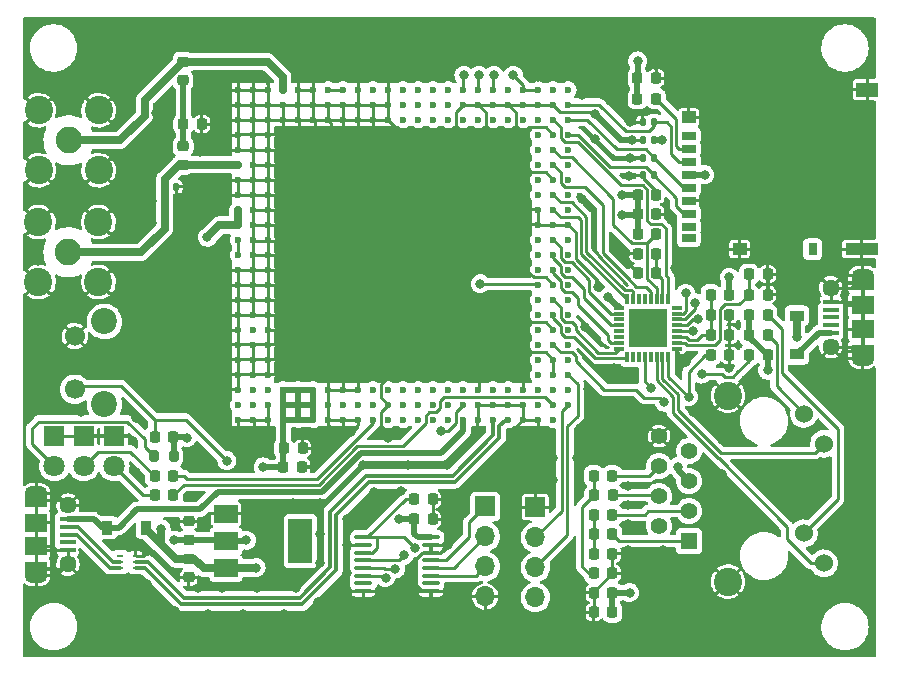
<source format=gbr>
%TF.GenerationSoftware,KiCad,Pcbnew,(6.0.9)*%
%TF.CreationDate,2023-03-02T15:05:34+09:00*%
%TF.ProjectId,mosaicBoard,6d6f7361-6963-4426-9f61-72642e6b6963,rev?*%
%TF.SameCoordinates,PX72eaf20PY14fb180*%
%TF.FileFunction,Copper,L1,Top*%
%TF.FilePolarity,Positive*%
%FSLAX46Y46*%
G04 Gerber Fmt 4.6, Leading zero omitted, Abs format (unit mm)*
G04 Created by KiCad (PCBNEW (6.0.9)) date 2023-03-02 15:05:34*
%MOMM*%
%LPD*%
G01*
G04 APERTURE LIST*
G04 Aperture macros list*
%AMRoundRect*
0 Rectangle with rounded corners*
0 $1 Rounding radius*
0 $2 $3 $4 $5 $6 $7 $8 $9 X,Y pos of 4 corners*
0 Add a 4 corners polygon primitive as box body*
4,1,4,$2,$3,$4,$5,$6,$7,$8,$9,$2,$3,0*
0 Add four circle primitives for the rounded corners*
1,1,$1+$1,$2,$3*
1,1,$1+$1,$4,$5*
1,1,$1+$1,$6,$7*
1,1,$1+$1,$8,$9*
0 Add four rect primitives between the rounded corners*
20,1,$1+$1,$2,$3,$4,$5,0*
20,1,$1+$1,$4,$5,$6,$7,0*
20,1,$1+$1,$6,$7,$8,$9,0*
20,1,$1+$1,$8,$9,$2,$3,0*%
G04 Aperture macros list end*
%TA.AperFunction,SMDPad,CuDef*%
%ADD10RoundRect,0.218750X-0.256250X0.218750X-0.256250X-0.218750X0.256250X-0.218750X0.256250X0.218750X0*%
%TD*%
%TA.AperFunction,SMDPad,CuDef*%
%ADD11RoundRect,0.218750X-0.218750X-0.256250X0.218750X-0.256250X0.218750X0.256250X-0.218750X0.256250X0*%
%TD*%
%TA.AperFunction,SMDPad,CuDef*%
%ADD12RoundRect,0.218750X0.256250X-0.218750X0.256250X0.218750X-0.256250X0.218750X-0.256250X-0.218750X0*%
%TD*%
%TA.AperFunction,SMDPad,CuDef*%
%ADD13RoundRect,0.218750X0.218750X0.256250X-0.218750X0.256250X-0.218750X-0.256250X0.218750X-0.256250X0*%
%TD*%
%TA.AperFunction,ComponentPad*%
%ADD14R,1.400000X1.400000*%
%TD*%
%TA.AperFunction,ComponentPad*%
%ADD15C,1.400000*%
%TD*%
%TA.AperFunction,ComponentPad*%
%ADD16C,1.530000*%
%TD*%
%TA.AperFunction,ComponentPad*%
%ADD17C,2.400000*%
%TD*%
%TA.AperFunction,SMDPad,CuDef*%
%ADD18RoundRect,0.147500X-0.147500X-0.172500X0.147500X-0.172500X0.147500X0.172500X-0.147500X0.172500X0*%
%TD*%
%TA.AperFunction,ComponentPad*%
%ADD19R,1.700000X1.700000*%
%TD*%
%TA.AperFunction,ComponentPad*%
%ADD20O,1.700000X1.700000*%
%TD*%
%TA.AperFunction,SMDPad,CuDef*%
%ADD21R,0.600000X0.250000*%
%TD*%
%TA.AperFunction,ComponentPad*%
%ADD22C,2.200000*%
%TD*%
%TA.AperFunction,ComponentPad*%
%ADD23C,1.700000*%
%TD*%
%TA.AperFunction,SMDPad,CuDef*%
%ADD24RoundRect,0.147500X0.147500X0.172500X-0.147500X0.172500X-0.147500X-0.172500X0.147500X-0.172500X0*%
%TD*%
%TA.AperFunction,SMDPad,CuDef*%
%ADD25R,0.900000X1.200000*%
%TD*%
%TA.AperFunction,SMDPad,CuDef*%
%ADD26C,0.600000*%
%TD*%
%TA.AperFunction,SMDPad,CuDef*%
%ADD27R,1.350000X0.400000*%
%TD*%
%TA.AperFunction,SMDPad,CuDef*%
%ADD28R,1.900000X1.500000*%
%TD*%
%TA.AperFunction,ComponentPad*%
%ADD29C,1.450000*%
%TD*%
%TA.AperFunction,SMDPad,CuDef*%
%ADD30R,1.900000X1.200000*%
%TD*%
%TA.AperFunction,ComponentPad*%
%ADD31O,1.900000X1.200000*%
%TD*%
%TA.AperFunction,SMDPad,CuDef*%
%ADD32R,2.000000X1.500000*%
%TD*%
%TA.AperFunction,SMDPad,CuDef*%
%ADD33R,2.000000X3.800000*%
%TD*%
%TA.AperFunction,SMDPad,CuDef*%
%ADD34RoundRect,0.100000X-0.637500X-0.100000X0.637500X-0.100000X0.637500X0.100000X-0.637500X0.100000X0*%
%TD*%
%TA.AperFunction,SMDPad,CuDef*%
%ADD35R,0.850000X0.300000*%
%TD*%
%TA.AperFunction,SMDPad,CuDef*%
%ADD36R,0.300000X0.850000*%
%TD*%
%TA.AperFunction,SMDPad,CuDef*%
%ADD37R,3.200000X3.200000*%
%TD*%
%TA.AperFunction,SMDPad,CuDef*%
%ADD38R,1.200000X0.700000*%
%TD*%
%TA.AperFunction,SMDPad,CuDef*%
%ADD39R,0.800000X1.000000*%
%TD*%
%TA.AperFunction,SMDPad,CuDef*%
%ADD40R,1.200000X1.000000*%
%TD*%
%TA.AperFunction,SMDPad,CuDef*%
%ADD41R,1.900000X1.300000*%
%TD*%
%TA.AperFunction,SMDPad,CuDef*%
%ADD42R,2.800000X1.000000*%
%TD*%
%TA.AperFunction,SMDPad,CuDef*%
%ADD43R,1.200000X0.900000*%
%TD*%
%TA.AperFunction,ComponentPad*%
%ADD44C,2.250000*%
%TD*%
%TA.AperFunction,ComponentPad*%
%ADD45R,1.800000X1.800000*%
%TD*%
%TA.AperFunction,ComponentPad*%
%ADD46C,1.800000*%
%TD*%
%TA.AperFunction,SMDPad,CuDef*%
%ADD47RoundRect,0.200000X-0.200000X-0.275000X0.200000X-0.275000X0.200000X0.275000X-0.200000X0.275000X0*%
%TD*%
%TA.AperFunction,ViaPad*%
%ADD48C,0.800000*%
%TD*%
%TA.AperFunction,Conductor*%
%ADD49C,0.250000*%
%TD*%
%TA.AperFunction,Conductor*%
%ADD50C,0.500000*%
%TD*%
%TA.AperFunction,Conductor*%
%ADD51C,0.350000*%
%TD*%
%TA.AperFunction,Conductor*%
%ADD52C,0.650000*%
%TD*%
%TA.AperFunction,Conductor*%
%ADD53C,0.700000*%
%TD*%
G04 APERTURE END LIST*
D10*
%TO.P,C1,1*%
%TO.N,+5V*%
X14437500Y-46237000D03*
%TO.P,C1,2*%
%TO.N,GND*%
X14437500Y-47812000D03*
%TD*%
D11*
%TO.P,R2,1*%
%TO.N,+3.3V*%
X61871900Y-25574200D03*
%TO.P,R2,2*%
%TO.N,Net-(J9-Pad10)*%
X63446900Y-25574200D03*
%TD*%
%TO.P,R4,1*%
%TO.N,Net-(D5-Pad2)*%
X11554500Y-40865000D03*
%TO.P,R4,2*%
%TO.N,/LOGLED*%
X13129500Y-40865000D03*
%TD*%
%TO.P,C5,1*%
%TO.N,+3.3V*%
X33525000Y-42897000D03*
%TO.P,C5,2*%
%TO.N,GND*%
X35100000Y-42897000D03*
%TD*%
D12*
%TO.P,C2,1*%
%TO.N,+3.3V*%
X14437500Y-44637000D03*
%TO.P,C2,2*%
%TO.N,GND*%
X14437500Y-43062000D03*
%TD*%
D11*
%TO.P,C10,1*%
%TO.N,Net-(C10-Pad1)*%
X61871900Y-22145200D03*
%TO.P,C10,2*%
%TO.N,GND*%
X63446900Y-22145200D03*
%TD*%
%TO.P,C12,1*%
%TO.N,Net-(C10-Pad1)*%
X61871900Y-23872400D03*
%TO.P,C12,2*%
%TO.N,GND*%
X63446900Y-23872400D03*
%TD*%
%TO.P,C13,1*%
%TO.N,Net-(C13-Pad1)*%
X58630000Y-27303200D03*
%TO.P,C13,2*%
%TO.N,GND*%
X60205000Y-27303200D03*
%TD*%
%TO.P,C14,1*%
%TO.N,Net-(C14-Pad1)*%
X48740000Y-47469000D03*
%TO.P,C14,2*%
%TO.N,GND*%
X50315000Y-47469000D03*
%TD*%
%TO.P,C15,1*%
%TO.N,Net-(C13-Pad1)*%
X58620700Y-25574200D03*
%TO.P,C15,2*%
%TO.N,GND*%
X60195700Y-25574200D03*
%TD*%
%TO.P,C16,1*%
%TO.N,Net-(C16-Pad1)*%
X48740000Y-45818000D03*
%TO.P,C16,2*%
%TO.N,GND*%
X50315000Y-45818000D03*
%TD*%
D13*
%TO.P,FB1,1*%
%TO.N,+3.3V*%
X60195700Y-23872400D03*
%TO.P,FB1,2*%
%TO.N,Net-(C13-Pad1)*%
X58620700Y-23872400D03*
%TD*%
D14*
%TO.P,J9,1,TD+*%
%TO.N,Net-(IC1-Pad7)*%
X56800000Y-44745000D03*
D15*
%TO.P,J9,2,CT*%
%TO.N,+3.3V*%
X54260000Y-43475000D03*
%TO.P,J9,3,TD-*%
%TO.N,Net-(IC1-Pad6)*%
X56800000Y-42205000D03*
%TO.P,J9,4,RD+*%
%TO.N,Net-(IC1-Pad5)*%
X54260000Y-40935000D03*
%TO.P,J9,5,CT*%
%TO.N,+3.3V*%
X56800000Y-39665000D03*
%TO.P,J9,6,RD-*%
%TO.N,Net-(IC1-Pad4)*%
X54260000Y-38395000D03*
%TO.P,J9,7,N/A*%
%TO.N,unconnected-(J9-Pad7)*%
X56800000Y-37125000D03*
%TO.P,J9,8,CGND*%
%TO.N,GND*%
X54260000Y-35855000D03*
D16*
%TO.P,J9,9,LEDGC*%
%TO.N,/LED0*%
X68230000Y-46625000D03*
%TO.P,J9,10,LEDGA*%
%TO.N,Net-(J9-Pad10)*%
X66530000Y-44085000D03*
%TO.P,J9,11,LEDYC*%
%TO.N,/LED1*%
X68230000Y-36515000D03*
%TO.P,J9,12,LEDYA*%
%TO.N,Net-(J9-Pad12)*%
X66530000Y-33975000D03*
D17*
%TO.P,J9,13,MNT1*%
%TO.N,GND*%
X60100000Y-48175000D03*
%TO.P,J9,14,MNT2*%
X60100000Y-32425000D03*
%TD*%
D11*
%TO.P,R10,1*%
%TO.N,Net-(C16-Pad1)*%
X48740000Y-44167000D03*
%TO.P,R10,2*%
%TO.N,Net-(IC1-Pad7)*%
X50315000Y-44167000D03*
%TD*%
%TO.P,R14,1*%
%TO.N,Net-(IC1-Pad28)*%
X61871900Y-29027400D03*
%TO.P,R14,2*%
%TO.N,+3.3V*%
X63446900Y-29027400D03*
%TD*%
D18*
%TO.P,D13,1,A1*%
%TO.N,GND*%
X52884000Y-10793500D03*
%TO.P,D13,2,A2*%
%TO.N,+3.3V*%
X53854000Y-10793500D03*
%TD*%
%TO.P,D12,1,A1*%
%TO.N,GND*%
X52884000Y-13793500D03*
%TO.P,D12,2,A2*%
%TO.N,/SD_DAT0*%
X53854000Y-13793500D03*
%TD*%
%TO.P,D11,1,A1*%
%TO.N,GND*%
X52899000Y-12293500D03*
%TO.P,D11,2,A2*%
%TO.N,/SD_CLK*%
X53869000Y-12293500D03*
%TD*%
%TO.P,D10,1,A1*%
%TO.N,GND*%
X52884000Y-9293500D03*
%TO.P,D10,2,A2*%
%TO.N,/SD_CMD*%
X53854000Y-9293500D03*
%TD*%
D19*
%TO.P,J5,1,Pin_1*%
%TO.N,/EVENTA_3V3*%
X39545500Y-41817500D03*
D20*
%TO.P,J5,2,Pin_2*%
%TO.N,/EVENTB_3V3*%
X39545500Y-44357500D03*
%TO.P,J5,3,Pin_3*%
%TO.N,/PPSO_3V3*%
X39545500Y-46897500D03*
%TO.P,J5,4,Pin_4*%
%TO.N,GND*%
X39545500Y-49437500D03*
%TD*%
D21*
%TO.P,FL1,1,D+Transceiver*%
%TO.N,/USB_P*%
X9950000Y-47000000D03*
%TO.P,FL1,2,D-Transceiver*%
%TO.N,/USB_N*%
X9950000Y-46500000D03*
%TO.P,FL1,3,GND*%
%TO.N,GND*%
X9950000Y-46000000D03*
%TO.P,FL1,4*%
%TO.N,N/C*%
X8650000Y-46000000D03*
%TO.P,FL1,5,D-USB*%
%TO.N,/D-*%
X8650000Y-46500000D03*
%TO.P,FL1,6,D+USB*%
%TO.N,/D+*%
X8650000Y-47000000D03*
%TD*%
D22*
%TO.P,SW1,*%
%TO.N,*%
X7300000Y-33150000D03*
X7300000Y-26150000D03*
D23*
%TO.P,SW1,1,1*%
%TO.N,/LOGBUTTON*%
X4800000Y-31900000D03*
%TO.P,SW1,2,2*%
%TO.N,GND*%
X4800000Y-27400000D03*
%TD*%
D10*
%TO.P,L1,1,1*%
%TO.N,/ANT1*%
X13950000Y-4150000D03*
%TO.P,L1,2,2*%
%TO.N,Net-(C3-Pad1)*%
X13950000Y-5725000D03*
%TD*%
%TO.P,L2,1,1*%
%TO.N,Net-(C3-Pad1)*%
X13970000Y-11305000D03*
%TO.P,L2,2,2*%
%TO.N,/ANT2*%
X13970000Y-12880000D03*
%TD*%
D11*
%TO.P,C3,1*%
%TO.N,Net-(C3-Pad1)*%
X13980000Y-9440000D03*
%TO.P,C3,2*%
%TO.N,GND*%
X15555000Y-9440000D03*
%TD*%
D24*
%TO.P,D9,1,A1*%
%TO.N,GND*%
X13370000Y-14750000D03*
%TO.P,D9,2,A2*%
%TO.N,/ANT2*%
X12400000Y-14750000D03*
%TD*%
D11*
%TO.P,C6,1*%
%TO.N,+3.3V*%
X22500000Y-36900000D03*
%TO.P,C6,2*%
%TO.N,GND*%
X24075000Y-36900000D03*
%TD*%
%TO.P,C7,1*%
%TO.N,+3.3V*%
X22462500Y-38500000D03*
%TO.P,C7,2*%
%TO.N,GND*%
X24037500Y-38500000D03*
%TD*%
D25*
%TO.P,D1,1,K*%
%TO.N,+5V*%
X10850000Y-43600000D03*
%TO.P,D1,2,A*%
%TO.N,/USB_V*%
X7550000Y-43600000D03*
%TD*%
D26*
%TO.P,U1,A2,RTC_XTALO*%
%TO.N,unconnected-(U1-PadA2)*%
X45300000Y-34470000D03*
%TO.P,U1,A3,RTC_XTALI*%
%TO.N,GND*%
X44030000Y-34470000D03*
%TO.P,U1,A4,GND1*%
X42760000Y-34470000D03*
%TO.P,U1,A5,USB_DEV_P*%
%TO.N,/USB_P*%
X41490000Y-34470000D03*
%TO.P,U1,A6,USB_DEV_N*%
%TO.N,/USB_N*%
X40220000Y-34470000D03*
%TO.P,U1,A7,GND2*%
%TO.N,GND*%
X38950000Y-34470000D03*
%TO.P,U1,A8,USB_VBUS1*%
%TO.N,/USB_V*%
X37680000Y-34470000D03*
%TO.P,U1,A9,NC*%
%TO.N,unconnected-(U1-PadA9)*%
X36410000Y-34470000D03*
%TO.P,U1,A10,ONOFF*%
%TO.N,unconnected-(U1-PadA10)*%
X35140000Y-34470000D03*
%TO.P,U1,A11,nRST_IN*%
%TO.N,unconnected-(U1-PadA11)*%
X33870000Y-34470000D03*
%TO.P,U1,A12,MODULE_RDY*%
%TO.N,unconnected-(U1-PadA12)*%
X32600000Y-34470000D03*
%TO.P,U1,A13,NC*%
%TO.N,unconnected-(U1-PadA13)*%
X31330000Y-34470000D03*
%TO.P,U1,A14,GPLED*%
%TO.N,/GPLED*%
X30060000Y-34470000D03*
%TO.P,U1,A15,GND3*%
%TO.N,GND*%
X28790000Y-34470000D03*
%TO.P,U1,A16,GND4*%
X27520000Y-34470000D03*
%TO.P,U1,A17,GND5*%
X26250000Y-34470000D03*
%TO.P,U1,A18,VDD_3V3_1*%
%TO.N,+3.3V*%
X24980000Y-34470000D03*
%TO.P,U1,A19,VDD_3V3_2*%
X23710000Y-34470000D03*
%TO.P,U1,A20,VDD_3V3_3*%
X22440000Y-34470000D03*
%TO.P,U1,A21,GND6*%
%TO.N,GND*%
X21170000Y-34470000D03*
%TO.P,U1,A22,GND7*%
X19900000Y-34470000D03*
%TO.P,U1,A23,GND8*%
X18630000Y-34470000D03*
%TO.P,U1,AA1,SD_CLK*%
%TO.N,/SD_CLK*%
X46570000Y-9070000D03*
%TO.P,U1,AA2,RMII_CLK*%
%TO.N,/RMII_CLK*%
X45300000Y-9070000D03*
%TO.P,U1,AA3,NC*%
%TO.N,unconnected-(U1-PadAA3)*%
X44030000Y-9070000D03*
%TO.P,U1,AA4,GP1*%
%TO.N,unconnected-(U1-PadAA4)*%
X42760000Y-9070000D03*
%TO.P,U1,AA5,NC*%
%TO.N,unconnected-(U1-PadAA5)*%
X41490000Y-9070000D03*
%TO.P,U1,AA6,NC*%
%TO.N,unconnected-(U1-PadAA6)*%
X40220000Y-9070000D03*
%TO.P,U1,AA7,NC*%
%TO.N,unconnected-(U1-PadAA7)*%
X38950000Y-9070000D03*
%TO.P,U1,AA8,NC*%
%TO.N,unconnected-(U1-PadAA8)*%
X37680000Y-9070000D03*
%TO.P,U1,AA9,NC*%
%TO.N,unconnected-(U1-PadAA9)*%
X36410000Y-9070000D03*
%TO.P,U1,AA10,NC*%
%TO.N,unconnected-(U1-PadAA10)*%
X35140000Y-9070000D03*
%TO.P,U1,AA11,NC*%
%TO.N,unconnected-(U1-PadAA11)*%
X33870000Y-9070000D03*
%TO.P,U1,AA12,NC*%
%TO.N,unconnected-(U1-PadAA12)*%
X32600000Y-9070000D03*
%TO.P,U1,AA13,GND79*%
%TO.N,GND*%
X31330000Y-9070000D03*
%TO.P,U1,AA14,GND80*%
X30060000Y-9070000D03*
%TO.P,U1,AA15,GND81*%
X28790000Y-9070000D03*
%TO.P,U1,AA16,GND82*%
X27520000Y-9070000D03*
%TO.P,U1,AA17,GND83*%
X26250000Y-9070000D03*
%TO.P,U1,AA18,GND84*%
X24980000Y-9070000D03*
%TO.P,U1,AA19,GND85*%
X23710000Y-9070000D03*
%TO.P,U1,AA20,GND86*%
X22440000Y-9070000D03*
%TO.P,U1,AA21,GND87*%
X21170000Y-9070000D03*
%TO.P,U1,AA22,GND88*%
X19900000Y-9070000D03*
%TO.P,U1,AA23,GND89*%
X18630000Y-9070000D03*
%TO.P,U1,AB1,SD_CMD*%
%TO.N,/SD_CMD*%
X46570000Y-7800000D03*
%TO.P,U1,AB2,GND90*%
%TO.N,GND*%
X45270000Y-7800000D03*
%TO.P,U1,AB3,GND91*%
X44030000Y-7800000D03*
%TO.P,U1,AB4,GND92*%
X42730000Y-7800000D03*
%TO.P,U1,AB5,GND93*%
X41490000Y-7800000D03*
%TO.P,U1,AB6,GND94*%
X40190000Y-7800000D03*
%TO.P,U1,AB7,Reserved_GND*%
X38950000Y-7800000D03*
%TO.P,U1,AB8,GND95*%
X37650000Y-7800000D03*
%TO.P,U1,AB9,NC*%
%TO.N,unconnected-(U1-PadAB9)*%
X36410000Y-7800000D03*
%TO.P,U1,AB10,NC*%
%TO.N,unconnected-(U1-PadAB10)*%
X35110000Y-7800000D03*
%TO.P,U1,AB11,NC*%
%TO.N,unconnected-(U1-PadAB11)*%
X33870000Y-7800000D03*
%TO.P,U1,AB12,NC*%
%TO.N,unconnected-(U1-PadAB12)*%
X32570000Y-7800000D03*
%TO.P,U1,AB13,GND96*%
%TO.N,GND*%
X31330000Y-7800000D03*
%TO.P,U1,AB14,GND97*%
X30030000Y-7800000D03*
%TO.P,U1,AB15,GND98*%
X28790000Y-7800000D03*
%TO.P,U1,AB16,GND99*%
X27490000Y-7800000D03*
%TO.P,U1,AB17,GND100*%
X26250000Y-7800000D03*
%TO.P,U1,AB18,GND101*%
X24950000Y-7800000D03*
%TO.P,U1,AB19,GND102*%
X23710000Y-7800000D03*
%TO.P,U1,AB20,GND103*%
X22410000Y-7800000D03*
%TO.P,U1,AB21,GND104*%
X21170000Y-7800000D03*
%TO.P,U1,AB22,GND105*%
X19870000Y-7800000D03*
%TO.P,U1,AB23,GND106*%
X18630000Y-7800000D03*
%TO.P,U1,AC1,NC*%
%TO.N,unconnected-(U1-PadAC1)*%
X46570000Y-6530000D03*
%TO.P,U1,AC2,NC*%
%TO.N,unconnected-(U1-PadAC2)*%
X45270000Y-6530000D03*
%TO.P,U1,AC3,SYNC*%
%TO.N,+1V8*%
X44030000Y-6530000D03*
%TO.P,U1,AC4,1V8_OUT*%
X42730000Y-6530000D03*
%TO.P,U1,AC5,NC*%
%TO.N,unconnected-(U1-PadAC5)*%
X41490000Y-6530000D03*
%TO.P,U1,AC6,EVENTA*%
%TO.N,/EVENTA_1V8*%
X40190000Y-6530000D03*
%TO.P,U1,AC7,EVENTB*%
%TO.N,/EVENTB_1V8*%
X38950000Y-6530000D03*
%TO.P,U1,AC8,PPSO*%
%TO.N,/PPSO_1V8*%
X37650000Y-6530000D03*
%TO.P,U1,AC9,NC*%
%TO.N,unconnected-(U1-PadAC9)*%
X36410000Y-6530000D03*
%TO.P,U1,AC10,NC*%
%TO.N,unconnected-(U1-PadAC10)*%
X35110000Y-6530000D03*
%TO.P,U1,AC11,NC*%
%TO.N,unconnected-(U1-PadAC11)*%
X33870000Y-6530000D03*
%TO.P,U1,AC12,NC*%
%TO.N,unconnected-(U1-PadAC12)*%
X32570000Y-6530000D03*
%TO.P,U1,AC13,GND107*%
%TO.N,GND*%
X31330000Y-6530000D03*
%TO.P,U1,AC14,VTUNE*%
%TO.N,unconnected-(U1-PadAC14)*%
X30030000Y-6530000D03*
%TO.P,U1,AC15,GND108*%
%TO.N,GND*%
X28790000Y-6530000D03*
%TO.P,U1,AC16,REF_O*%
%TO.N,/REF*%
X27490000Y-6530000D03*
%TO.P,U1,AC17,REF_I*%
X26250000Y-6530000D03*
%TO.P,U1,AC18,GND109*%
%TO.N,GND*%
X24950000Y-6530000D03*
%TO.P,U1,AC19,GND72*%
X23710000Y-6530000D03*
%TO.P,U1,AC20,ANT_1*%
%TO.N,/ANT1*%
X22410000Y-6530000D03*
%TO.P,U1,AC21,GND110*%
%TO.N,GND*%
X21170000Y-6530000D03*
%TO.P,U1,AC22,GND111*%
X19870000Y-6530000D03*
%TO.P,U1,AC23,GND63*%
X18630000Y-6530000D03*
%TO.P,U1,B1,RXD1*%
%TO.N,/MosaicRX1*%
X46570000Y-33200000D03*
%TO.P,U1,B2,LOGLED*%
%TO.N,/LOGLED*%
X45270000Y-33200000D03*
%TO.P,U1,B3,NC*%
%TO.N,unconnected-(U1-PadB3)*%
X44030000Y-33200000D03*
%TO.P,U1,B4,GND9*%
%TO.N,GND*%
X42730000Y-33200000D03*
%TO.P,U1,B5,GND10*%
X41490000Y-33200000D03*
%TO.P,U1,B6,GND11*%
X40190000Y-33200000D03*
%TO.P,U1,B7,GND12*%
X38950000Y-33200000D03*
%TO.P,U1,B8,VDD_BAT*%
%TO.N,+3.3V*%
X37650000Y-33200000D03*
%TO.P,U1,B9,NC*%
%TO.N,unconnected-(U1-PadB9)*%
X36410000Y-33200000D03*
%TO.P,U1,B10,NC*%
%TO.N,unconnected-(U1-PadB10)*%
X35110000Y-33200000D03*
%TO.P,U1,B11,NC*%
%TO.N,unconnected-(U1-PadB11)*%
X33870000Y-33200000D03*
%TO.P,U1,B12,NC*%
%TO.N,unconnected-(U1-PadB12)*%
X32570000Y-33200000D03*
%TO.P,U1,B13,GND13*%
%TO.N,GND*%
X31330000Y-33200000D03*
%TO.P,U1,B14,NC*%
%TO.N,unconnected-(U1-PadB14)*%
X30030000Y-33200000D03*
%TO.P,U1,B15,NC*%
%TO.N,unconnected-(U1-PadB15)*%
X28790000Y-33200000D03*
%TO.P,U1,B16,PMIC_ON_REQ*%
%TO.N,unconnected-(U1-PadB16)*%
X27490000Y-33200000D03*
%TO.P,U1,B17,GND14*%
%TO.N,GND*%
X26250000Y-33200000D03*
%TO.P,U1,B18,VDD_3V3_4*%
%TO.N,+3.3V*%
X24950000Y-33200000D03*
%TO.P,U1,B19,VDD_3V3_5*%
X23710000Y-33200000D03*
%TO.P,U1,B20,VDD_3V3_6*%
X22410000Y-33200000D03*
%TO.P,U1,B21,GND15*%
%TO.N,GND*%
X21170000Y-33200000D03*
%TO.P,U1,B22,NC*%
%TO.N,unconnected-(U1-PadB22)*%
X19870000Y-33200000D03*
%TO.P,U1,B23,NC*%
%TO.N,unconnected-(U1-PadB23)*%
X18630000Y-33200000D03*
%TO.P,U1,C1,RTS1*%
%TO.N,unconnected-(U1-PadC1)*%
X46570000Y-31930000D03*
%TO.P,U1,C2,NC*%
%TO.N,unconnected-(U1-PadC2)*%
X45270000Y-31930000D03*
%TO.P,U1,C3,NC*%
%TO.N,unconnected-(U1-PadC3)*%
X44030000Y-31930000D03*
%TO.P,U1,C4,GND16*%
%TO.N,GND*%
X42730000Y-31930000D03*
%TO.P,U1,C5,NC*%
%TO.N,unconnected-(U1-PadC5)*%
X41490000Y-31930000D03*
%TO.P,U1,C6,NC*%
%TO.N,unconnected-(U1-PadC6)*%
X40190000Y-31930000D03*
%TO.P,U1,C7,GND17*%
%TO.N,GND*%
X38950000Y-31930000D03*
%TO.P,U1,C8,NC*%
%TO.N,unconnected-(U1-PadC8)*%
X37650000Y-31930000D03*
%TO.P,U1,C9,NC*%
%TO.N,unconnected-(U1-PadC9)*%
X36410000Y-31930000D03*
%TO.P,U1,C10,NC*%
%TO.N,unconnected-(U1-PadC10)*%
X35110000Y-31930000D03*
%TO.P,U1,C11,NC*%
%TO.N,unconnected-(U1-PadC11)*%
X33870000Y-31930000D03*
%TO.P,U1,C12,NC*%
%TO.N,unconnected-(U1-PadC12)*%
X32570000Y-31930000D03*
%TO.P,U1,C13,NC*%
%TO.N,unconnected-(U1-PadC13)*%
X31330000Y-31930000D03*
%TO.P,U1,C14,NC*%
%TO.N,unconnected-(U1-PadC14)*%
X30030000Y-31930000D03*
%TO.P,U1,C15,GND18*%
%TO.N,GND*%
X28790000Y-31930000D03*
%TO.P,U1,C16,GND19*%
X27490000Y-31930000D03*
%TO.P,U1,C17,GND20*%
X26250000Y-31930000D03*
%TO.P,U1,C18,VDD_3V3_7*%
%TO.N,+3.3V*%
X24950000Y-31930000D03*
%TO.P,U1,C19,VDD_3V3_8*%
X23710000Y-31930000D03*
%TO.P,U1,C20,VDD_3V3_9*%
X22410000Y-31930000D03*
%TO.P,U1,C21,NC*%
%TO.N,unconnected-(U1-PadC21)*%
X21170000Y-31930000D03*
%TO.P,U1,C22*%
%TO.N,N/C*%
X19870000Y-31930000D03*
%TO.P,U1,C23,GND21*%
%TO.N,GND*%
X18630000Y-31930000D03*
%TO.P,U1,D1,TXD1*%
%TO.N,/MosaicTX1*%
X46570000Y-30660000D03*
%TO.P,U1,D2,GND22*%
%TO.N,GND*%
X45300000Y-30660000D03*
%TO.P,U1,D3,RXD4*%
%TO.N,unconnected-(U1-PadD3)*%
X44030000Y-30660000D03*
%TO.P,U1,D21,GND23*%
%TO.N,GND*%
X21170000Y-30660000D03*
%TO.P,U1,D22,GND24*%
X19900000Y-30660000D03*
%TO.P,U1,D23,GND25*%
X18630000Y-30660000D03*
%TO.P,U1,E1,CTS1*%
%TO.N,unconnected-(U1-PadE1)*%
X46570000Y-29390000D03*
%TO.P,U1,E2,GND26*%
%TO.N,GND*%
X45300000Y-29390000D03*
%TO.P,U1,E3,TXD4*%
%TO.N,unconnected-(U1-PadE3)*%
X44030000Y-29390000D03*
%TO.P,U1,E21,GND27*%
%TO.N,GND*%
X21170000Y-29390000D03*
%TO.P,U1,E22,GND28*%
X19900000Y-29390000D03*
%TO.P,U1,E23,GND29*%
X18630000Y-29390000D03*
%TO.P,U1,F1,RXD2*%
%TO.N,unconnected-(U1-PadF1)*%
X46570000Y-28120000D03*
%TO.P,U1,F2,nRST_LAN*%
%TO.N,/nRST_LAN*%
X45300000Y-28120000D03*
%TO.P,U1,F3,NC*%
%TO.N,unconnected-(U1-PadF3)*%
X44030000Y-28120000D03*
%TO.P,U1,F21,GND30*%
%TO.N,GND*%
X21170000Y-28120000D03*
%TO.P,U1,F22,GND31*%
X19900000Y-28120000D03*
%TO.P,U1,F23,GND32*%
X18630000Y-28120000D03*
%TO.P,U1,G1,RTS2*%
%TO.N,unconnected-(U1-PadG1)*%
X46570000Y-26850000D03*
%TO.P,U1,G2,GND33*%
%TO.N,GND*%
X45300000Y-26850000D03*
%TO.P,U1,G3,NC*%
%TO.N,unconnected-(U1-PadG3)*%
X44030000Y-26850000D03*
%TO.P,U1,G21,GND34*%
%TO.N,GND*%
X21170000Y-26850000D03*
%TO.P,U1,G22,NC*%
%TO.N,unconnected-(U1-PadG22)*%
X19900000Y-26850000D03*
%TO.P,U1,G23,GND35*%
%TO.N,GND*%
X18630000Y-26850000D03*
%TO.P,U1,H1,TXD2*%
%TO.N,unconnected-(U1-PadH1)*%
X46570000Y-25580000D03*
%TO.P,U1,H2,RMII_TX1*%
%TO.N,/RMII_TXD1*%
X45300000Y-25580000D03*
%TO.P,U1,H3,NC*%
%TO.N,unconnected-(U1-PadH3)*%
X44030000Y-25580000D03*
%TO.P,U1,H21,GND36*%
%TO.N,GND*%
X21170000Y-25580000D03*
%TO.P,U1,H22,GND37*%
X19900000Y-25580000D03*
%TO.P,U1,H23,GND38*%
X18630000Y-25580000D03*
%TO.P,U1,J1,CTS2*%
%TO.N,unconnected-(U1-PadJ1)*%
X46570000Y-24310000D03*
%TO.P,U1,J2,RMII_TX0*%
%TO.N,/RMII_TXD0*%
X45300000Y-24310000D03*
%TO.P,U1,J3,NC*%
%TO.N,unconnected-(U1-PadJ3)*%
X44030000Y-24310000D03*
%TO.P,U1,J21,GND39*%
%TO.N,GND*%
X21170000Y-24310000D03*
%TO.P,U1,J22,GND40*%
X19900000Y-24310000D03*
%TO.P,U1,J23,GND41*%
X18630000Y-24310000D03*
%TO.P,U1,K1,RXD3*%
%TO.N,unconnected-(U1-PadK1)*%
X46570000Y-23040000D03*
%TO.P,U1,K2,GND42*%
%TO.N,GND*%
X45300000Y-23040000D03*
%TO.P,U1,K3,LOGBUTTON*%
%TO.N,/LOGBUTTON*%
X44030000Y-23040000D03*
%TO.P,U1,K21,EGND43*%
%TO.N,GND*%
X21170000Y-23040000D03*
%TO.P,U1,K22,GND44*%
X19900000Y-23040000D03*
%TO.P,U1,K23,GND45*%
X18630000Y-23040000D03*
%TO.P,U1,L1,RTS3*%
%TO.N,unconnected-(U1-PadL1)*%
X46570000Y-21770000D03*
%TO.P,U1,L2,RMII_TXEN*%
%TO.N,/RMII_TXEN*%
X45300000Y-21770000D03*
%TO.P,U1,L3,GP2*%
%TO.N,unconnected-(U1-PadL3)*%
X44030000Y-21770000D03*
%TO.P,U1,L21,GND46*%
%TO.N,GND*%
X21170000Y-21770000D03*
%TO.P,U1,L22,GND47*%
X19900000Y-21770000D03*
%TO.P,U1,L23,GND48*%
X18630000Y-21770000D03*
%TO.P,U1,M1,TXD3*%
%TO.N,unconnected-(U1-PadM1)*%
X46570000Y-20500000D03*
%TO.P,U1,M2,RMII_RXER*%
%TO.N,/RMII_RXER*%
X45300000Y-20500000D03*
%TO.P,U1,M3,NC*%
%TO.N,unconnected-(U1-PadM3)*%
X44030000Y-20500000D03*
%TO.P,U1,M21,GND49*%
%TO.N,GND*%
X21170000Y-20500000D03*
%TO.P,U1,M22,GND50*%
X19900000Y-20500000D03*
%TO.P,U1,M23,2V8_IN*%
%TO.N,/2V8*%
X18630000Y-20500000D03*
%TO.P,U1,N1,CTS3*%
%TO.N,unconnected-(U1-PadN1)*%
X46570000Y-19230000D03*
%TO.P,U1,N2,RMII_CRSDV*%
%TO.N,/RMII_CRSDV*%
X45300000Y-19230000D03*
%TO.P,U1,N3,NC*%
%TO.N,unconnected-(U1-PadN3)*%
X44030000Y-19230000D03*
%TO.P,U1,N21,GND52*%
%TO.N,GND*%
X21170000Y-19230000D03*
%TO.P,U1,N22,GND53*%
X19900000Y-19230000D03*
%TO.P,U1,N23,2V8_OUT*%
%TO.N,/2V8*%
X18630000Y-19230000D03*
%TO.P,U1,P1,GND55*%
%TO.N,GND*%
X46570000Y-17960000D03*
%TO.P,U1,P2,GND56*%
X45300000Y-17960000D03*
%TO.P,U1,P3,GND57*%
X44030000Y-17960000D03*
%TO.P,U1,P21,GND58*%
X21170000Y-17960000D03*
%TO.P,U1,P22,GND59*%
X19900000Y-17960000D03*
%TO.P,U1,P23,VANT2*%
%TO.N,+5V*%
X18630000Y-17960000D03*
%TO.P,U1,R1,NC*%
%TO.N,unconnected-(U1-PadR1)*%
X46570000Y-16690000D03*
%TO.P,U1,R2,RMII_RXD0*%
%TO.N,/RMII_RXD0*%
X45300000Y-16690000D03*
%TO.P,U1,R3,GND60*%
%TO.N,GND*%
X44030000Y-16690000D03*
%TO.P,U1,R21,GND61*%
X21170000Y-16690000D03*
%TO.P,U1,R22,GND62*%
X19900000Y-16690000D03*
%TO.P,U1,R23,VANT1*%
%TO.N,+5V*%
X18630000Y-16690000D03*
%TO.P,U1,T1,NC*%
%TO.N,unconnected-(U1-PadT1)*%
X46570000Y-15420000D03*
%TO.P,U1,T2,RMII_RXD1*%
%TO.N,/RMII_RXD1*%
X45300000Y-15420000D03*
%TO.P,U1,T3,NC*%
%TO.N,unconnected-(U1-PadT3)*%
X44030000Y-15420000D03*
%TO.P,U1,T21,GND64*%
%TO.N,GND*%
X21170000Y-15420000D03*
%TO.P,U1,T22,GND65*%
X19900000Y-15420000D03*
%TO.P,U1,T23,GND54*%
X18630000Y-15420000D03*
%TO.P,U1,U1,NC*%
%TO.N,unconnected-(U1-PadU1)*%
X46570000Y-14150000D03*
%TO.P,U1,U2,GND66*%
%TO.N,GND*%
X45300000Y-14150000D03*
%TO.P,U1,U3,NC*%
%TO.N,unconnected-(U1-PadU3)*%
X44030000Y-14150000D03*
%TO.P,U1,U21,GND67*%
%TO.N,GND*%
X21170000Y-14150000D03*
%TO.P,U1,U22,GND68*%
X19900000Y-14150000D03*
%TO.P,U1,U23,GND69*%
X18630000Y-14150000D03*
%TO.P,U1,V1,NC*%
%TO.N,unconnected-(U1-PadV1)*%
X46570000Y-12880000D03*
%TO.P,U1,V2,MDC*%
%TO.N,/MDC*%
X45300000Y-12880000D03*
%TO.P,U1,V3,NC*%
%TO.N,unconnected-(U1-PadV3)*%
X44030000Y-12880000D03*
%TO.P,U1,V21,GND70*%
%TO.N,GND*%
X21170000Y-12880000D03*
%TO.P,U1,V22,GND71*%
X19900000Y-12880000D03*
%TO.P,U1,V23,ANT_2*%
%TO.N,/ANT2*%
X18630000Y-12880000D03*
%TO.P,U1,W1,NC*%
%TO.N,unconnected-(U1-PadW1)*%
X46570000Y-11610000D03*
%TO.P,U1,W2,MDIO*%
%TO.N,/MDIO*%
X45300000Y-11610000D03*
%TO.P,U1,W3,NC*%
%TO.N,unconnected-(U1-PadW3)*%
X44030000Y-11610000D03*
%TO.P,U1,W21,GND73*%
%TO.N,GND*%
X21170000Y-11610000D03*
%TO.P,U1,W22,GND74*%
X19900000Y-11610000D03*
%TO.P,U1,W23,GND75*%
X18630000Y-11610000D03*
%TO.P,U1,Y1,SD_DAT0*%
%TO.N,/SD_DAT0*%
X46570000Y-10340000D03*
%TO.P,U1,Y2,GND76*%
%TO.N,GND*%
X45300000Y-10340000D03*
%TO.P,U1,Y3,NC*%
%TO.N,unconnected-(U1-PadY3)*%
X44030000Y-10340000D03*
%TO.P,U1,Y21,GND77*%
%TO.N,GND*%
X21170000Y-10340000D03*
%TO.P,U1,Y22,GND78*%
X19900000Y-10340000D03*
%TO.P,U1,Y23,GND51*%
X18630000Y-10340000D03*
%TD*%
D27*
%TO.P,J10,1,VBUS*%
%TO.N,/External_5V*%
X68791500Y-27100000D03*
%TO.P,J10,2,D-*%
%TO.N,unconnected-(J10-Pad2)*%
X68791500Y-26450000D03*
%TO.P,J10,3,D+*%
%TO.N,unconnected-(J10-Pad3)*%
X68791500Y-25800000D03*
%TO.P,J10,4,ID*%
%TO.N,unconnected-(J10-Pad4)*%
X68791500Y-25150000D03*
%TO.P,J10,5,GND*%
%TO.N,GND*%
X68791500Y-24500000D03*
D28*
%TO.P,J10,6,Shield*%
X71491500Y-24800000D03*
D29*
X68791500Y-28300000D03*
D30*
X71491500Y-28700000D03*
D28*
X71491500Y-26800000D03*
D30*
X71491500Y-22900000D03*
D31*
X71491500Y-29300000D03*
D29*
X68791500Y-23300000D03*
D31*
X71491500Y-22300000D03*
%TD*%
D32*
%TO.P,U2,1,GND*%
%TO.N,GND*%
X17599000Y-42438500D03*
%TO.P,U2,2,VO*%
%TO.N,+3.3V*%
X17599000Y-44738500D03*
%TO.P,U2,3,VI*%
%TO.N,+5V*%
X17599000Y-47038500D03*
D33*
%TO.P,U2,4*%
%TO.N,N/C*%
X23899000Y-44738500D03*
%TD*%
D34*
%TO.P,U3,1,VCCA*%
%TO.N,+1V8*%
X29228000Y-44432000D03*
%TO.P,U3,2,1DIR*%
%TO.N,GND*%
X29228000Y-45082000D03*
%TO.P,U3,3,2DIR*%
%TO.N,+1V8*%
X29228000Y-45732000D03*
%TO.P,U3,4,1A1*%
%TO.N,/EVENTA_1V8*%
X29228000Y-46382000D03*
%TO.P,U3,5,1A2*%
%TO.N,/EVENTB_1V8*%
X29228000Y-47032000D03*
%TO.P,U3,6,2A1*%
%TO.N,/PPSO_1V8*%
X29228000Y-47682000D03*
%TO.P,U3,7,2A2*%
%TO.N,unconnected-(U3-Pad7)*%
X29228000Y-48332000D03*
%TO.P,U3,8,GND*%
%TO.N,GND*%
X29228000Y-48982000D03*
%TO.P,U3,9,GND*%
X34953000Y-48982000D03*
%TO.P,U3,10,2B2*%
%TO.N,unconnected-(U3-Pad10)*%
X34953000Y-48332000D03*
%TO.P,U3,11,2B1*%
%TO.N,/PPSO_3V3*%
X34953000Y-47682000D03*
%TO.P,U3,12,1B2*%
%TO.N,/EVENTB_3V3*%
X34953000Y-47032000D03*
%TO.P,U3,13,1B1*%
%TO.N,/EVENTA_3V3*%
X34953000Y-46382000D03*
%TO.P,U3,14,2~{OE}*%
%TO.N,GND*%
X34953000Y-45732000D03*
%TO.P,U3,15,1~{OE}*%
X34953000Y-45082000D03*
%TO.P,U3,16,VCCB*%
%TO.N,+3.3V*%
X34953000Y-44432000D03*
%TD*%
D11*
%TO.P,C4,1*%
%TO.N,+1V8*%
X33525000Y-41200000D03*
%TO.P,C4,2*%
%TO.N,GND*%
X35100000Y-41200000D03*
%TD*%
D35*
%TO.P,IC1,1,GND*%
%TO.N,GND*%
X55749500Y-28481000D03*
%TO.P,IC1,2,VDDPLL_1.8*%
%TO.N,Net-(C10-Pad1)*%
X55749500Y-27981000D03*
%TO.P,IC1,3,VDDA_3.3*%
%TO.N,Net-(C13-Pad1)*%
X55749500Y-27481000D03*
%TO.P,IC1,4,RX-*%
%TO.N,Net-(IC1-Pad4)*%
X55749500Y-26981000D03*
%TO.P,IC1,5,RX+*%
%TO.N,Net-(IC1-Pad5)*%
X55749500Y-26481000D03*
%TO.P,IC1,6,TX-*%
%TO.N,Net-(IC1-Pad6)*%
X55749500Y-25981000D03*
%TO.P,IC1,7,TX+*%
%TO.N,Net-(IC1-Pad7)*%
X55749500Y-25481000D03*
%TO.P,IC1,8,XO*%
%TO.N,unconnected-(IC1-Pad8)*%
X55749500Y-24981000D03*
D36*
%TO.P,IC1,9,XI/REFCLK*%
%TO.N,/RMII_CLK*%
X55049500Y-24281000D03*
%TO.P,IC1,10,REXT*%
%TO.N,Net-(C17-Pad1)*%
X54549500Y-24281000D03*
%TO.P,IC1,11,MDIO*%
%TO.N,/MDIO*%
X54049500Y-24281000D03*
%TO.P,IC1,12,MDC*%
%TO.N,/MDC*%
X53549500Y-24281000D03*
%TO.P,IC1,13,RXD3/PHYAD0*%
%TO.N,unconnected-(IC1-Pad13)*%
X53049500Y-24281000D03*
%TO.P,IC1,14,RXD2/PHYAD1*%
%TO.N,unconnected-(IC1-Pad14)*%
X52549500Y-24281000D03*
%TO.P,IC1,15,RXD1/RXD[1]/PHYAD2*%
%TO.N,/RMII_RXD1*%
X52049500Y-24281000D03*
%TO.P,IC1,16,RXD0/RXD[0]/DUPLEX*%
%TO.N,/RMII_RXD0*%
X51549500Y-24281000D03*
D35*
%TO.P,IC1,17,VDDIO_3.3*%
%TO.N,+3.3V*%
X50849500Y-24981000D03*
%TO.P,IC1,18,RXDV/CRSDV/CONFIG2*%
%TO.N,/RMII_CRSDV*%
X50849500Y-25481000D03*
%TO.P,IC1,19,RXC*%
%TO.N,unconnected-(IC1-Pad19)*%
X50849500Y-25981000D03*
%TO.P,IC1,20,RXER/RX_ER/ISO*%
%TO.N,/RMII_RXER*%
X50849500Y-26481000D03*
%TO.P,IC1,21,INTRP*%
%TO.N,unconnected-(IC1-Pad21)*%
X50849500Y-26981000D03*
%TO.P,IC1,22,TXC*%
%TO.N,unconnected-(IC1-Pad22)*%
X50849500Y-27481000D03*
%TO.P,IC1,23,TXEN/TX_EN*%
%TO.N,/RMII_TXEN*%
X50849500Y-27981000D03*
%TO.P,IC1,24,TXD0/TXD[0]*%
%TO.N,/RMII_TXD0*%
X50849500Y-28481000D03*
D36*
%TO.P,IC1,25,TXD1/TXD[1]*%
%TO.N,/RMII_TXD1*%
X51549500Y-29181000D03*
%TO.P,IC1,26,TXD2*%
%TO.N,unconnected-(IC1-Pad26)*%
X52049500Y-29181000D03*
%TO.P,IC1,27,TXD3*%
%TO.N,unconnected-(IC1-Pad27)*%
X52549500Y-29181000D03*
%TO.P,IC1,28,COL/_CONFIG0*%
%TO.N,Net-(IC1-Pad28)*%
X53049500Y-29181000D03*
%TO.P,IC1,29,CRS/_CONFIG1*%
%TO.N,unconnected-(IC1-Pad29)*%
X53549500Y-29181000D03*
%TO.P,IC1,30,LED0/NWAYEN*%
%TO.N,/LED0*%
X54049500Y-29181000D03*
%TO.P,IC1,31,LED1/SPEED*%
%TO.N,/LED1*%
X54549500Y-29181000D03*
%TO.P,IC1,32,RST#*%
%TO.N,/nRST_LAN*%
X55049500Y-29181000D03*
D37*
%TO.P,IC1,33,EP*%
%TO.N,GND*%
X53299500Y-26731000D03*
%TD*%
D13*
%TO.P,C9,1*%
%TO.N,+3.3V*%
X50315000Y-49120000D03*
%TO.P,C9,2*%
%TO.N,GND*%
X48740000Y-49120000D03*
%TD*%
%TO.P,C11,1*%
%TO.N,+3.3V*%
X50315000Y-50771000D03*
%TO.P,C11,2*%
%TO.N,GND*%
X48740000Y-50771000D03*
%TD*%
D11*
%TO.P,R3,1*%
%TO.N,Net-(C14-Pad1)*%
X48740000Y-39214000D03*
%TO.P,R3,2*%
%TO.N,Net-(IC1-Pad4)*%
X50315000Y-39214000D03*
%TD*%
%TO.P,R8,1*%
%TO.N,Net-(C14-Pad1)*%
X48765500Y-40865000D03*
%TO.P,R8,2*%
%TO.N,Net-(IC1-Pad5)*%
X50340500Y-40865000D03*
%TD*%
%TO.P,R9,1*%
%TO.N,Net-(C16-Pad1)*%
X48740000Y-42516000D03*
%TO.P,R9,2*%
%TO.N,Net-(IC1-Pad6)*%
X50315000Y-42516000D03*
%TD*%
%TO.P,C19,1*%
%TO.N,+3.3V*%
X52444000Y-15428500D03*
%TO.P,C19,2*%
%TO.N,GND*%
X54019000Y-15428500D03*
%TD*%
D13*
%TO.P,C17,1*%
%TO.N,Net-(C17-Pad1)*%
X54030500Y-20399700D03*
%TO.P,C17,2*%
%TO.N,GND*%
X52455500Y-20399700D03*
%TD*%
D11*
%TO.P,C18,1*%
%TO.N,+3.3V*%
X52444000Y-17079500D03*
%TO.P,C18,2*%
%TO.N,GND*%
X54019000Y-17079500D03*
%TD*%
%TO.P,R13,1*%
%TO.N,+3.3V*%
X52444000Y-18730500D03*
%TO.P,R13,2*%
%TO.N,/MDIO*%
X54019000Y-18730500D03*
%TD*%
%TO.P,R12,1*%
%TO.N,GND*%
X52458000Y-22069000D03*
%TO.P,R12,2*%
%TO.N,Net-(C17-Pad1)*%
X54033000Y-22069000D03*
%TD*%
D27*
%TO.P,J3,1,VBUS*%
%TO.N,/USB_V*%
X4216000Y-42900000D03*
%TO.P,J3,2,D-*%
%TO.N,/D-*%
X4216000Y-43550000D03*
%TO.P,J3,3,D+*%
%TO.N,/D+*%
X4216000Y-44200000D03*
%TO.P,J3,4,ID*%
%TO.N,unconnected-(J3-Pad4)*%
X4216000Y-44850000D03*
%TO.P,J3,5,GND*%
%TO.N,GND*%
X4216000Y-45500000D03*
D31*
%TO.P,J3,6,Shield*%
X1516000Y-40700000D03*
X1516000Y-47700000D03*
D29*
X4216000Y-46700000D03*
D28*
X1516000Y-45200000D03*
D30*
X1516000Y-41300000D03*
D29*
X4216000Y-41700000D03*
D28*
X1516000Y-43200000D03*
D30*
X1516000Y-47100000D03*
%TD*%
D13*
%TO.P,R7,1*%
%TO.N,+3.3V*%
X13129500Y-35912000D03*
%TO.P,R7,2*%
%TO.N,/LOGBUTTON*%
X11554500Y-35912000D03*
%TD*%
D11*
%TO.P,R5,1*%
%TO.N,Net-(D4-Pad2)*%
X11554500Y-39214000D03*
%TO.P,R5,2*%
%TO.N,/GPLED*%
X13129500Y-39214000D03*
%TD*%
D38*
%TO.P,J8,1,DAT2*%
%TO.N,unconnected-(J8-Pad1)*%
X56775000Y-10425000D03*
%TO.P,J8,2,DAT3/CD*%
%TO.N,Net-(J8-Pad2)*%
X56775000Y-11525000D03*
%TO.P,J8,3,CMD*%
%TO.N,/SD_CMD*%
X56775000Y-12625000D03*
%TO.P,J8,4,VDD*%
%TO.N,+3.3V*%
X56775000Y-13725000D03*
%TO.P,J8,5,CLK*%
%TO.N,/SD_CLK*%
X56775000Y-14825000D03*
%TO.P,J8,6,VSS*%
%TO.N,GND*%
X56775000Y-15925000D03*
%TO.P,J8,7,DAT0*%
%TO.N,/SD_DAT0*%
X56775000Y-17025000D03*
%TO.P,J8,8,DAT1*%
%TO.N,unconnected-(J8-Pad8)*%
X56775000Y-18125000D03*
%TO.P,J8,9,DET_B*%
%TO.N,unconnected-(J8-Pad9)*%
X56775000Y-19075000D03*
D39*
%TO.P,J8,10,DET_A*%
%TO.N,unconnected-(J8-Pad10)*%
X67275000Y-20025000D03*
D40*
%TO.P,J8,11,SHIELD*%
%TO.N,GND*%
X61075000Y-20025000D03*
D41*
X71875000Y-6525000D03*
D40*
X56775000Y-8875000D03*
D42*
X71425000Y-20025000D03*
%TD*%
D43*
%TO.P,D2,1,K*%
%TO.N,+5V*%
X65936000Y-25650000D03*
%TO.P,D2,2,A*%
%TO.N,/External_5V*%
X65936000Y-28950000D03*
%TD*%
D13*
%TO.P,R11,1*%
%TO.N,GND*%
X60212500Y-29027400D03*
%TO.P,R11,2*%
%TO.N,/nRST_LAN*%
X58637500Y-29027400D03*
%TD*%
D11*
%TO.P,R1,1*%
%TO.N,+3.3V*%
X61871900Y-27301400D03*
%TO.P,R1,2*%
%TO.N,Net-(J9-Pad12)*%
X63446900Y-27301400D03*
%TD*%
D13*
%TO.P,R6,1*%
%TO.N,Net-(J8-Pad2)*%
X54006500Y-7293500D03*
%TO.P,R6,2*%
%TO.N,+3.3V*%
X52431500Y-7293500D03*
%TD*%
D11*
%TO.P,C8,1*%
%TO.N,+3.3V*%
X52431500Y-5543500D03*
%TO.P,C8,2*%
%TO.N,GND*%
X54006500Y-5543500D03*
%TD*%
D44*
%TO.P,J1,1,In*%
%TO.N,/ANT1*%
X4269000Y-10814000D03*
D17*
%TO.P,J1,2,Ext*%
%TO.N,GND*%
X1729000Y-13354000D03*
X6809000Y-8274000D03*
X1729000Y-8274000D03*
X6809000Y-13354000D03*
%TD*%
D44*
%TO.P,J2,1,In*%
%TO.N,/ANT2*%
X4260000Y-20290000D03*
D17*
%TO.P,J2,2,Ext*%
%TO.N,GND*%
X6800000Y-22830000D03*
X1720000Y-17750000D03*
X6800000Y-17750000D03*
X1720000Y-22830000D03*
%TD*%
D45*
%TO.P,D5,1,K*%
%TO.N,GND*%
X8125000Y-35850000D03*
D46*
%TO.P,D5,2,A*%
%TO.N,Net-(D5-Pad2)*%
X8125000Y-38390000D03*
%TD*%
D45*
%TO.P,D4,1,K*%
%TO.N,GND*%
X5550000Y-35850000D03*
D46*
%TO.P,D4,2,A*%
%TO.N,Net-(D4-Pad2)*%
X5550000Y-38390000D03*
%TD*%
D47*
%TO.P,R15,1*%
%TO.N,Net-(D3-Pad2)*%
X11517000Y-37563000D03*
%TO.P,R15,2*%
%TO.N,+3.3V*%
X13167000Y-37563000D03*
%TD*%
D19*
%TO.P,J4,1,Pin_1*%
%TO.N,GND*%
X43793700Y-41881000D03*
D20*
%TO.P,J4,2,Pin_2*%
%TO.N,/MosaicRX1*%
X43793700Y-44421000D03*
%TO.P,J4,3,Pin_3*%
%TO.N,/MosaicTX1*%
X43793700Y-46961000D03*
%TO.P,J4,4,Pin_4*%
%TO.N,+5V*%
X43793700Y-49501000D03*
%TD*%
D45*
%TO.P,D3,1,K*%
%TO.N,GND*%
X3075000Y-35850000D03*
D46*
%TO.P,D3,2,A*%
%TO.N,Net-(D3-Pad2)*%
X3075000Y-38390000D03*
%TD*%
D48*
%TO.N,GND*%
X69425000Y-21025000D03*
X59600000Y-21025000D03*
X56950000Y-5325000D03*
X67500000Y-5300000D03*
X61250000Y-5300000D03*
X55250000Y-17525000D03*
X10945000Y-48358000D03*
X7800000Y-48000000D03*
X6200000Y-49500000D03*
X27500000Y-10300000D03*
X33225000Y-10500000D03*
X13600000Y-17200000D03*
X42758660Y-20941340D03*
X42700000Y-24950000D03*
X17500000Y-7800000D03*
X42750000Y-28800000D03*
X26900000Y-35550000D03*
X20525000Y-5375000D03*
X17600000Y-30650000D03*
X17500000Y-10350000D03*
X44050000Y-5450000D03*
X45300000Y-5400000D03*
X12900000Y-3200000D03*
X18600000Y-35600000D03*
X17450000Y-28100000D03*
X28200000Y-35550000D03*
X17500000Y-15450000D03*
X27100000Y-14400000D03*
X17500000Y-11600000D03*
X42695000Y-16608000D03*
X27000000Y-26200000D03*
X42700000Y-26200000D03*
X17500000Y-9050000D03*
X37400000Y-11550000D03*
X42700000Y-30650000D03*
X21150000Y-35600000D03*
X15644000Y-7552000D03*
X17500000Y-25600000D03*
X17550000Y-29300000D03*
X17500000Y-6500000D03*
X17450000Y-14150000D03*
X17550000Y-26850000D03*
X32900000Y-20550000D03*
X25225000Y-37175000D03*
X36400000Y-10350000D03*
X17550000Y-21800000D03*
X17500000Y-23050000D03*
X31400000Y-30750000D03*
X39000000Y-30650000D03*
X31300000Y-5350000D03*
X16406000Y-10854000D03*
X19950000Y-35600000D03*
X17550000Y-24300000D03*
X17450000Y-31900000D03*
X13600000Y-18600000D03*
X22500000Y-20500000D03*
X22500000Y-30600000D03*
X22500000Y-28100000D03*
X22500000Y-29400000D03*
X26500000Y-11000000D03*
X22500000Y-24300000D03*
X14500000Y-15600000D03*
X15300000Y-14100000D03*
X23800000Y-10300000D03*
X22600000Y-12900000D03*
X15400000Y-11800000D03*
X22600000Y-11600000D03*
X22600000Y-15400000D03*
X28800000Y-30800000D03*
X22500000Y-26800000D03*
X27500000Y-30800000D03*
X25800000Y-13600000D03*
X22500000Y-10300000D03*
X22500000Y-23000000D03*
X25900000Y-27300000D03*
X42800000Y-10300000D03*
X25100000Y-10300000D03*
X22600000Y-14200000D03*
X22500000Y-21700000D03*
X26200000Y-30800000D03*
X22600000Y-16700000D03*
X22600000Y-18000000D03*
X22500000Y-19300000D03*
X22500000Y-25600000D03*
X12950000Y-6900000D03*
X22700000Y-3900000D03*
X23600000Y-5150000D03*
X16950000Y-5350000D03*
X20800000Y-2950000D03*
X18650000Y-2950000D03*
X41400000Y-3490000D03*
X18650000Y-5325000D03*
X16250000Y-2950000D03*
X53363000Y-26641000D03*
X38885000Y-35658000D03*
X37615000Y-37055000D03*
X42187000Y-35658000D03*
X44600000Y-35658000D03*
X25550000Y-41500000D03*
X25550000Y-44167000D03*
X25550000Y-46580000D03*
X23518000Y-48739000D03*
X20216000Y-48739000D03*
X17295000Y-48739000D03*
X15200000Y-48739000D03*
X23264000Y-41500000D03*
X15009000Y-41055500D03*
X29233000Y-38325000D03*
X33043000Y-38325000D03*
X36345000Y-38325000D03*
X27836000Y-42897000D03*
X30122000Y-40611000D03*
X32400000Y-40500000D03*
X25423000Y-49882000D03*
X64500000Y-5325000D03*
X27836000Y-45056000D03*
X27836000Y-47469000D03*
X27836000Y-49755000D03*
X36400000Y-48993000D03*
X36400000Y-45056000D03*
X51712000Y-47469000D03*
X33297000Y-47215000D03*
X51966000Y-10829500D03*
X42650000Y-17878000D03*
X42695000Y-13433000D03*
X50442000Y-30100000D03*
X56538000Y-29562000D03*
X51610400Y-45538600D03*
X11788000Y-20934000D03*
X12804000Y-19664000D03*
X15500000Y-6000000D03*
X13300000Y-50700000D03*
X16100000Y-50900000D03*
X19000000Y-50900000D03*
X22500000Y-50900000D03*
X41900000Y-37700000D03*
X40200000Y-39400000D03*
X50100000Y-7500000D03*
X47700000Y-7000000D03*
X48800000Y-8600000D03*
X48800000Y-10700000D03*
X47700000Y-15800000D03*
X49100000Y-23200000D03*
X48000000Y-26600000D03*
X59550000Y-41350000D03*
X51635800Y-43278000D03*
X51150000Y-37850000D03*
X51150000Y-35400000D03*
X51150000Y-32900000D03*
X59550000Y-39050000D03*
X59500000Y-43800000D03*
X58290600Y-45919600D03*
X59586000Y-36166000D03*
X60195600Y-30120800D03*
X45300000Y-37700000D03*
X45300000Y-39600000D03*
X48250000Y-31900000D03*
X47600000Y-35200000D03*
X47300000Y-37700000D03*
X8900000Y-8300000D03*
X11707000Y-8480000D03*
X3600000Y-5900000D03*
X1194000Y-11225000D03*
X4819000Y-8100000D03*
X3769000Y-13500000D03*
X6200000Y-5900000D03*
X4869000Y-13500000D03*
X9100000Y-13900000D03*
X8848000Y-6027000D03*
X3719000Y-8150000D03*
X1790000Y-15600000D03*
X1000000Y-5900000D03*
X1169000Y-10275000D03*
X4119000Y-15546000D03*
X6669000Y-15500000D03*
X8569000Y-15550000D03*
X12596000Y-12417000D03*
X11326000Y-15973000D03*
X11326000Y-13814000D03*
X11580000Y-4543000D03*
X9100000Y-12400000D03*
X11000000Y-45600000D03*
X5900000Y-47600000D03*
X7000000Y-42200000D03*
X7998600Y-45030600D03*
X3819000Y-17800000D03*
X9100000Y-25100000D03*
X5600000Y-25100000D03*
X1719000Y-21050000D03*
X4969000Y-23150000D03*
X4919000Y-17750000D03*
X3819000Y-25100000D03*
X1169000Y-25100000D03*
X1719000Y-19800000D03*
X9100000Y-23400000D03*
X3869000Y-23150000D03*
X10200000Y-18700000D03*
X10400000Y-5700000D03*
X11100000Y-10000000D03*
X10400000Y-22300000D03*
X9000000Y-18300000D03*
X57503200Y-38426600D03*
X57147600Y-33803800D03*
X59128800Y-34083200D03*
X51432600Y-20392600D03*
X51737400Y-13839400D03*
X55600000Y-21600000D03*
X64818400Y-39087000D03*
X65936000Y-36242200D03*
X51610400Y-41677800D03*
X51610400Y-40077600D03*
X54582200Y-45538600D03*
X7400000Y-40200000D03*
X45400000Y-48900000D03*
X67100000Y-21400000D03*
X63000000Y-31700000D03*
X67700000Y-31500000D03*
X71700000Y-34200000D03*
X71900000Y-46600000D03*
X11350000Y-17800000D03*
X10000000Y-38900000D03*
X10000000Y-34300000D03*
X51800000Y-9300000D03*
X51839000Y-12349990D03*
X31300000Y-36008979D03*
X9700000Y-36300000D03*
X5300000Y-33800000D03*
%TO.N,+3.3V*%
X19327000Y-44675000D03*
X13231000Y-44675000D03*
X49934000Y-24101000D03*
X51125000Y-15415500D03*
X51125000Y-17115500D03*
X14310500Y-36000000D03*
X32281000Y-42897000D03*
X58125000Y-13725000D03*
X52447000Y-4098500D03*
X63446800Y-30273200D03*
X60195600Y-22424600D03*
X35837000Y-35404000D03*
X54549990Y-10800000D03*
X55852188Y-38452000D03*
X51762800Y-49120000D03*
X20736000Y-38464000D03*
%TO.N,+1V8*%
X41933000Y-5305000D03*
X33555660Y-45314660D03*
%TO.N,+5V*%
X12100000Y-43700000D03*
X65900000Y-27500000D03*
X16025000Y-19021000D03*
X20150000Y-47000000D03*
%TO.N,/PPSO_1V8*%
X31102472Y-47832000D03*
X37742000Y-5305000D03*
%TO.N,/EVENTB_1V8*%
X31934098Y-47107000D03*
X39012000Y-5305000D03*
%TO.N,/EVENTA_1V8*%
X40282000Y-5305000D03*
X32662000Y-45945000D03*
%TO.N,/LOGBUTTON*%
X17676000Y-37944000D03*
X39139000Y-22958000D03*
%TO.N,Net-(IC1-Pad4)*%
X57126396Y-26976324D03*
%TO.N,Net-(IC1-Pad5)*%
X57575000Y-25904400D03*
%TO.N,Net-(IC1-Pad6)*%
X57300000Y-24575000D03*
%TO.N,Net-(IC1-Pad7)*%
X56512600Y-23770800D03*
%TO.N,Net-(IC1-Pad28)*%
X57858800Y-30603400D03*
X53617000Y-31771800D03*
%TO.N,/nRST_LAN*%
X54699978Y-32991000D03*
X56766600Y-32533800D03*
%TD*%
D49*
%TO.N,GND*%
X19870000Y-6530000D02*
X19870000Y-5645000D01*
X28790000Y-9070000D02*
X28790000Y-10615000D01*
X17450000Y-31900000D02*
X18600000Y-31900000D01*
X19950000Y-35600000D02*
X19950000Y-34520000D01*
X24950000Y-36900000D02*
X25225000Y-37175000D01*
X25225000Y-38225000D02*
X25100000Y-38350000D01*
X18630000Y-6530000D02*
X17530000Y-6530000D01*
X27400000Y-35550000D02*
X26900000Y-35550000D01*
X28800000Y-31920000D02*
X28790000Y-31930000D01*
X22450000Y-26850000D02*
X22500000Y-26800000D01*
X27500000Y-30800000D02*
X27500000Y-31920000D01*
X18630000Y-26850000D02*
X17550000Y-26850000D01*
X17530000Y-6530000D02*
X17500000Y-6500000D01*
X18600000Y-31900000D02*
X18630000Y-31930000D01*
X45300000Y-17960000D02*
X46570000Y-17960000D01*
X44030000Y-17960000D02*
X45300000Y-17960000D01*
X25225000Y-37175000D02*
X25225000Y-38225000D01*
X43666634Y-22414999D02*
X42758660Y-21507025D01*
X23710000Y-6530000D02*
X24950000Y-6530000D01*
X28790000Y-34960000D02*
X28200000Y-35550000D01*
X26250000Y-34470000D02*
X26250000Y-34900000D01*
X27500000Y-31920000D02*
X27490000Y-31930000D01*
X21170000Y-9070000D02*
X21170000Y-30660000D01*
X24075000Y-36900000D02*
X24950000Y-36900000D01*
X21170000Y-34470000D02*
X21170000Y-35580000D01*
X27520000Y-34470000D02*
X27520000Y-35430000D01*
X44674999Y-22414999D02*
X43666634Y-22414999D01*
X28790000Y-34470000D02*
X28790000Y-34960000D01*
X21170000Y-26850000D02*
X22450000Y-26850000D01*
X25100000Y-38350000D02*
X23987500Y-38350000D01*
X28790000Y-6530000D02*
X28790000Y-5540000D01*
X26250000Y-34900000D02*
X26900000Y-35550000D01*
X18630000Y-6530000D02*
X21170000Y-6530000D01*
X27520000Y-9070000D02*
X27520000Y-10280000D01*
X42760000Y-34470000D02*
X44030000Y-34470000D01*
X27520000Y-35430000D02*
X27400000Y-35550000D01*
X26200000Y-31880000D02*
X26250000Y-31930000D01*
X21170000Y-6530000D02*
X21170000Y-6020000D01*
X18630000Y-15420000D02*
X18630000Y-14150000D01*
X21170000Y-6020000D02*
X20525000Y-5375000D01*
X26200000Y-30800000D02*
X26200000Y-31880000D01*
X45300000Y-23040000D02*
X44674999Y-22414999D01*
X42758660Y-21507025D02*
X42758660Y-20941340D01*
X24950000Y-6530000D02*
X24950000Y-5575000D01*
X18600000Y-35600000D02*
X18600000Y-34500000D01*
X28800000Y-30800000D02*
X28800000Y-31920000D01*
X18600000Y-34500000D02*
X18630000Y-34470000D01*
X21170000Y-35580000D02*
X21150000Y-35600000D01*
X30060000Y-9070000D02*
X30060000Y-10360000D01*
X19950000Y-34520000D02*
X19900000Y-34470000D01*
X19900000Y-12880000D02*
X22580000Y-12880000D01*
X22440000Y-9070000D02*
X22440000Y-10240000D01*
X36495001Y-10254999D02*
X36400000Y-10350000D01*
X21170000Y-9070000D02*
X22440000Y-9070000D01*
X26250000Y-7800000D02*
X26250000Y-9070000D01*
X30704999Y-31445001D02*
X31400000Y-30750000D01*
X23710000Y-7800000D02*
X23710000Y-9070000D01*
X26250000Y-9070000D02*
X31330000Y-9070000D01*
X17510000Y-10340000D02*
X17500000Y-10350000D01*
X18650000Y-5250000D02*
X18650000Y-11590000D01*
X44674999Y-26224999D02*
X42724999Y-26224999D01*
X17500000Y-7800000D02*
X21170000Y-7800000D01*
X31330000Y-6530000D02*
X31330000Y-7800000D01*
X22410000Y-7800000D02*
X22410000Y-9040000D01*
X22440000Y-10240000D02*
X22500000Y-10300000D01*
X42650000Y-17900000D02*
X43970000Y-17900000D01*
X32610000Y-10350000D02*
X36400000Y-10350000D01*
X31330000Y-33200000D02*
X30704999Y-32574999D01*
X19900000Y-28120000D02*
X19900000Y-30660000D01*
X18630000Y-11610000D02*
X17510000Y-11610000D01*
X18630000Y-10340000D02*
X17510000Y-10340000D01*
X37054999Y-10254999D02*
X36495001Y-10254999D01*
X24950000Y-9040000D02*
X24980000Y-9070000D01*
X26500000Y-11000000D02*
X26500000Y-9320000D01*
X31300000Y-6500000D02*
X31330000Y-6530000D01*
X26250000Y-9070000D02*
X24980000Y-9070000D01*
X22440000Y-9070000D02*
X23710000Y-9070000D01*
X30030000Y-7800000D02*
X30030000Y-9040000D01*
X31330000Y-9070000D02*
X32610000Y-10350000D01*
X23710000Y-6530000D02*
X23710000Y-5260000D01*
X17520000Y-9070000D02*
X17500000Y-9050000D01*
X28790000Y-7800000D02*
X28790000Y-9070000D01*
X45300000Y-26850000D02*
X44674999Y-26224999D01*
X31330000Y-7800000D02*
X31330000Y-9070000D01*
X23710000Y-9070000D02*
X24980000Y-9070000D01*
X23710000Y-5260000D02*
X23600000Y-5150000D01*
X22580000Y-12880000D02*
X22600000Y-12900000D01*
X18630000Y-30660000D02*
X18630000Y-21770000D01*
X19870000Y-6530000D02*
X19870000Y-25550000D01*
X18630000Y-30660000D02*
X18630000Y-31930000D01*
X17510000Y-11610000D02*
X17500000Y-11600000D01*
X21170000Y-9070000D02*
X17520000Y-9070000D01*
X43970000Y-17900000D02*
X44030000Y-17960000D01*
X30030000Y-9040000D02*
X30060000Y-9070000D01*
X27490000Y-7800000D02*
X27490000Y-9040000D01*
X42724999Y-26224999D02*
X42700000Y-26200000D01*
X23800000Y-10300000D02*
X23800000Y-9160000D01*
X26500000Y-9320000D02*
X26250000Y-9070000D01*
X27490000Y-9040000D02*
X27520000Y-9070000D01*
X23800000Y-9160000D02*
X23710000Y-9070000D01*
X24950000Y-7800000D02*
X24950000Y-9040000D01*
X21170000Y-9070000D02*
X21170000Y-6530000D01*
X25100000Y-10300000D02*
X25100000Y-9190000D01*
X44030000Y-16690000D02*
X44030000Y-17960000D01*
X31300000Y-5350000D02*
X31300000Y-6500000D01*
X25100000Y-9190000D02*
X24980000Y-9070000D01*
X30704999Y-32574999D02*
X30704999Y-31445001D01*
X22410000Y-9040000D02*
X22440000Y-9070000D01*
X19870000Y-25550000D02*
X19900000Y-25580000D01*
X18650000Y-11590000D02*
X18630000Y-11610000D01*
X19910000Y-16700000D02*
X19900000Y-16690000D01*
X24950000Y-7800000D02*
X24950000Y-6530000D01*
X23710000Y-6990000D02*
X23710000Y-6530000D01*
X17500000Y-15450000D02*
X22550000Y-15450000D01*
X17550000Y-29300000D02*
X22400000Y-29300000D01*
X17550000Y-21800000D02*
X22400000Y-21800000D01*
X19940000Y-18000000D02*
X19900000Y-17960000D01*
X22400000Y-21800000D02*
X22500000Y-21700000D01*
X22600000Y-18000000D02*
X19940000Y-18000000D01*
X22600000Y-14200000D02*
X17500000Y-14200000D01*
X22500000Y-19300000D02*
X19970000Y-19300000D01*
X18670000Y-10300000D02*
X18630000Y-10340000D01*
X21170000Y-34470000D02*
X18630000Y-34470000D01*
X22600000Y-16700000D02*
X19910000Y-16700000D01*
X23710000Y-7800000D02*
X23710000Y-6990000D01*
X26250000Y-31930000D02*
X28790000Y-31930000D01*
X22500000Y-30600000D02*
X17650000Y-30600000D01*
X22500000Y-28100000D02*
X17450000Y-28100000D01*
X21170000Y-33200000D02*
X21170000Y-34470000D01*
X26250000Y-33200000D02*
X26250000Y-31930000D01*
X22600000Y-11600000D02*
X18640000Y-11600000D01*
X26250000Y-33200000D02*
X26250000Y-34470000D01*
X26250000Y-34470000D02*
X28790000Y-34470000D01*
X17650000Y-30600000D02*
X17600000Y-30650000D01*
X22400000Y-29300000D02*
X22500000Y-29400000D01*
X22550000Y-15450000D02*
X22600000Y-15400000D01*
X17500000Y-25600000D02*
X22500000Y-25600000D01*
X17550000Y-24300000D02*
X22500000Y-24300000D01*
X17500000Y-23050000D02*
X22450000Y-23050000D01*
X22450000Y-23050000D02*
X22500000Y-23000000D01*
X19900000Y-20500000D02*
X22500000Y-20500000D01*
X19970000Y-19300000D02*
X19900000Y-19230000D01*
X18640000Y-11600000D02*
X18630000Y-11610000D01*
X22500000Y-10300000D02*
X18670000Y-10300000D01*
X28790000Y-7800000D02*
X28790000Y-6530000D01*
X17500000Y-14200000D02*
X17450000Y-14150000D01*
X44674999Y-9714999D02*
X43385001Y-9714999D01*
X45300000Y-30660000D02*
X45300000Y-29390000D01*
X42700000Y-31900000D02*
X42730000Y-31930000D01*
X38950000Y-33200000D02*
X42730000Y-33200000D01*
X38950000Y-34470000D02*
X38950000Y-33200000D01*
X39000000Y-31880000D02*
X38950000Y-31930000D01*
X42760000Y-33230000D02*
X42730000Y-33200000D01*
X31330000Y-7800000D02*
X30030000Y-7800000D01*
X20000000Y-34570000D02*
X19900000Y-34470000D01*
X23710000Y-7800000D02*
X21170000Y-7800000D01*
X30030000Y-7800000D02*
X23710000Y-7800000D01*
X45300000Y-29390000D02*
X44674999Y-28764999D01*
X18610000Y-28100000D02*
X18630000Y-28120000D01*
X45270000Y-7800000D02*
X37650000Y-7800000D01*
X44674999Y-28764999D02*
X42935001Y-28764999D01*
X42935001Y-28764999D02*
X42900000Y-28800000D01*
X42760000Y-34470000D02*
X42760000Y-33230000D01*
X42700000Y-30700000D02*
X42700000Y-31900000D01*
X20690000Y-16690000D02*
X21170000Y-16690000D01*
X27500000Y-34490000D02*
X27520000Y-34470000D01*
X37054999Y-10254999D02*
X37054999Y-8395001D01*
X39000000Y-30700000D02*
X39000000Y-31880000D01*
X37054999Y-8395001D02*
X37650000Y-7800000D01*
X45300000Y-10340000D02*
X44674999Y-9714999D01*
X43385001Y-9714999D02*
X42800000Y-10300000D01*
X10600000Y-46000000D02*
X11000000Y-45600000D01*
X48548021Y-16648021D02*
X48548021Y-19948021D01*
X35724000Y-45732000D02*
X36374000Y-45082000D01*
X51895490Y-12293500D02*
X51839000Y-12349990D01*
X43948000Y-16608000D02*
X44030000Y-16690000D01*
X33297000Y-46650500D02*
X33297000Y-47215000D01*
X51432600Y-20392600D02*
X51432600Y-21043600D01*
X39575001Y-8425001D02*
X39575001Y-10075001D01*
X47700000Y-15800000D02*
X48548021Y-16648021D01*
X52884000Y-13988096D02*
X54019000Y-15123096D01*
X44030000Y-35088000D02*
X44600000Y-35658000D01*
X48740000Y-49120000D02*
X48740000Y-50771000D01*
X4216000Y-41700000D02*
X6500000Y-41700000D01*
X63446900Y-23872400D02*
X63446900Y-22145200D01*
X27974000Y-48982000D02*
X29228000Y-48982000D01*
X48740000Y-49044000D02*
X50315000Y-47469000D01*
X48740000Y-49120000D02*
X48740000Y-49044000D01*
X1516000Y-45200000D02*
X1816000Y-45500000D01*
X71191500Y-24500000D02*
X71491500Y-24800000D01*
X51800000Y-9300000D02*
X52877500Y-9300000D01*
X3816000Y-47100000D02*
X4216000Y-46700000D01*
X51737400Y-13788600D02*
X52879100Y-13788600D01*
X35100000Y-41200000D02*
X35100000Y-42897000D01*
X47197990Y-20836578D02*
X49100000Y-22738588D01*
X27836000Y-49755000D02*
X27836000Y-49120000D01*
X48548021Y-19948021D02*
X49049990Y-20449990D01*
X34953000Y-48982000D02*
X29228000Y-48982000D01*
X46570000Y-17960000D02*
X47197990Y-18587990D01*
X49049990Y-20449990D02*
X49049993Y-20547173D01*
X6500000Y-41700000D02*
X7000000Y-42200000D01*
X60195700Y-29010600D02*
X60212500Y-29027400D01*
X9950000Y-46000000D02*
X10600000Y-46000000D01*
X36374000Y-45082000D02*
X34953000Y-45082000D01*
X8125000Y-35850000D02*
X9250000Y-35850000D01*
X60195700Y-25574200D02*
X60195700Y-29010600D01*
X44674999Y-13524999D02*
X42786999Y-13524999D01*
X45300000Y-14150000D02*
X44674999Y-13524999D01*
X9250000Y-35850000D02*
X9700000Y-36300000D01*
X34264442Y-48982000D02*
X34953000Y-48982000D01*
X3816000Y-41300000D02*
X4216000Y-41700000D01*
X45895001Y-8425001D02*
X48625001Y-8425001D01*
X52879100Y-13788600D02*
X52884000Y-13793500D01*
X33297000Y-47215000D02*
X33297000Y-48014558D01*
X30704999Y-33825001D02*
X30704999Y-35413978D01*
X68791500Y-24500000D02*
X71191500Y-24500000D01*
X42184999Y-9684999D02*
X42800000Y-10300000D01*
X31330000Y-33200000D02*
X30704999Y-33825001D01*
X42187000Y-35658000D02*
X42187000Y-35043000D01*
X52448400Y-20392600D02*
X52455500Y-20399700D01*
X27836000Y-49120000D02*
X27974000Y-48982000D01*
X52848000Y-10829500D02*
X52884000Y-10793500D01*
X42115001Y-9684999D02*
X42115001Y-8425001D01*
X38950000Y-7800000D02*
X39575001Y-8425001D01*
X34215500Y-45732000D02*
X33297000Y-46650500D01*
X68791500Y-24500000D02*
X68791500Y-23300000D01*
X1816000Y-45500000D02*
X4216000Y-45500000D01*
X42695000Y-16608000D02*
X43948000Y-16608000D01*
X68791500Y-23300000D02*
X70491500Y-23300000D01*
X48900000Y-30100000D02*
X47300000Y-28500000D01*
X52877500Y-9300000D02*
X52884000Y-9293500D01*
X50315000Y-45818000D02*
X50315000Y-47469000D01*
X68791500Y-28300000D02*
X70491500Y-28300000D01*
X70491500Y-28300000D02*
X71491500Y-29300000D01*
X42115001Y-9684999D02*
X42184999Y-9684999D01*
X30704999Y-35413978D02*
X31300000Y-36008979D01*
X52884000Y-13793500D02*
X52884000Y-13988096D01*
X47197990Y-18587990D02*
X47197990Y-20836578D01*
X71491500Y-22900000D02*
X71491500Y-22300000D01*
X41724999Y-10075001D02*
X42115001Y-9684999D01*
X45270000Y-7800000D02*
X45895001Y-8425001D01*
X70491500Y-23300000D02*
X71491500Y-22300000D01*
X34953000Y-48982000D02*
X36389000Y-48982000D01*
X51966000Y-10829500D02*
X52848000Y-10829500D01*
X27836000Y-45056000D02*
X29202000Y-45056000D01*
X1516000Y-47100000D02*
X3816000Y-47100000D01*
X39575001Y-10075001D02*
X41724999Y-10075001D01*
X49100000Y-22738588D02*
X49100000Y-23200000D01*
X51432600Y-21043600D02*
X52458000Y-22069000D01*
X1516000Y-41500000D02*
X1516000Y-47300000D01*
X29202000Y-45056000D02*
X29228000Y-45082000D01*
X38885000Y-35531000D02*
X38885000Y-34535000D01*
X48000000Y-26600000D02*
X49749990Y-28349990D01*
X50442000Y-30100000D02*
X48900000Y-30100000D01*
X3075000Y-35850000D02*
X5550000Y-35850000D01*
X55749500Y-28773500D02*
X56538000Y-29562000D01*
X34953000Y-45732000D02*
X35724000Y-45732000D01*
X36389000Y-48982000D02*
X36400000Y-48993000D01*
X52899000Y-12293500D02*
X51895490Y-12293500D01*
X33297000Y-48014558D02*
X34264442Y-48982000D01*
X49049993Y-20547173D02*
X51583809Y-23080989D01*
X55749500Y-28481000D02*
X55749500Y-28773500D01*
X48625001Y-8425001D02*
X48800000Y-8600000D01*
X5550000Y-35850000D02*
X8125000Y-35850000D01*
X38885000Y-34535000D02*
X38950000Y-34470000D01*
X51432600Y-20392600D02*
X52448400Y-20392600D01*
X34953000Y-45732000D02*
X34215500Y-45732000D01*
X44030000Y-34470000D02*
X44030000Y-35088000D01*
X54019000Y-15123096D02*
X54019000Y-15428500D01*
X1516000Y-41300000D02*
X3816000Y-41300000D01*
X42115001Y-8425001D02*
X41490000Y-7800000D01*
X4216000Y-45500000D02*
X4216000Y-46700000D01*
X49749990Y-28349990D02*
X49922078Y-28349990D01*
X42786999Y-13524999D02*
X42695000Y-13433000D01*
X42187000Y-35043000D02*
X42760000Y-34470000D01*
X71491500Y-22900000D02*
X71491500Y-28700000D01*
D50*
%TO.N,+3.3V*%
X22440000Y-34470000D02*
X23710000Y-34470000D01*
X23710000Y-34470000D02*
X24980000Y-34470000D01*
X24950000Y-33200000D02*
X24950000Y-31930000D01*
X23710000Y-31930000D02*
X23710000Y-34470000D01*
X24980000Y-33230000D02*
X24950000Y-33200000D01*
X22410000Y-34440000D02*
X22440000Y-34470000D01*
X24950000Y-33200000D02*
X22410000Y-33200000D01*
X24980000Y-34470000D02*
X24980000Y-33230000D01*
X22410000Y-31930000D02*
X22410000Y-33200000D01*
X22410000Y-33200000D02*
X22410000Y-34440000D01*
X22410000Y-31930000D02*
X24950000Y-31930000D01*
X22440000Y-34470000D02*
X22440000Y-38365000D01*
X52431500Y-5543500D02*
X52431500Y-7293500D01*
X52447000Y-4098500D02*
X52447000Y-5528000D01*
X52447000Y-5528000D02*
X52431500Y-5543500D01*
X60195700Y-23872400D02*
X60195700Y-22424700D01*
X14437500Y-44637000D02*
X17497500Y-44637000D01*
X33816000Y-44432000D02*
X34953000Y-44432000D01*
X63446800Y-30273200D02*
X63446800Y-29027500D01*
X51762800Y-49120000D02*
X50315000Y-49120000D01*
X14399500Y-44675000D02*
X14437500Y-44637000D01*
X33525000Y-42897000D02*
X33525000Y-44141000D01*
D49*
X36402685Y-35404000D02*
X35837000Y-35404000D01*
D50*
X60195700Y-22424700D02*
X60195600Y-22424600D01*
X14222500Y-35912000D02*
X14310500Y-36000000D01*
X61871900Y-25574200D02*
X61871900Y-27301400D01*
D49*
X37650000Y-33200000D02*
X37035001Y-33814999D01*
D50*
X50315000Y-49120000D02*
X50315000Y-50771000D01*
X13167000Y-35949500D02*
X13129500Y-35912000D01*
X33525000Y-44141000D02*
X33816000Y-44432000D01*
X32281000Y-42897000D02*
X33525000Y-42897000D01*
X54543490Y-10793500D02*
X54549990Y-10800000D01*
X50713999Y-24880999D02*
X50849500Y-24880999D01*
D49*
X37035001Y-33814999D02*
X37035001Y-34771684D01*
D50*
X22462500Y-38500000D02*
X20772000Y-38500000D01*
X61871900Y-27452400D02*
X63446900Y-29027400D01*
X53854000Y-10793500D02*
X54543490Y-10793500D01*
X63446800Y-29027500D02*
X63446900Y-29027400D01*
X51125000Y-15415500D02*
X52431000Y-15415500D01*
X17497500Y-44637000D02*
X17599000Y-44738500D01*
X55852188Y-38717188D02*
X55852188Y-38452000D01*
X13129500Y-35912000D02*
X14222500Y-35912000D01*
X19263500Y-44738500D02*
X19327000Y-44675000D01*
X13167000Y-37563000D02*
X13167000Y-35949500D01*
X17599000Y-44738500D02*
X19263500Y-44738500D01*
X51125000Y-17115500D02*
X52408000Y-17115500D01*
X13231000Y-44675000D02*
X14399500Y-44675000D01*
X52444000Y-15428500D02*
X52444000Y-18730500D01*
X61871900Y-27301400D02*
X61871900Y-27452400D01*
D49*
X37035001Y-34771684D02*
X36402685Y-35404000D01*
D50*
X49934000Y-24101000D02*
X50713999Y-24880999D01*
X56775000Y-13725000D02*
X58125000Y-13725000D01*
X56800000Y-39665000D02*
X55852188Y-38717188D01*
%TO.N,/USB_V*%
X8500000Y-43600000D02*
X10050002Y-42049998D01*
X15427500Y-42049998D02*
X16926488Y-40551010D01*
X7141998Y-43600000D02*
X7550000Y-43600000D01*
X35837000Y-37309000D02*
X37680000Y-35466000D01*
X37680000Y-35466000D02*
X37680000Y-34894264D01*
X6441998Y-42900000D02*
X7141998Y-43600000D01*
X37680000Y-34894264D02*
X37680000Y-34470000D01*
X4216000Y-42900000D02*
X6441998Y-42900000D01*
X28990998Y-37309000D02*
X35837000Y-37309000D01*
X10050002Y-42049998D02*
X15427500Y-42049998D01*
X7550000Y-43600000D02*
X8500000Y-43600000D01*
X16926488Y-40551010D02*
X25748988Y-40551010D01*
X25748988Y-40551010D02*
X28990998Y-37309000D01*
D49*
%TO.N,/GPLED*%
X14014000Y-39214000D02*
X14325989Y-39525989D01*
X25297013Y-39525989D02*
X30060000Y-34763002D01*
X30060000Y-34763002D02*
X30060000Y-34470000D01*
X13129500Y-39214000D02*
X14014000Y-39214000D01*
X14325989Y-39525989D02*
X25297013Y-39525989D01*
D51*
%TO.N,/USB_P*%
X41279500Y-34470000D02*
X41490000Y-34470000D01*
X10730000Y-47000000D02*
X13802500Y-50072500D01*
X40726500Y-35984120D02*
X40726500Y-35023000D01*
X26947000Y-42516000D02*
X29741000Y-39722000D01*
X29741000Y-39722000D02*
X36988620Y-39722000D01*
X24057750Y-50072500D02*
X26947000Y-47183250D01*
X26947000Y-47183250D02*
X26947000Y-42516000D01*
X40726500Y-35023000D02*
X41279500Y-34470000D01*
X36988620Y-39722000D02*
X40726500Y-35984120D01*
X9950000Y-47000000D02*
X10730000Y-47000000D01*
X13802500Y-50072500D02*
X24057750Y-50072500D01*
%TO.N,/USB_N*%
X36789500Y-39214000D02*
X40220000Y-35783500D01*
X26439000Y-42262000D02*
X29487000Y-39214000D01*
X9950000Y-46500000D02*
X10992000Y-46500000D01*
X23835500Y-49564500D02*
X26439000Y-46961000D01*
X29487000Y-39214000D02*
X36789500Y-39214000D01*
X40220000Y-35783500D02*
X40220000Y-34470000D01*
X14056500Y-49564500D02*
X23835500Y-49564500D01*
X10992000Y-46500000D02*
X14056500Y-49564500D01*
X26439000Y-46961000D02*
X26439000Y-42262000D01*
D52*
%TO.N,/ANT1*%
X22410000Y-6530000D02*
X22410000Y-5460000D01*
X21119002Y-4169002D02*
X13969002Y-4169002D01*
X13969002Y-4169002D02*
X13950000Y-4150000D01*
X22410000Y-5460000D02*
X21119002Y-4169002D01*
X10700000Y-7400000D02*
X13950000Y-4150000D01*
X8616998Y-10814000D02*
X10700000Y-8730998D01*
X10700000Y-8730998D02*
X10700000Y-7400000D01*
X4269000Y-10814000D02*
X8616998Y-10814000D01*
%TO.N,/ANT2*%
X13620000Y-12880000D02*
X12400000Y-14100000D01*
X18630000Y-12880000D02*
X13620000Y-12880000D01*
X10409002Y-20290000D02*
X12400000Y-18299002D01*
X4260000Y-20290000D02*
X10409002Y-20290000D01*
X12400000Y-18299002D02*
X12400000Y-14100000D01*
D49*
%TO.N,+1V8*%
X42730000Y-6530000D02*
X44030000Y-6530000D01*
X32800000Y-41200000D02*
X33525000Y-41200000D01*
X42730000Y-6102000D02*
X41933000Y-5305000D01*
X30387000Y-44432000D02*
X32673000Y-44432000D01*
X29228000Y-44432000D02*
X29568000Y-44432000D01*
X42730000Y-6530000D02*
X42730000Y-6102000D01*
X32673000Y-44432000D02*
X33555660Y-45314660D01*
X29228000Y-45732000D02*
X29965500Y-45732000D01*
X30387000Y-45310500D02*
X30387000Y-44432000D01*
X29568000Y-44432000D02*
X32800000Y-41200000D01*
X29228000Y-44432000D02*
X30387000Y-44432000D01*
X29965500Y-45732000D02*
X30387000Y-45310500D01*
D53*
%TO.N,+5V*%
X17041000Y-18005000D02*
X18585000Y-18005000D01*
X18585000Y-18005000D02*
X18630000Y-17960000D01*
X16025000Y-19021000D02*
X17041000Y-18005000D01*
X65900000Y-25686000D02*
X65936000Y-25650000D01*
X14437500Y-46237000D02*
X13332500Y-46237000D01*
X18630000Y-17960000D02*
X18630000Y-16690000D01*
X17599000Y-47038500D02*
X20111500Y-47038500D01*
X14437500Y-46237000D02*
X14920000Y-46237000D01*
X12100000Y-45004500D02*
X13332500Y-46237000D01*
X20111500Y-47038500D02*
X20150000Y-47000000D01*
X15721500Y-47038500D02*
X17599000Y-47038500D01*
X13332500Y-46237000D02*
X11900000Y-44804500D01*
X14920000Y-46237000D02*
X15721500Y-47038500D01*
X10845500Y-43750000D02*
X11900000Y-44804500D01*
X65900000Y-27500000D02*
X65900000Y-25686000D01*
X12100000Y-43700000D02*
X12100000Y-45004500D01*
D50*
%TO.N,/External_5V*%
X65936000Y-28950000D02*
X67786000Y-27100000D01*
X67786000Y-27100000D02*
X68791500Y-27100000D01*
D49*
%TO.N,/EVENTA_3V3*%
X36219002Y-46382000D02*
X38200000Y-44401002D01*
X38200000Y-44401002D02*
X38200000Y-43163000D01*
X38200000Y-43163000D02*
X39545500Y-41817500D01*
X34953000Y-46382000D02*
X36219002Y-46382000D01*
%TO.N,/EVENTB_3V3*%
X34953000Y-47032000D02*
X36871000Y-47032000D01*
X36871000Y-47032000D02*
X39545500Y-44357500D01*
%TO.N,/PPSO_3V3*%
X34953000Y-47682000D02*
X38761000Y-47682000D01*
X38761000Y-47682000D02*
X39545500Y-46897500D01*
%TO.N,/PPSO_1V8*%
X37650000Y-6530000D02*
X37650000Y-5397000D01*
X37650000Y-5397000D02*
X37742000Y-5305000D01*
X30952472Y-47682000D02*
X29228000Y-47682000D01*
X31102472Y-47832000D02*
X30952472Y-47682000D01*
%TO.N,/EVENTB_1V8*%
X31934098Y-47107000D02*
X31030000Y-47107000D01*
X38950000Y-6530000D02*
X38950000Y-5367000D01*
X38950000Y-5367000D02*
X39012000Y-5305000D01*
X31030000Y-47107000D02*
X30955000Y-47032000D01*
X30955000Y-47032000D02*
X29228000Y-47032000D01*
%TO.N,/EVENTA_1V8*%
X40190000Y-5397000D02*
X40282000Y-5305000D01*
X32225000Y-46382000D02*
X32662000Y-45945000D01*
X40190000Y-6530000D02*
X40190000Y-5397000D01*
X29228000Y-46382000D02*
X32225000Y-46382000D01*
D51*
%TO.N,/D-*%
X8007120Y-46500000D02*
X8650000Y-46500000D01*
X5057120Y-43550000D02*
X8007120Y-46500000D01*
X4216000Y-43550000D02*
X5057120Y-43550000D01*
%TO.N,/D+*%
X7800000Y-47000000D02*
X8650000Y-47000000D01*
X4216000Y-44200000D02*
X5000000Y-44200000D01*
X5000000Y-44200000D02*
X7800000Y-47000000D01*
D49*
%TO.N,/MosaicTX1*%
X46570000Y-30660000D02*
X47394000Y-31484000D01*
X46500000Y-44254700D02*
X43793700Y-46961000D01*
X46500000Y-35028000D02*
X46500000Y-44254700D01*
X47394000Y-34134000D02*
X46500000Y-35028000D01*
X47394000Y-31484000D02*
X47394000Y-34134000D01*
%TO.N,/MosaicRX1*%
X46049989Y-42164711D02*
X46049989Y-33720011D01*
X43793700Y-44421000D02*
X46049989Y-42164711D01*
X46049989Y-33720011D02*
X46570000Y-33200000D01*
D50*
%TO.N,Net-(C3-Pad1)*%
X13990000Y-6890000D02*
X13990000Y-5765000D01*
D49*
X13990000Y-5765000D02*
X13950000Y-5725000D01*
X13980000Y-11295000D02*
X13970000Y-11305000D01*
X13990000Y-9430000D02*
X13980000Y-9440000D01*
D50*
X13980000Y-9440000D02*
X13980000Y-11295000D01*
X13990000Y-6890000D02*
X13990000Y-9430000D01*
D49*
%TO.N,/REF*%
X26250000Y-6530000D02*
X27490000Y-6530000D01*
%TO.N,/2V8*%
X18630000Y-19230000D02*
X18630000Y-20500000D01*
%TO.N,/SD_CMD*%
X55275000Y-9650000D02*
X55275000Y-11975000D01*
X53854000Y-9293500D02*
X54918500Y-9293500D01*
X55925000Y-12625000D02*
X56775000Y-12625000D01*
X49200000Y-7800000D02*
X51443500Y-10043500D01*
X52269000Y-10043500D02*
X53424000Y-10043500D01*
X51443500Y-10043500D02*
X52269000Y-10043500D01*
X53854000Y-9613500D02*
X53854000Y-9293500D01*
X55275000Y-11975000D02*
X55925000Y-12625000D01*
X53424000Y-10043500D02*
X53854000Y-9613500D01*
X54918500Y-9293500D02*
X55275000Y-9650000D01*
X46570000Y-7800000D02*
X49200000Y-7800000D01*
%TO.N,/SD_CLK*%
X53869000Y-12275268D02*
X53869000Y-12293500D01*
X46570000Y-9070000D02*
X48196998Y-9070000D01*
X50718498Y-11591500D02*
X53185232Y-11591500D01*
X48196998Y-9070000D02*
X50718498Y-11591500D01*
X53869000Y-12293500D02*
X56400500Y-14825000D01*
X53185232Y-11591500D02*
X53869000Y-12275268D01*
X56400500Y-14825000D02*
X56775000Y-14825000D01*
%TO.N,/SD_DAT0*%
X53153732Y-13075000D02*
X53854000Y-13775268D01*
X53854000Y-13775268D02*
X53854000Y-13793500D01*
X53854000Y-13793500D02*
X55725000Y-15664500D01*
X56339998Y-17025000D02*
X56775000Y-17025000D01*
X46570000Y-10340000D02*
X47365000Y-10340000D01*
X55725000Y-16410002D02*
X56339998Y-17025000D01*
X47365000Y-10340000D02*
X50100000Y-13075000D01*
X55725000Y-15664500D02*
X55725000Y-16410002D01*
X50100000Y-13075000D02*
X53153732Y-13075000D01*
%TO.N,Net-(J8-Pad2)*%
X55725000Y-9012000D02*
X55725000Y-11325000D01*
X55725000Y-11325000D02*
X55925000Y-11525000D01*
X54006500Y-7293500D02*
X55725000Y-9012000D01*
X55925000Y-11525000D02*
X56775000Y-11525000D01*
%TO.N,/LOGLED*%
X25483413Y-39975999D02*
X28725423Y-36733989D01*
X32551011Y-36733989D02*
X34514999Y-34770001D01*
X35735001Y-33500001D02*
X35735001Y-32929999D01*
X35735001Y-32929999D02*
X36090001Y-32574999D01*
X28725423Y-36733989D02*
X32551011Y-36733989D01*
X34514999Y-34120001D02*
X34809999Y-33825001D01*
X13129500Y-40865000D02*
X14018501Y-39975999D01*
X36090001Y-32574999D02*
X44644999Y-32574999D01*
X14018501Y-39975999D02*
X25483413Y-39975999D01*
X44644999Y-32574999D02*
X45270000Y-33200000D01*
X34809999Y-33825001D02*
X35410001Y-33825001D01*
X34514999Y-34770001D02*
X34514999Y-34120001D01*
X35410001Y-33825001D02*
X35735001Y-33500001D01*
%TO.N,/LOGBUTTON*%
X5100000Y-31600000D02*
X8700000Y-31600000D01*
X8700000Y-31600000D02*
X11554500Y-34454500D01*
X4800000Y-31900000D02*
X5100000Y-31600000D01*
X14186500Y-34454500D02*
X11554500Y-34454500D01*
X43948000Y-22958000D02*
X44030000Y-23040000D01*
X11554500Y-34454500D02*
X11554500Y-35912000D01*
X17676000Y-37944000D02*
X14186500Y-34454500D01*
X39139000Y-22958000D02*
X43948000Y-22958000D01*
%TO.N,Net-(C10-Pad1)*%
X56591995Y-28151335D02*
X59025859Y-28151335D01*
X61071890Y-24672410D02*
X61871900Y-23872400D01*
X55749500Y-27981000D02*
X56421660Y-27981000D01*
X56421660Y-27981000D02*
X56591995Y-28151335D01*
X59025859Y-28151335D02*
X59433190Y-27744004D01*
X59853496Y-24672410D02*
X61071890Y-24672410D01*
X59433190Y-27744004D02*
X59433190Y-25092716D01*
X61871900Y-23872400D02*
X61871900Y-22145200D01*
X59433190Y-25092716D02*
X59853496Y-24672410D01*
%TO.N,Net-(C13-Pad1)*%
X56558070Y-27481000D02*
X56778395Y-27701325D01*
X58620700Y-27293900D02*
X58630000Y-27303200D01*
X56778395Y-27701325D02*
X57458875Y-27701325D01*
X57857000Y-27303200D02*
X58630000Y-27303200D01*
X58630000Y-25920600D02*
X58630000Y-25449000D01*
X57458875Y-27701325D02*
X57857000Y-27303200D01*
X58620700Y-23872400D02*
X58620700Y-27293900D01*
X55749500Y-27481000D02*
X56558070Y-27481000D01*
%TO.N,Net-(C14-Pad1)*%
X48765500Y-40865000D02*
X48765500Y-39239500D01*
X47775000Y-41855500D02*
X48765500Y-40865000D01*
X48302500Y-47469000D02*
X47775000Y-46941500D01*
X48740000Y-47469000D02*
X48302500Y-47469000D01*
X48765500Y-39239500D02*
X48740000Y-39214000D01*
X47775000Y-46941500D02*
X47775000Y-41855500D01*
%TO.N,Net-(C16-Pad1)*%
X48740000Y-44167000D02*
X48740000Y-42516000D01*
X48740000Y-45818000D02*
X48740000Y-44167000D01*
%TO.N,Net-(C17-Pad1)*%
X54030500Y-20399700D02*
X54030500Y-22066500D01*
X54549500Y-24281000D02*
X54549500Y-22585500D01*
X54030500Y-22066500D02*
X54033000Y-22069000D01*
X54549500Y-22585500D02*
X54033000Y-22069000D01*
%TO.N,Net-(IC1-Pad4)*%
X57121720Y-26981000D02*
X57126396Y-26976324D01*
X53441000Y-39214000D02*
X54260000Y-38395000D01*
X55749500Y-26981000D02*
X57121720Y-26981000D01*
X50315000Y-39214000D02*
X53441000Y-39214000D01*
%TO.N,Net-(IC1-Pad5)*%
X54190000Y-40865000D02*
X54260000Y-40935000D01*
X57173000Y-25904400D02*
X57575000Y-25904400D01*
X55749500Y-26481000D02*
X56596400Y-26481000D01*
X50340500Y-40865000D02*
X54190000Y-40865000D01*
X56596400Y-26481000D02*
X57173000Y-25904400D01*
%TO.N,Net-(IC1-Pad6)*%
X56444000Y-25981000D02*
X57300000Y-25125000D01*
X50315000Y-42516000D02*
X53032800Y-42516000D01*
X57300000Y-25125000D02*
X57300000Y-24575000D01*
X55749500Y-25981000D02*
X56444000Y-25981000D01*
X53343800Y-42205000D02*
X56800000Y-42205000D01*
X53032800Y-42516000D02*
X53343800Y-42205000D01*
%TO.N,Net-(IC1-Pad7)*%
X56307590Y-25481000D02*
X56512600Y-25275990D01*
X50315000Y-44167000D02*
X50893000Y-44745000D01*
X55749500Y-25481000D02*
X56307590Y-25481000D01*
X56512600Y-25275990D02*
X56512600Y-23770800D01*
X50893000Y-44745000D02*
X56800000Y-44745000D01*
%TO.N,/RMII_CLK*%
X47373589Y-10984999D02*
X51017080Y-14628490D01*
X55049500Y-22449090D02*
X55049500Y-24281000D01*
X52887984Y-14628490D02*
X53256490Y-14996996D01*
X46269999Y-10984999D02*
X47373589Y-10984999D01*
X45925001Y-10640001D02*
X46269999Y-10984999D01*
X53575016Y-17930490D02*
X54462984Y-17930490D01*
X45925001Y-9695001D02*
X45925001Y-10640001D01*
X51017080Y-14628490D02*
X52887984Y-14628490D01*
X45300000Y-9070000D02*
X45925001Y-9695001D01*
X54810800Y-22210390D02*
X55049500Y-22449090D01*
X54810800Y-18278306D02*
X54810800Y-22210390D01*
X53256490Y-17611964D02*
X53575016Y-17930490D01*
X54462984Y-17930490D02*
X54810800Y-18278306D01*
X53256490Y-14996996D02*
X53256490Y-17611964D01*
%TO.N,/MDIO*%
X53250000Y-19561520D02*
X53218990Y-19530510D01*
X46870001Y-12254999D02*
X50399999Y-15784997D01*
X54049500Y-24281000D02*
X54049500Y-23329494D01*
X53250000Y-22529994D02*
X53250000Y-19561520D01*
X50399999Y-17988173D02*
X51942336Y-19530510D01*
X53218990Y-19530510D02*
X54019000Y-18730500D01*
X51942336Y-19530510D02*
X53218990Y-19530510D01*
X54049500Y-23329494D02*
X53250000Y-22529994D01*
X45944999Y-12254999D02*
X46870001Y-12254999D01*
X50399999Y-15784997D02*
X50399999Y-17988173D01*
X45300000Y-11610000D02*
X45944999Y-12254999D01*
%TO.N,/MDC*%
X53549500Y-23620998D02*
X53549500Y-24281000D01*
X46269999Y-14775001D02*
X47975001Y-14775001D01*
X52345006Y-23200000D02*
X53128502Y-23200000D01*
X53128502Y-23200000D02*
X53549500Y-23620998D01*
X45925001Y-14430003D02*
X46269999Y-14775001D01*
X45300000Y-12880000D02*
X45925001Y-13505001D01*
X51695490Y-22545490D02*
X51695490Y-22550484D01*
X49500000Y-16300000D02*
X49500000Y-20350000D01*
X51695490Y-22550484D02*
X52345006Y-23200000D01*
X47975001Y-14775001D02*
X49500000Y-16300000D01*
X45925001Y-13505001D02*
X45925001Y-14430003D01*
X49500000Y-20350000D02*
X51695490Y-22545490D01*
%TO.N,/RMII_RXD1*%
X46850003Y-16045001D02*
X45925001Y-16045001D01*
X45925001Y-16045001D02*
X45300000Y-15420000D01*
X48098011Y-17293009D02*
X46850003Y-16045001D01*
X51959501Y-23530999D02*
X51397409Y-23530999D01*
X51397409Y-23530999D02*
X48098011Y-20231601D01*
X52049500Y-23620998D02*
X51959501Y-23530999D01*
X52049500Y-24281000D02*
X52049500Y-23620998D01*
X48098011Y-20231601D02*
X48098011Y-17293009D01*
%TO.N,/RMII_RXD0*%
X51511000Y-24281000D02*
X47648000Y-20418000D01*
X47648000Y-20418000D02*
X47648000Y-17548000D01*
X51549500Y-24281000D02*
X51511000Y-24281000D01*
X47415001Y-17315001D02*
X45925001Y-17315001D01*
X45925001Y-17315001D02*
X45300000Y-16690000D01*
X47648000Y-17548000D02*
X47415001Y-17315001D01*
%TO.N,/RMII_CRSDV*%
X50849500Y-25481000D02*
X50174500Y-25481000D01*
X45925001Y-19855001D02*
X45300000Y-19230000D01*
X45925001Y-20780003D02*
X45925001Y-19855001D01*
X46850003Y-21125001D02*
X46270000Y-21125001D01*
X48352011Y-22627009D02*
X46850003Y-21125001D01*
X46270000Y-21125001D02*
X45925001Y-20780003D01*
X48352011Y-23658511D02*
X48352011Y-22627009D01*
X50174500Y-25481000D02*
X48352011Y-23658511D01*
%TO.N,/RMII_RXER*%
X47902000Y-24208500D02*
X47902000Y-23446998D01*
X47902000Y-23446998D02*
X46850003Y-22395001D01*
X45944999Y-21436411D02*
X45300000Y-20791412D01*
X50174500Y-26481000D02*
X47902000Y-24208500D01*
X45300000Y-20791412D02*
X45300000Y-20500000D01*
X46269999Y-22395001D02*
X45944999Y-22070001D01*
X45944999Y-22070001D02*
X45944999Y-21436411D01*
X50849500Y-26481000D02*
X50174500Y-26481000D01*
X46850003Y-22395001D02*
X46269999Y-22395001D01*
%TO.N,/RMII_TXEN*%
X47394000Y-24794000D02*
X47394000Y-24208998D01*
X50164499Y-27956001D02*
X49900000Y-27691502D01*
X47394000Y-24208998D02*
X46850003Y-23665001D01*
X45944999Y-23340001D02*
X45944999Y-22706411D01*
X50556001Y-27956001D02*
X50164499Y-27956001D01*
X50581000Y-27981000D02*
X50556001Y-27956001D01*
X49900000Y-27300000D02*
X47394000Y-24794000D01*
X50849500Y-27981000D02*
X50581000Y-27981000D01*
X46850003Y-23665001D02*
X46269999Y-23665001D01*
X45944999Y-22706411D02*
X45300000Y-22061412D01*
X45300000Y-22061412D02*
X45300000Y-21770000D01*
X46269999Y-23665001D02*
X45944999Y-23340001D01*
X49900000Y-27691502D02*
X49900000Y-27300000D01*
%TO.N,/RMII_TXD0*%
X46870001Y-26224999D02*
X46289997Y-26224999D01*
X47195001Y-26549999D02*
X46870001Y-26224999D01*
X50530500Y-28800000D02*
X49100000Y-28800000D01*
X46289997Y-26224999D02*
X45944999Y-25880001D01*
X50849500Y-28481000D02*
X50530500Y-28800000D01*
X49100000Y-28800000D02*
X47195001Y-26895001D01*
X47195001Y-26895001D02*
X47195001Y-26549999D01*
X45944999Y-25880001D02*
X45944999Y-24954999D01*
X45944999Y-24954999D02*
X45300000Y-24310000D01*
%TO.N,/RMII_TXD1*%
X46269999Y-27475001D02*
X45944999Y-27150001D01*
X45944999Y-26516412D02*
X45300000Y-25871412D01*
X45300000Y-25871412D02*
X45300000Y-25580000D01*
X51480489Y-29250011D02*
X48850011Y-29250011D01*
X47075001Y-27475001D02*
X46269999Y-27475001D01*
X51549500Y-29181000D02*
X51480489Y-29250011D01*
X48850011Y-29250011D02*
X47075001Y-27475001D01*
X45944999Y-27150001D02*
X45944999Y-26516412D01*
%TO.N,Net-(IC1-Pad28)*%
X61871900Y-29485900D02*
X61871900Y-29027400D01*
X60895201Y-30462599D02*
X61871900Y-29485900D01*
X53049500Y-29181000D02*
X53049500Y-31204300D01*
X60895201Y-30468801D02*
X60895201Y-30462599D01*
X59822199Y-30845801D02*
X60518201Y-30845801D01*
X53049500Y-31204300D02*
X53617000Y-31771800D01*
X57858800Y-30603400D02*
X59579798Y-30603400D01*
X59579798Y-30603400D02*
X59822199Y-30845801D01*
X60518201Y-30845801D02*
X60895201Y-30468801D01*
%TO.N,/LED0*%
X59293599Y-37730010D02*
X59303012Y-37730010D01*
X67148127Y-46625000D02*
X68230000Y-46625000D01*
X55424988Y-32524988D02*
X55424988Y-33861399D01*
X65100000Y-44576873D02*
X67148127Y-46625000D01*
X54049500Y-31149500D02*
X55424988Y-32524988D01*
X65100000Y-43526998D02*
X65100000Y-44576873D01*
X59303012Y-37730010D02*
X65100000Y-43526998D01*
X54049500Y-29181000D02*
X54049500Y-31149500D01*
X55424988Y-33861399D02*
X59293599Y-37730010D01*
%TO.N,/LED1*%
X55874999Y-32327999D02*
X55874999Y-33674999D01*
X55874999Y-33674999D02*
X59479999Y-37279999D01*
X54549500Y-29181000D02*
X54549500Y-31002500D01*
X59479999Y-37279999D02*
X67465001Y-37279999D01*
X54549500Y-31002500D02*
X55874999Y-32327999D01*
X67465001Y-37279999D02*
X68230000Y-36515000D01*
%TO.N,/nRST_LAN*%
X58164800Y-29027400D02*
X56766600Y-30425600D01*
X56766600Y-30425600D02*
X56766600Y-32533800D01*
X54699978Y-32991000D02*
X54318978Y-32610000D01*
X55049500Y-29181000D02*
X55049500Y-30816700D01*
X47195001Y-29089999D02*
X46870001Y-28764999D01*
X49636990Y-31936990D02*
X47195001Y-29495001D01*
X45944999Y-28764999D02*
X45300000Y-28120000D01*
X58637500Y-29027400D02*
X58164800Y-29027400D01*
X54318978Y-32610000D02*
X53007400Y-32610000D01*
X55049500Y-30816700D02*
X56766600Y-32533800D01*
X53007400Y-32610000D02*
X52334390Y-31936990D01*
X52334390Y-31936990D02*
X49636990Y-31936990D01*
X47195001Y-29495001D02*
X47195001Y-29089999D01*
X46870001Y-28764999D02*
X45944999Y-28764999D01*
%TO.N,Net-(J9-Pad10)*%
X63446900Y-25574200D02*
X64659420Y-26786720D01*
X64659420Y-30491218D02*
X69400000Y-35231798D01*
X64659420Y-26786720D02*
X64659420Y-30491218D01*
X69400000Y-41215000D02*
X66530000Y-44085000D01*
X69400000Y-35231798D02*
X69400000Y-41215000D01*
%TO.N,Net-(J9-Pad12)*%
X64209410Y-31654410D02*
X66530000Y-33975000D01*
X63446900Y-27301400D02*
X64209410Y-28063910D01*
X64209410Y-28063910D02*
X64209410Y-31654410D01*
%TO.N,Net-(D3-Pad2)*%
X10700000Y-36100000D02*
X10700000Y-36746000D01*
X1200000Y-36515000D02*
X1200000Y-35200000D01*
X1200000Y-35200000D02*
X1775000Y-34625000D01*
X10700000Y-36746000D02*
X11517000Y-37563000D01*
X3075000Y-38390000D02*
X1200000Y-36515000D01*
X9225000Y-34625000D02*
X10700000Y-36100000D01*
X1775000Y-34625000D02*
X9225000Y-34625000D01*
%TO.N,Net-(D4-Pad2)*%
X9505500Y-37165000D02*
X11554500Y-39214000D01*
X6775000Y-37165000D02*
X9505500Y-37165000D01*
X5550000Y-38390000D02*
X6775000Y-37165000D01*
%TO.N,Net-(D5-Pad2)*%
X8125000Y-38390000D02*
X10600000Y-40865000D01*
X10600000Y-40865000D02*
X11554500Y-40865000D01*
%TD*%
%TA.AperFunction,Conductor*%
%TO.N,GND*%
G36*
X72542539Y-420185D02*
G01*
X72588294Y-472989D01*
X72599500Y-524500D01*
X72599500Y-5491000D01*
X72579815Y-5558039D01*
X72527011Y-5603794D01*
X72475500Y-5615000D01*
X72022830Y-5615000D01*
X72007831Y-5619404D01*
X72006644Y-5620774D01*
X72005000Y-5628332D01*
X72005000Y-7417169D01*
X72009404Y-7432168D01*
X72010774Y-7433355D01*
X72018332Y-7434999D01*
X72475500Y-7434999D01*
X72542539Y-7454684D01*
X72588294Y-7507488D01*
X72599500Y-7558999D01*
X72599500Y-19141000D01*
X72579815Y-19208039D01*
X72527011Y-19253794D01*
X72475500Y-19265000D01*
X71572830Y-19265000D01*
X71557831Y-19269404D01*
X71556644Y-19270774D01*
X71555000Y-19278332D01*
X71555000Y-20767169D01*
X71559404Y-20782168D01*
X71560774Y-20783355D01*
X71568332Y-20784999D01*
X72475500Y-20784999D01*
X72542539Y-20804684D01*
X72588294Y-20857488D01*
X72599500Y-20908999D01*
X72599500Y-21546068D01*
X72579815Y-21613107D01*
X72527011Y-21658862D01*
X72457853Y-21668806D01*
X72400185Y-21644575D01*
X72294967Y-21564129D01*
X72283542Y-21557210D01*
X72126370Y-21483920D01*
X72113730Y-21479616D01*
X71942887Y-21441428D01*
X71933128Y-21440074D01*
X71930469Y-21440000D01*
X71639330Y-21440000D01*
X71624331Y-21444404D01*
X71623144Y-21445774D01*
X71621500Y-21453332D01*
X71621500Y-23759999D01*
X71621018Y-23759999D01*
X71622415Y-23799126D01*
X71621500Y-23803332D01*
X71621500Y-27809999D01*
X71621018Y-27809999D01*
X71622415Y-27849126D01*
X71621500Y-27853332D01*
X71621500Y-30142170D01*
X71625904Y-30157169D01*
X71627274Y-30158356D01*
X71634832Y-30160000D01*
X71884820Y-30160000D01*
X71891517Y-30159637D01*
X72020584Y-30145616D01*
X72033629Y-30142748D01*
X72197985Y-30087436D01*
X72210115Y-30081831D01*
X72358769Y-29992511D01*
X72369398Y-29984443D01*
X72390301Y-29964676D01*
X72452535Y-29932916D01*
X72522060Y-29939844D01*
X72576803Y-29983261D01*
X72599500Y-30054771D01*
X72599500Y-54475500D01*
X72579815Y-54542539D01*
X72527011Y-54588294D01*
X72475500Y-54599500D01*
X524500Y-54599500D01*
X457461Y-54579815D01*
X411706Y-54527011D01*
X400500Y-54475500D01*
X400500Y-51968497D01*
X994637Y-51968497D01*
X1010205Y-52251370D01*
X1011061Y-52255676D01*
X1011062Y-52255680D01*
X1037609Y-52389139D01*
X1065474Y-52529226D01*
X1159342Y-52796524D01*
X1289936Y-53047928D01*
X1454651Y-53278424D01*
X1457675Y-53281594D01*
X1457680Y-53281600D01*
X1642966Y-53475830D01*
X1650199Y-53483412D01*
X1653642Y-53486127D01*
X1653644Y-53486128D01*
X1706361Y-53527686D01*
X1872680Y-53658801D01*
X1876471Y-53661003D01*
X1876474Y-53661005D01*
X1935821Y-53695476D01*
X2117654Y-53801093D01*
X2380232Y-53907448D01*
X2384486Y-53908505D01*
X2384490Y-53908506D01*
X2458540Y-53926900D01*
X2655177Y-53975745D01*
X2659540Y-53976192D01*
X2893644Y-54000178D01*
X2893650Y-54000178D01*
X2896790Y-54000500D01*
X3072170Y-54000500D01*
X3074338Y-54000346D01*
X3074352Y-54000346D01*
X3206834Y-53990965D01*
X3282593Y-53985601D01*
X3559547Y-53925975D01*
X3614234Y-53905800D01*
X3821223Y-53829438D01*
X3821226Y-53829437D01*
X3825337Y-53827920D01*
X4074660Y-53693393D01*
X4302540Y-53525078D01*
X4348086Y-53480242D01*
X4501303Y-53329413D01*
X4501308Y-53329408D01*
X4504430Y-53326334D01*
X4676304Y-53101126D01*
X4710912Y-53039328D01*
X4812589Y-52857771D01*
X4812592Y-52857765D01*
X4814730Y-52853947D01*
X4916948Y-52589730D01*
X4980918Y-52313747D01*
X5005363Y-52031503D01*
X5001895Y-51968497D01*
X67994637Y-51968497D01*
X68010205Y-52251370D01*
X68011061Y-52255676D01*
X68011062Y-52255680D01*
X68037609Y-52389139D01*
X68065474Y-52529226D01*
X68159342Y-52796524D01*
X68289936Y-53047928D01*
X68454651Y-53278424D01*
X68457675Y-53281594D01*
X68457680Y-53281600D01*
X68642966Y-53475830D01*
X68650199Y-53483412D01*
X68653642Y-53486127D01*
X68653644Y-53486128D01*
X68706361Y-53527686D01*
X68872680Y-53658801D01*
X68876471Y-53661003D01*
X68876474Y-53661005D01*
X68935821Y-53695476D01*
X69117654Y-53801093D01*
X69380232Y-53907448D01*
X69384486Y-53908505D01*
X69384490Y-53908506D01*
X69458540Y-53926900D01*
X69655177Y-53975745D01*
X69659540Y-53976192D01*
X69893644Y-54000178D01*
X69893650Y-54000178D01*
X69896790Y-54000500D01*
X70072170Y-54000500D01*
X70074338Y-54000346D01*
X70074352Y-54000346D01*
X70206834Y-53990965D01*
X70282593Y-53985601D01*
X70559547Y-53925975D01*
X70614234Y-53905800D01*
X70821223Y-53829438D01*
X70821226Y-53829437D01*
X70825337Y-53827920D01*
X71074660Y-53693393D01*
X71302540Y-53525078D01*
X71348086Y-53480242D01*
X71501303Y-53329413D01*
X71501308Y-53329408D01*
X71504430Y-53326334D01*
X71676304Y-53101126D01*
X71710912Y-53039328D01*
X71812589Y-52857771D01*
X71812592Y-52857765D01*
X71814730Y-52853947D01*
X71916948Y-52589730D01*
X71980918Y-52313747D01*
X72005363Y-52031503D01*
X71989795Y-51748630D01*
X71977388Y-51686253D01*
X71941533Y-51506000D01*
X71934526Y-51470774D01*
X71840658Y-51203476D01*
X71710064Y-50952072D01*
X71545349Y-50721576D01*
X71542325Y-50718406D01*
X71542320Y-50718400D01*
X71352825Y-50519758D01*
X71349801Y-50516588D01*
X71336512Y-50506112D01*
X71130772Y-50343920D01*
X71130769Y-50343918D01*
X71127320Y-50341199D01*
X71067766Y-50306607D01*
X71039762Y-50290341D01*
X70882346Y-50198907D01*
X70619768Y-50092552D01*
X70615514Y-50091495D01*
X70615510Y-50091494D01*
X70349078Y-50025312D01*
X70349079Y-50025312D01*
X70344823Y-50024255D01*
X70297301Y-50019386D01*
X70106356Y-49999822D01*
X70106350Y-49999822D01*
X70103210Y-49999500D01*
X69927830Y-49999500D01*
X69925662Y-49999654D01*
X69925648Y-49999654D01*
X69793166Y-50009035D01*
X69717407Y-50014399D01*
X69440453Y-50074025D01*
X69436332Y-50075545D01*
X69436333Y-50075545D01*
X69178777Y-50170562D01*
X69178774Y-50170563D01*
X69174663Y-50172080D01*
X69170806Y-50174161D01*
X69170804Y-50174162D01*
X69070177Y-50228457D01*
X68925340Y-50306607D01*
X68921814Y-50309211D01*
X68921813Y-50309212D01*
X68881490Y-50338995D01*
X68697460Y-50474922D01*
X68694332Y-50478002D01*
X68694330Y-50478003D01*
X68498697Y-50670587D01*
X68498692Y-50670592D01*
X68495570Y-50673666D01*
X68323696Y-50898874D01*
X68321558Y-50902692D01*
X68187411Y-51142229D01*
X68187408Y-51142235D01*
X68185270Y-51146053D01*
X68135330Y-51275139D01*
X68101652Y-51362193D01*
X68083052Y-51410270D01*
X68082061Y-51414547D01*
X68082060Y-51414549D01*
X68028297Y-51646499D01*
X68019082Y-51686253D01*
X67994637Y-51968497D01*
X5001895Y-51968497D01*
X4989795Y-51748630D01*
X4977388Y-51686253D01*
X4941533Y-51506000D01*
X4934526Y-51470774D01*
X4840658Y-51203476D01*
X4770910Y-51069205D01*
X48042501Y-51069205D01*
X48042864Y-51075907D01*
X48048020Y-51123379D01*
X48051591Y-51138398D01*
X48093896Y-51251246D01*
X48102298Y-51266593D01*
X48173944Y-51362189D01*
X48186311Y-51374556D01*
X48281907Y-51446202D01*
X48297254Y-51454604D01*
X48410107Y-51496911D01*
X48425115Y-51500479D01*
X48472596Y-51505637D01*
X48479293Y-51506000D01*
X48592170Y-51506000D01*
X48607169Y-51501596D01*
X48608356Y-51500226D01*
X48610000Y-51492668D01*
X48610000Y-50918830D01*
X48605596Y-50903831D01*
X48604226Y-50902644D01*
X48596668Y-50901000D01*
X48060331Y-50901000D01*
X48045332Y-50905404D01*
X48044145Y-50906774D01*
X48042501Y-50914332D01*
X48042501Y-51069205D01*
X4770910Y-51069205D01*
X4710064Y-50952072D01*
X4545349Y-50721576D01*
X4542325Y-50718406D01*
X4542320Y-50718400D01*
X4352825Y-50519758D01*
X4349801Y-50516588D01*
X4336512Y-50506112D01*
X4130772Y-50343920D01*
X4130769Y-50343918D01*
X4127320Y-50341199D01*
X4067766Y-50306607D01*
X4039762Y-50290341D01*
X3882346Y-50198907D01*
X3619768Y-50092552D01*
X3615514Y-50091495D01*
X3615510Y-50091494D01*
X3349078Y-50025312D01*
X3349079Y-50025312D01*
X3344823Y-50024255D01*
X3297301Y-50019386D01*
X3106356Y-49999822D01*
X3106350Y-49999822D01*
X3103210Y-49999500D01*
X2927830Y-49999500D01*
X2925662Y-49999654D01*
X2925648Y-49999654D01*
X2793166Y-50009035D01*
X2717407Y-50014399D01*
X2440453Y-50074025D01*
X2436332Y-50075545D01*
X2436333Y-50075545D01*
X2178777Y-50170562D01*
X2178774Y-50170563D01*
X2174663Y-50172080D01*
X2170806Y-50174161D01*
X2170804Y-50174162D01*
X2070177Y-50228457D01*
X1925340Y-50306607D01*
X1921814Y-50309211D01*
X1921813Y-50309212D01*
X1881490Y-50338995D01*
X1697460Y-50474922D01*
X1694332Y-50478002D01*
X1694330Y-50478003D01*
X1498697Y-50670587D01*
X1498692Y-50670592D01*
X1495570Y-50673666D01*
X1323696Y-50898874D01*
X1321558Y-50902692D01*
X1187411Y-51142229D01*
X1187408Y-51142235D01*
X1185270Y-51146053D01*
X1135330Y-51275139D01*
X1101652Y-51362193D01*
X1083052Y-51410270D01*
X1082061Y-51414547D01*
X1082060Y-51414549D01*
X1028297Y-51646499D01*
X1019082Y-51686253D01*
X994637Y-51968497D01*
X400500Y-51968497D01*
X400500Y-48448198D01*
X420185Y-48381159D01*
X472989Y-48335404D01*
X542147Y-48325460D01*
X599815Y-48349691D01*
X712533Y-48435870D01*
X723958Y-48442790D01*
X881130Y-48516080D01*
X893770Y-48520384D01*
X1064613Y-48558572D01*
X1074372Y-48559926D01*
X1077031Y-48560000D01*
X1368170Y-48560000D01*
X1383169Y-48555596D01*
X1384356Y-48554226D01*
X1386000Y-48546668D01*
X1386000Y-48542170D01*
X1646000Y-48542170D01*
X1650404Y-48557169D01*
X1651774Y-48558356D01*
X1659332Y-48560000D01*
X1909320Y-48560000D01*
X1916017Y-48559637D01*
X2045084Y-48545616D01*
X2058129Y-48542748D01*
X2222485Y-48487436D01*
X2234615Y-48481831D01*
X2383269Y-48392511D01*
X2393898Y-48384443D01*
X2519908Y-48265282D01*
X2528559Y-48255117D01*
X2626038Y-48111680D01*
X2632306Y-48099892D01*
X2696710Y-47938870D01*
X2700301Y-47926010D01*
X2713283Y-47847588D01*
X2711656Y-47834261D01*
X2697694Y-47830000D01*
X1663830Y-47830000D01*
X1648831Y-47834404D01*
X1647644Y-47835774D01*
X1646000Y-47843332D01*
X1646000Y-48542170D01*
X1386000Y-48542170D01*
X1386000Y-47552170D01*
X1646000Y-47552170D01*
X1650404Y-47567169D01*
X1651774Y-47568356D01*
X1659332Y-47570000D01*
X2708170Y-47570000D01*
X2723169Y-47565596D01*
X2724356Y-47564226D01*
X2726000Y-47556668D01*
X2726000Y-47483992D01*
X3621888Y-47483992D01*
X3628613Y-47493585D01*
X3646503Y-47508811D01*
X3656426Y-47515707D01*
X3814450Y-47604024D01*
X3825519Y-47608860D01*
X3997694Y-47664803D01*
X4009483Y-47667395D01*
X4189251Y-47688831D01*
X4201317Y-47689084D01*
X4381824Y-47675194D01*
X4393715Y-47673097D01*
X4568083Y-47624413D01*
X4579334Y-47620049D01*
X4740931Y-47538421D01*
X4751123Y-47531952D01*
X4800501Y-47493374D01*
X4808837Y-47481747D01*
X4802406Y-47470253D01*
X4228607Y-46896455D01*
X4214887Y-46888963D01*
X4213081Y-46889092D01*
X4206574Y-46893274D01*
X3629145Y-47470702D01*
X3621888Y-47483992D01*
X2726000Y-47483992D01*
X2726000Y-47247830D01*
X2721596Y-47232831D01*
X2720226Y-47231644D01*
X2712668Y-47230000D01*
X1663830Y-47230000D01*
X1648831Y-47234404D01*
X1647644Y-47235774D01*
X1646000Y-47243332D01*
X1646000Y-47552170D01*
X1386000Y-47552170D01*
X1386000Y-46240001D01*
X1386482Y-46240001D01*
X1385411Y-46209999D01*
X1645518Y-46209999D01*
X1646915Y-46249126D01*
X1646000Y-46253332D01*
X1646000Y-46952170D01*
X1650404Y-46967169D01*
X1651774Y-46968356D01*
X1659332Y-46970000D01*
X2708169Y-46970000D01*
X2723168Y-46965596D01*
X2724355Y-46964226D01*
X2725999Y-46956668D01*
X2725999Y-46480482D01*
X2724811Y-46468420D01*
X2713298Y-46410532D01*
X2704128Y-46388396D01*
X2660236Y-46322706D01*
X2650211Y-46312681D01*
X2616726Y-46251358D01*
X2621710Y-46181666D01*
X2650211Y-46137319D01*
X2660236Y-46127294D01*
X2704128Y-46061604D01*
X2713298Y-46039466D01*
X2724810Y-45981589D01*
X2726000Y-45969513D01*
X2726000Y-45347830D01*
X2721596Y-45332831D01*
X2720226Y-45331644D01*
X2712668Y-45330000D01*
X1663830Y-45330000D01*
X1648831Y-45334404D01*
X1647644Y-45335774D01*
X1646000Y-45343332D01*
X1646000Y-46209999D01*
X1645518Y-46209999D01*
X1385411Y-46209999D01*
X1385085Y-46200874D01*
X1386000Y-46196668D01*
X1386000Y-45052170D01*
X1646000Y-45052170D01*
X1650404Y-45067169D01*
X1651774Y-45068356D01*
X1659332Y-45070000D01*
X2708169Y-45070000D01*
X2723168Y-45065596D01*
X2724355Y-45064226D01*
X2725999Y-45056668D01*
X2725999Y-44430482D01*
X2724811Y-44418420D01*
X2713298Y-44360532D01*
X2704130Y-44338399D01*
X2657686Y-44268891D01*
X2636808Y-44202213D01*
X2657686Y-44131109D01*
X2704129Y-44061601D01*
X2713298Y-44039466D01*
X2724810Y-43981589D01*
X2726000Y-43969513D01*
X2726000Y-43347830D01*
X2721596Y-43332831D01*
X2720226Y-43331644D01*
X2712668Y-43330000D01*
X1663830Y-43330000D01*
X1648831Y-43334404D01*
X1647644Y-43335774D01*
X1646000Y-43343332D01*
X1646000Y-45052170D01*
X1386000Y-45052170D01*
X1386000Y-42190001D01*
X1386482Y-42190001D01*
X1385411Y-42159999D01*
X1645518Y-42159999D01*
X1646915Y-42199126D01*
X1646000Y-42203332D01*
X1646000Y-43052170D01*
X1650404Y-43067169D01*
X1651774Y-43068356D01*
X1659332Y-43070000D01*
X2708169Y-43070000D01*
X2723168Y-43065596D01*
X2724355Y-43064226D01*
X2725999Y-43056668D01*
X2725999Y-42430482D01*
X2724811Y-42418420D01*
X2713298Y-42360532D01*
X2704128Y-42338396D01*
X2660236Y-42272706D01*
X2650211Y-42262681D01*
X2616726Y-42201358D01*
X2621710Y-42131666D01*
X2650211Y-42087319D01*
X2660236Y-42077294D01*
X2704128Y-42011604D01*
X2713298Y-41989466D01*
X2724810Y-41931589D01*
X2726000Y-41919513D01*
X2726000Y-41447830D01*
X2721596Y-41432831D01*
X2720226Y-41431644D01*
X2712668Y-41430000D01*
X1663830Y-41430000D01*
X1648831Y-41434404D01*
X1647644Y-41435774D01*
X1646000Y-41443332D01*
X1646000Y-42159999D01*
X1645518Y-42159999D01*
X1385411Y-42159999D01*
X1385085Y-42150874D01*
X1386000Y-42146668D01*
X1386000Y-41152170D01*
X1646000Y-41152170D01*
X1650404Y-41167169D01*
X1651774Y-41168356D01*
X1659332Y-41170000D01*
X2708169Y-41170000D01*
X2723168Y-41165596D01*
X2724355Y-41164226D01*
X2725999Y-41156668D01*
X2725999Y-40918238D01*
X3622843Y-40918238D01*
X3629117Y-40929270D01*
X4203393Y-41503545D01*
X4217113Y-41511037D01*
X4218919Y-41510908D01*
X4225426Y-41506726D01*
X4802415Y-40929738D01*
X4809541Y-40916688D01*
X4802468Y-40906746D01*
X4774140Y-40883310D01*
X4764136Y-40876563D01*
X4604880Y-40790453D01*
X4593763Y-40785780D01*
X4420808Y-40732242D01*
X4408995Y-40729817D01*
X4228938Y-40710892D01*
X4216873Y-40710807D01*
X4036578Y-40727215D01*
X4024715Y-40729478D01*
X3851042Y-40780593D01*
X3839853Y-40785114D01*
X3679420Y-40868987D01*
X3669309Y-40875604D01*
X3631176Y-40906264D01*
X3622843Y-40918238D01*
X2725999Y-40918238D01*
X2725999Y-40847830D01*
X2721595Y-40832831D01*
X2720225Y-40831644D01*
X2712667Y-40830000D01*
X1663830Y-40830000D01*
X1648831Y-40834404D01*
X1647644Y-40835774D01*
X1646000Y-40843332D01*
X1646000Y-41152170D01*
X1386000Y-41152170D01*
X1386000Y-40552170D01*
X1646000Y-40552170D01*
X1650404Y-40567169D01*
X1651774Y-40568356D01*
X1659332Y-40570000D01*
X2702548Y-40570000D01*
X2717547Y-40565596D01*
X2717598Y-40565536D01*
X2718804Y-40559200D01*
X2718159Y-40555214D01*
X2672106Y-40388019D01*
X2667191Y-40375606D01*
X2586308Y-40222198D01*
X2578843Y-40211130D01*
X2466903Y-40078667D01*
X2457236Y-40069462D01*
X2319467Y-39964130D01*
X2308042Y-39957210D01*
X2150870Y-39883920D01*
X2138230Y-39879616D01*
X1967387Y-39841428D01*
X1957628Y-39840074D01*
X1954969Y-39840000D01*
X1663830Y-39840000D01*
X1648831Y-39844404D01*
X1647644Y-39845774D01*
X1646000Y-39853332D01*
X1646000Y-40552170D01*
X1386000Y-40552170D01*
X1386000Y-39857830D01*
X1381596Y-39842831D01*
X1380226Y-39841644D01*
X1372668Y-39840000D01*
X1122680Y-39840000D01*
X1115983Y-39840363D01*
X986916Y-39854384D01*
X973871Y-39857252D01*
X809515Y-39912564D01*
X797385Y-39918169D01*
X648731Y-40007489D01*
X638102Y-40015557D01*
X609698Y-40042417D01*
X547464Y-40074176D01*
X477939Y-40067247D01*
X423196Y-40023830D01*
X400500Y-39952321D01*
X400500Y-35216662D01*
X669821Y-35216662D01*
X671231Y-35224998D01*
X671231Y-35225002D01*
X672763Y-35234062D01*
X674500Y-35254741D01*
X674500Y-36500602D01*
X674391Y-36505793D01*
X671913Y-36564919D01*
X673844Y-36573151D01*
X673844Y-36573153D01*
X681357Y-36605184D01*
X683486Y-36616667D01*
X684241Y-36622181D01*
X687913Y-36648986D01*
X689099Y-36657646D01*
X692454Y-36665398D01*
X692455Y-36665403D01*
X694666Y-36670512D01*
X701587Y-36691440D01*
X702858Y-36696860D01*
X702861Y-36696867D01*
X704790Y-36705093D01*
X708860Y-36712497D01*
X708863Y-36712504D01*
X724719Y-36741346D01*
X729858Y-36751836D01*
X742922Y-36782025D01*
X742924Y-36782029D01*
X746280Y-36789783D01*
X751596Y-36796348D01*
X751602Y-36796358D01*
X755106Y-36800685D01*
X767393Y-36818969D01*
X771020Y-36825565D01*
X774153Y-36831263D01*
X780836Y-36839005D01*
X804121Y-36862290D01*
X812806Y-36871936D01*
X836888Y-36901675D01*
X843776Y-36906570D01*
X843778Y-36906572D01*
X851276Y-36911900D01*
X867126Y-36925295D01*
X1805474Y-37863644D01*
X1838958Y-37924965D01*
X1837567Y-37983415D01*
X1807626Y-38095158D01*
X1793658Y-38147288D01*
X1789365Y-38163308D01*
X1788894Y-38168693D01*
X1788893Y-38168698D01*
X1772448Y-38356668D01*
X1769532Y-38390000D01*
X1770004Y-38395395D01*
X1788553Y-38607408D01*
X1789365Y-38616692D01*
X1848261Y-38836496D01*
X1850548Y-38841400D01*
X1850550Y-38841406D01*
X1918528Y-38987183D01*
X1944432Y-39042734D01*
X1947535Y-39047165D01*
X1947540Y-39047173D01*
X2071847Y-39224704D01*
X2071851Y-39224708D01*
X2074953Y-39229139D01*
X2235861Y-39390047D01*
X2240292Y-39393149D01*
X2240296Y-39393153D01*
X2388057Y-39496615D01*
X2422266Y-39520568D01*
X2427177Y-39522858D01*
X2623594Y-39614450D01*
X2623600Y-39614452D01*
X2628504Y-39616739D01*
X2848308Y-39675635D01*
X2853693Y-39676106D01*
X2853698Y-39676107D01*
X3069605Y-39694996D01*
X3075000Y-39695468D01*
X3080395Y-39694996D01*
X3296302Y-39676107D01*
X3296307Y-39676106D01*
X3301692Y-39675635D01*
X3521496Y-39616739D01*
X3526400Y-39614452D01*
X3526406Y-39614450D01*
X3722823Y-39522858D01*
X3727734Y-39520568D01*
X3761943Y-39496615D01*
X3909704Y-39393153D01*
X3909708Y-39393149D01*
X3914139Y-39390047D01*
X4075047Y-39229139D01*
X4078149Y-39224708D01*
X4078153Y-39224704D01*
X4183170Y-39074722D01*
X4205568Y-39042734D01*
X4206063Y-39041672D01*
X4255683Y-38994362D01*
X4324290Y-38981141D01*
X4389154Y-39007111D01*
X4418745Y-39041260D01*
X4419432Y-39042734D01*
X4441830Y-39074722D01*
X4546847Y-39224704D01*
X4546851Y-39224708D01*
X4549953Y-39229139D01*
X4710861Y-39390047D01*
X4715292Y-39393149D01*
X4715296Y-39393153D01*
X4863057Y-39496615D01*
X4897266Y-39520568D01*
X4902177Y-39522858D01*
X5098594Y-39614450D01*
X5098600Y-39614452D01*
X5103504Y-39616739D01*
X5323308Y-39675635D01*
X5328693Y-39676106D01*
X5328698Y-39676107D01*
X5544605Y-39694996D01*
X5550000Y-39695468D01*
X5555395Y-39694996D01*
X5771302Y-39676107D01*
X5771307Y-39676106D01*
X5776692Y-39675635D01*
X5996496Y-39616739D01*
X6001400Y-39614452D01*
X6001406Y-39614450D01*
X6197823Y-39522858D01*
X6202734Y-39520568D01*
X6236943Y-39496615D01*
X6384704Y-39393153D01*
X6384708Y-39393149D01*
X6389139Y-39390047D01*
X6550047Y-39229139D01*
X6553149Y-39224708D01*
X6553153Y-39224704D01*
X6677460Y-39047173D01*
X6677465Y-39047165D01*
X6680568Y-39042734D01*
X6706472Y-38987183D01*
X6725118Y-38947197D01*
X6771291Y-38894758D01*
X6838484Y-38875606D01*
X6905365Y-38895822D01*
X6949882Y-38947197D01*
X6968528Y-38987183D01*
X6994432Y-39042734D01*
X6997535Y-39047165D01*
X6997540Y-39047173D01*
X7121847Y-39224704D01*
X7121851Y-39224708D01*
X7124953Y-39229139D01*
X7285861Y-39390047D01*
X7290292Y-39393149D01*
X7290296Y-39393153D01*
X7438057Y-39496615D01*
X7472266Y-39520568D01*
X7477177Y-39522858D01*
X7673594Y-39614450D01*
X7673600Y-39614452D01*
X7678504Y-39616739D01*
X7898308Y-39675635D01*
X7903693Y-39676106D01*
X7903698Y-39676107D01*
X8119605Y-39694996D01*
X8125000Y-39695468D01*
X8130395Y-39694996D01*
X8346302Y-39676107D01*
X8346307Y-39676106D01*
X8351692Y-39675635D01*
X8356912Y-39674236D01*
X8356914Y-39674236D01*
X8411808Y-39659527D01*
X8531585Y-39627433D01*
X8601433Y-39629096D01*
X8651358Y-39659527D01*
X10177999Y-41186168D01*
X10211484Y-41247491D01*
X10206500Y-41317183D01*
X10164628Y-41373116D01*
X10094214Y-41397788D01*
X10041740Y-41399437D01*
X10037845Y-41399498D01*
X10009077Y-41399498D01*
X10004700Y-41400051D01*
X9993066Y-41400966D01*
X9947433Y-41402401D01*
X9939941Y-41404578D01*
X9939939Y-41404578D01*
X9927057Y-41408321D01*
X9908010Y-41412266D01*
X9886944Y-41414927D01*
X9879693Y-41417798D01*
X9879685Y-41417800D01*
X9844494Y-41431734D01*
X9833444Y-41435518D01*
X9789604Y-41448254D01*
X9782885Y-41452228D01*
X9782884Y-41452228D01*
X9771332Y-41459059D01*
X9753865Y-41467617D01*
X9734131Y-41475430D01*
X9727822Y-41480014D01*
X9697201Y-41502261D01*
X9687437Y-41508675D01*
X9682388Y-41511661D01*
X9648137Y-41531917D01*
X9633130Y-41546924D01*
X9618334Y-41559561D01*
X9601165Y-41572035D01*
X9573066Y-41606001D01*
X9572065Y-41607211D01*
X9564202Y-41615852D01*
X8460904Y-42719150D01*
X8399581Y-42752635D01*
X8329889Y-42747651D01*
X8285542Y-42719150D01*
X8238342Y-42671950D01*
X8125304Y-42614354D01*
X8090572Y-42608853D01*
X8036339Y-42600263D01*
X8036334Y-42600263D01*
X8031519Y-42599500D01*
X7936043Y-42599500D01*
X7112807Y-42599501D01*
X7045768Y-42579817D01*
X7025126Y-42563182D01*
X6959297Y-42497353D01*
X6951434Y-42488712D01*
X6951380Y-42488647D01*
X6947200Y-42482060D01*
X6941516Y-42476722D01*
X6941514Y-42476720D01*
X6896165Y-42434135D01*
X6893368Y-42431424D01*
X6873033Y-42411089D01*
X6869554Y-42408391D01*
X6860670Y-42400803D01*
X6843470Y-42384651D01*
X6827391Y-42369552D01*
X6820565Y-42365800D01*
X6820559Y-42365795D01*
X6808791Y-42359326D01*
X6792529Y-42348643D01*
X6781933Y-42340424D01*
X6781929Y-42340421D01*
X6775762Y-42335638D01*
X6733869Y-42317509D01*
X6723376Y-42312369D01*
X6716339Y-42308500D01*
X6683366Y-42290373D01*
X6675817Y-42288435D01*
X6675810Y-42288432D01*
X6662800Y-42285092D01*
X6644396Y-42278791D01*
X6624924Y-42270365D01*
X6617221Y-42269145D01*
X6617218Y-42269144D01*
X6579835Y-42263223D01*
X6568397Y-42260854D01*
X6548404Y-42255721D01*
X6524175Y-42249500D01*
X6502952Y-42249500D01*
X6483553Y-42247973D01*
X6462593Y-42244653D01*
X6454828Y-42245387D01*
X6454826Y-42245387D01*
X6417138Y-42248950D01*
X6405468Y-42249500D01*
X5243251Y-42249500D01*
X5176212Y-42229815D01*
X5130457Y-42177011D01*
X5120513Y-42107853D01*
X5125590Y-42086359D01*
X5179258Y-41925028D01*
X5181930Y-41913268D01*
X5204945Y-41731080D01*
X5205428Y-41724168D01*
X5205718Y-41703461D01*
X5205428Y-41696553D01*
X5187508Y-41513789D01*
X5185164Y-41501950D01*
X5132835Y-41328629D01*
X5128238Y-41317476D01*
X5043246Y-41157630D01*
X5036562Y-41147570D01*
X5009968Y-41114963D01*
X4997820Y-41106634D01*
X4987023Y-41112824D01*
X4399848Y-41700000D01*
X4303681Y-41796167D01*
X4242358Y-41829652D01*
X4172667Y-41824668D01*
X4128319Y-41796167D01*
X4032152Y-41700000D01*
X3445535Y-41113382D01*
X3432365Y-41106190D01*
X3422596Y-41113089D01*
X3403227Y-41136172D01*
X3396412Y-41146125D01*
X3309190Y-41304780D01*
X3304439Y-41315865D01*
X3249697Y-41488435D01*
X3247187Y-41500245D01*
X3227006Y-41680152D01*
X3226838Y-41692227D01*
X3241986Y-41872622D01*
X3244168Y-41884509D01*
X3294066Y-42058521D01*
X3298512Y-42069753D01*
X3365573Y-42200239D01*
X3378708Y-42268863D01*
X3352658Y-42333694D01*
X3318944Y-42361361D01*
X3319250Y-42361782D01*
X3312103Y-42366974D01*
X3311580Y-42367404D01*
X3302658Y-42371950D01*
X3212950Y-42461658D01*
X3155354Y-42574696D01*
X3153827Y-42584338D01*
X3141924Y-42659491D01*
X3140500Y-42668481D01*
X3140501Y-43131518D01*
X3142936Y-43146894D01*
X3152234Y-43205605D01*
X3152233Y-43244398D01*
X3143411Y-43300104D01*
X3140500Y-43318481D01*
X3140501Y-43781518D01*
X3144541Y-43807025D01*
X3152234Y-43855605D01*
X3152233Y-43894398D01*
X3146057Y-43933397D01*
X3140500Y-43968481D01*
X3140501Y-44431518D01*
X3145423Y-44462598D01*
X3152234Y-44505605D01*
X3152233Y-44544398D01*
X3145459Y-44587172D01*
X3140500Y-44618481D01*
X3140501Y-45081518D01*
X3155354Y-45175304D01*
X3212950Y-45288342D01*
X3260375Y-45335767D01*
X3272238Y-45355760D01*
X3296759Y-45377008D01*
X3301993Y-45379353D01*
X3302657Y-45378050D01*
X3337066Y-45395582D01*
X3387862Y-45443556D01*
X3404658Y-45511377D01*
X3382121Y-45577512D01*
X3327406Y-45620964D01*
X3315708Y-45625044D01*
X3283832Y-45634404D01*
X3282645Y-45635774D01*
X3281001Y-45643332D01*
X3281001Y-45719518D01*
X3282189Y-45731580D01*
X3293702Y-45789468D01*
X3302872Y-45811604D01*
X3346764Y-45877294D01*
X3363704Y-45894234D01*
X3404097Y-45921224D01*
X3448902Y-45974836D01*
X3457609Y-46044161D01*
X3430196Y-46104031D01*
X3403227Y-46136172D01*
X3396412Y-46146125D01*
X3309190Y-46304780D01*
X3304439Y-46315865D01*
X3249697Y-46488435D01*
X3247187Y-46500245D01*
X3227006Y-46680152D01*
X3226838Y-46692227D01*
X3241986Y-46872622D01*
X3244168Y-46884509D01*
X3294066Y-47058521D01*
X3298512Y-47069753D01*
X3381264Y-47230771D01*
X3387802Y-47240915D01*
X3422463Y-47284646D01*
X3434262Y-47292981D01*
X3445526Y-47286627D01*
X4128319Y-46603833D01*
X4189642Y-46570348D01*
X4259333Y-46575332D01*
X4303681Y-46603833D01*
X4986972Y-47287125D01*
X5000380Y-47294446D01*
X5009796Y-47287895D01*
X5020815Y-47275129D01*
X5027781Y-47265254D01*
X5117200Y-47107848D01*
X5122109Y-47096823D01*
X5179258Y-46925029D01*
X5181930Y-46913268D01*
X5204945Y-46731080D01*
X5205428Y-46724168D01*
X5205718Y-46703461D01*
X5205428Y-46696553D01*
X5187508Y-46513789D01*
X5185164Y-46501950D01*
X5132835Y-46328629D01*
X5128238Y-46317476D01*
X5043246Y-46157630D01*
X5036558Y-46147564D01*
X5000225Y-46103015D01*
X4973108Y-46038622D01*
X4985110Y-45969791D01*
X5027427Y-45921542D01*
X5068296Y-45894234D01*
X5085236Y-45877294D01*
X5129128Y-45811604D01*
X5138298Y-45789466D01*
X5149810Y-45731589D01*
X5151000Y-45719513D01*
X5151000Y-45647830D01*
X5146596Y-45632831D01*
X5145226Y-45631644D01*
X5124893Y-45627221D01*
X5063570Y-45593736D01*
X5030086Y-45532412D01*
X5035070Y-45462721D01*
X5076942Y-45406787D01*
X5094957Y-45395570D01*
X5100348Y-45392823D01*
X5129342Y-45378050D01*
X5130410Y-45376982D01*
X5144159Y-45370222D01*
X5155444Y-45357198D01*
X5214222Y-45319423D01*
X5284092Y-45319423D01*
X5336839Y-45350719D01*
X7360640Y-47374520D01*
X7371335Y-47386715D01*
X7384602Y-47404005D01*
X7384605Y-47404008D01*
X7389549Y-47410451D01*
X7419729Y-47433609D01*
X7419732Y-47433612D01*
X7475396Y-47476324D01*
X7509767Y-47502698D01*
X7557783Y-47522587D01*
X7642255Y-47557577D01*
X7642257Y-47557578D01*
X7649764Y-47560687D01*
X7657823Y-47561748D01*
X7758262Y-47574971D01*
X7762280Y-47575500D01*
X7762281Y-47575500D01*
X7762291Y-47575501D01*
X7791939Y-47579404D01*
X7791941Y-47579404D01*
X7800000Y-47580465D01*
X7808059Y-47579404D01*
X7829655Y-47576561D01*
X7845840Y-47575500D01*
X8687720Y-47575500D01*
X8691736Y-47574971D01*
X8691740Y-47574971D01*
X8792177Y-47561748D01*
X8800236Y-47560687D01*
X8807742Y-47557578D01*
X8807745Y-47557577D01*
X8862399Y-47534938D01*
X8909852Y-47525499D01*
X8981518Y-47525499D01*
X9054151Y-47513996D01*
X9065669Y-47512172D01*
X9065670Y-47512172D01*
X9075304Y-47510646D01*
X9188342Y-47453050D01*
X9212319Y-47429073D01*
X9273642Y-47395588D01*
X9343334Y-47400572D01*
X9387681Y-47429073D01*
X9411658Y-47453050D01*
X9524696Y-47510646D01*
X9553933Y-47515277D01*
X9613661Y-47524737D01*
X9613666Y-47524737D01*
X9618481Y-47525500D01*
X9690150Y-47525500D01*
X9737603Y-47534939D01*
X9792255Y-47557577D01*
X9792257Y-47557578D01*
X9799764Y-47560687D01*
X9807823Y-47561748D01*
X9908260Y-47574971D01*
X9908264Y-47574971D01*
X9912280Y-47575500D01*
X10440258Y-47575500D01*
X10507297Y-47595185D01*
X10527939Y-47611819D01*
X13363140Y-50447020D01*
X13373835Y-50459215D01*
X13387102Y-50476505D01*
X13387105Y-50476508D01*
X13392049Y-50482951D01*
X13422229Y-50506109D01*
X13422232Y-50506112D01*
X13512267Y-50575198D01*
X13519775Y-50578308D01*
X13644755Y-50630077D01*
X13644757Y-50630078D01*
X13652264Y-50633187D01*
X13660323Y-50634248D01*
X13711610Y-50641000D01*
X13764780Y-50648000D01*
X13764781Y-50648000D01*
X13764791Y-50648001D01*
X13794440Y-50651904D01*
X13802500Y-50652965D01*
X13810559Y-50651904D01*
X13832155Y-50649061D01*
X13848340Y-50648000D01*
X24011910Y-50648000D01*
X24028096Y-50649061D01*
X24057750Y-50652965D01*
X24065809Y-50651904D01*
X24065811Y-50651904D01*
X24095459Y-50648001D01*
X24095469Y-50648000D01*
X24095470Y-50648000D01*
X24148641Y-50641000D01*
X24199927Y-50634248D01*
X24207986Y-50633187D01*
X24215493Y-50630078D01*
X24215495Y-50630077D01*
X24340475Y-50578308D01*
X24347983Y-50575198D01*
X24438018Y-50506112D01*
X24438021Y-50506109D01*
X24468201Y-50482951D01*
X24473145Y-50476508D01*
X24473148Y-50476505D01*
X24486415Y-50459215D01*
X24497110Y-50447020D01*
X25361278Y-49582852D01*
X38442566Y-49582852D01*
X38444098Y-49606221D01*
X38445867Y-49617389D01*
X38493289Y-49804112D01*
X38497062Y-49814767D01*
X38577716Y-49989719D01*
X38583372Y-49999515D01*
X38694555Y-50156836D01*
X38701906Y-50165442D01*
X38839888Y-50299858D01*
X38848689Y-50306986D01*
X39008855Y-50414005D01*
X39018813Y-50419412D01*
X39195793Y-50495448D01*
X39206575Y-50498952D01*
X39394447Y-50541463D01*
X39399611Y-50542142D01*
X39412846Y-50538814D01*
X39413194Y-50538443D01*
X39415500Y-50528762D01*
X39415500Y-50522507D01*
X39675500Y-50522507D01*
X39679403Y-50535801D01*
X39693180Y-50537773D01*
X39800108Y-50522270D01*
X39811121Y-50519625D01*
X39993522Y-50457709D01*
X40003874Y-50453100D01*
X40171941Y-50358978D01*
X40181281Y-50352558D01*
X40329378Y-50229388D01*
X40337388Y-50221378D01*
X40460558Y-50073281D01*
X40466978Y-50063941D01*
X40561100Y-49895874D01*
X40565709Y-49885522D01*
X40627625Y-49703121D01*
X40630270Y-49692108D01*
X40645779Y-49585144D01*
X40643824Y-49571430D01*
X40630470Y-49567500D01*
X39693330Y-49567500D01*
X39678331Y-49571904D01*
X39677144Y-49573274D01*
X39675500Y-49580832D01*
X39675500Y-50522507D01*
X39415500Y-50522507D01*
X39415500Y-49585330D01*
X39411096Y-49570331D01*
X39409726Y-49569144D01*
X39402168Y-49567500D01*
X38459390Y-49567500D01*
X38444586Y-49571847D01*
X38442566Y-49582852D01*
X25361278Y-49582852D01*
X27321520Y-47622610D01*
X27333715Y-47611915D01*
X27351005Y-47598648D01*
X27351008Y-47598645D01*
X27357451Y-47593701D01*
X27380609Y-47563521D01*
X27380612Y-47563518D01*
X27399870Y-47538421D01*
X27444750Y-47479932D01*
X27444751Y-47479931D01*
X27449699Y-47473482D01*
X27488352Y-47380164D01*
X27491057Y-47373634D01*
X27504577Y-47340995D01*
X27504578Y-47340992D01*
X27507687Y-47333486D01*
X27522500Y-47220970D01*
X27527466Y-47183250D01*
X27523561Y-47153589D01*
X27522500Y-47137404D01*
X27522500Y-42805742D01*
X27542185Y-42738703D01*
X27558819Y-42718061D01*
X29943061Y-40333819D01*
X30004384Y-40300334D01*
X30030742Y-40297500D01*
X32777386Y-40297500D01*
X32844425Y-40317185D01*
X32890180Y-40369989D01*
X32900124Y-40439147D01*
X32871099Y-40502703D01*
X32865067Y-40509181D01*
X32813057Y-40561191D01*
X32792206Y-40596448D01*
X32774983Y-40625570D01*
X32723913Y-40673253D01*
X32685080Y-40685301D01*
X32657354Y-40689099D01*
X32649598Y-40692456D01*
X32649596Y-40692456D01*
X32644490Y-40694666D01*
X32623554Y-40701590D01*
X32619645Y-40702507D01*
X32609907Y-40704791D01*
X32578138Y-40722256D01*
X32573669Y-40724713D01*
X32563180Y-40729851D01*
X32532977Y-40742921D01*
X32532972Y-40742924D01*
X32525217Y-40746280D01*
X32518649Y-40751599D01*
X32514323Y-40755102D01*
X32496027Y-40767396D01*
X32489434Y-40771021D01*
X32483737Y-40774153D01*
X32475995Y-40780836D01*
X32452710Y-40804121D01*
X32443064Y-40812806D01*
X32413325Y-40836888D01*
X32408430Y-40843776D01*
X32408428Y-40843778D01*
X32403100Y-40851276D01*
X32389705Y-40867126D01*
X29461650Y-43795181D01*
X29400327Y-43828666D01*
X29373969Y-43831500D01*
X28597308Y-43831501D01*
X28543124Y-43831501D01*
X28481920Y-43838149D01*
X28347676Y-43888474D01*
X28340611Y-43893769D01*
X28340609Y-43893770D01*
X28259342Y-43954677D01*
X28232954Y-43974454D01*
X28227659Y-43981519D01*
X28155378Y-44077963D01*
X28146974Y-44089176D01*
X28143874Y-44097444D01*
X28143874Y-44097445D01*
X28140290Y-44107005D01*
X28096649Y-44223420D01*
X28090000Y-44284623D01*
X28090001Y-44579376D01*
X28096649Y-44640580D01*
X28146974Y-44774824D01*
X28152270Y-44781890D01*
X28152273Y-44781896D01*
X28207105Y-44855057D01*
X28231559Y-44920507D01*
X28230996Y-44935861D01*
X28234904Y-44949169D01*
X28236274Y-44950356D01*
X28243832Y-44952000D01*
X28275590Y-44952000D01*
X28335139Y-44967234D01*
X28340605Y-44970227D01*
X28347676Y-44975526D01*
X28348808Y-44975951D01*
X28395448Y-45022695D01*
X28410223Y-45090984D01*
X28385733Y-45156421D01*
X28349557Y-45187769D01*
X28347676Y-45188474D01*
X28340605Y-45193773D01*
X28335139Y-45196766D01*
X28275590Y-45212000D01*
X28248330Y-45212000D01*
X28233331Y-45216404D01*
X28232144Y-45217774D01*
X28231253Y-45221873D01*
X28231491Y-45225130D01*
X28230529Y-45225200D01*
X28227666Y-45238359D01*
X28227498Y-45238322D01*
X28220847Y-45285709D01*
X28207105Y-45308943D01*
X28152273Y-45382104D01*
X28152270Y-45382110D01*
X28146974Y-45389176D01*
X28096649Y-45523420D01*
X28090000Y-45584623D01*
X28090001Y-45879376D01*
X28096649Y-45940580D01*
X28099374Y-45947850D01*
X28099377Y-45947861D01*
X28123974Y-46013473D01*
X28129075Y-46083156D01*
X28123974Y-46100527D01*
X28099378Y-46166137D01*
X28099376Y-46166146D01*
X28096649Y-46173420D01*
X28090000Y-46234623D01*
X28090001Y-46529376D01*
X28096649Y-46590580D01*
X28099374Y-46597850D01*
X28099377Y-46597861D01*
X28123974Y-46663473D01*
X28129075Y-46733156D01*
X28123974Y-46750527D01*
X28099378Y-46816137D01*
X28099376Y-46816146D01*
X28096649Y-46823420D01*
X28090000Y-46884623D01*
X28090001Y-47179376D01*
X28096649Y-47240580D01*
X28099374Y-47247850D01*
X28099377Y-47247861D01*
X28123974Y-47313473D01*
X28129075Y-47383156D01*
X28123974Y-47400527D01*
X28099378Y-47466137D01*
X28099376Y-47466146D01*
X28096649Y-47473420D01*
X28090000Y-47534623D01*
X28090001Y-47829376D01*
X28096649Y-47890580D01*
X28099374Y-47897850D01*
X28099377Y-47897861D01*
X28123974Y-47963473D01*
X28129075Y-48033156D01*
X28123974Y-48050527D01*
X28099378Y-48116137D01*
X28099376Y-48116146D01*
X28096649Y-48123420D01*
X28090000Y-48184623D01*
X28090001Y-48479376D01*
X28096649Y-48540580D01*
X28146974Y-48674824D01*
X28152270Y-48681890D01*
X28152273Y-48681896D01*
X28207105Y-48755057D01*
X28231559Y-48820507D01*
X28230996Y-48835861D01*
X28234904Y-48849169D01*
X28236274Y-48850356D01*
X28243832Y-48852000D01*
X28275590Y-48852000D01*
X28335139Y-48867234D01*
X28340605Y-48870227D01*
X28347676Y-48875526D01*
X28355949Y-48878627D01*
X28357057Y-48879234D01*
X28406407Y-48928695D01*
X28421182Y-48996984D01*
X28396692Y-49062421D01*
X28340711Y-49104230D01*
X28297508Y-49112000D01*
X28248330Y-49112000D01*
X28233331Y-49116404D01*
X28232144Y-49117774D01*
X28231308Y-49121616D01*
X28239512Y-49177344D01*
X28245164Y-49195532D01*
X28289218Y-49285259D01*
X28300991Y-49301704D01*
X28371306Y-49371896D01*
X28387760Y-49383633D01*
X28477585Y-49427541D01*
X28495754Y-49433156D01*
X28551925Y-49441351D01*
X28560873Y-49442000D01*
X29080170Y-49442000D01*
X29095169Y-49437596D01*
X29096356Y-49436226D01*
X29098000Y-49428668D01*
X29098000Y-49129830D01*
X29086726Y-49091436D01*
X29086725Y-49021567D01*
X29124499Y-48962788D01*
X29188054Y-48933762D01*
X29205700Y-48932500D01*
X29227153Y-48932500D01*
X29248662Y-48932499D01*
X29315700Y-48952182D01*
X29361456Y-49004985D01*
X29371401Y-49074143D01*
X29365669Y-49086695D01*
X29366372Y-49086848D01*
X29358000Y-49125332D01*
X29358000Y-49424170D01*
X29362404Y-49439169D01*
X29363774Y-49440356D01*
X29371332Y-49442000D01*
X29895093Y-49442000D01*
X29904106Y-49441340D01*
X29960844Y-49432988D01*
X29979032Y-49427336D01*
X30068759Y-49383282D01*
X30085204Y-49371509D01*
X30155396Y-49301194D01*
X30167133Y-49284740D01*
X30211041Y-49194915D01*
X30216656Y-49176746D01*
X30224164Y-49125281D01*
X30221096Y-49114831D01*
X30219726Y-49113644D01*
X30212168Y-49112000D01*
X30158492Y-49112000D01*
X30091453Y-49092315D01*
X30045698Y-49039511D01*
X30035754Y-48970353D01*
X30064779Y-48906797D01*
X30098943Y-48879234D01*
X30100051Y-48878627D01*
X30108324Y-48875526D01*
X30115395Y-48870227D01*
X30120861Y-48867234D01*
X30180410Y-48852000D01*
X30207670Y-48852000D01*
X30222669Y-48847596D01*
X30223856Y-48846226D01*
X30224747Y-48842127D01*
X30224509Y-48838870D01*
X30225471Y-48838800D01*
X30228334Y-48825641D01*
X30228502Y-48825678D01*
X30235153Y-48778291D01*
X30248895Y-48755057D01*
X30303727Y-48681896D01*
X30303730Y-48681890D01*
X30309026Y-48674824D01*
X30359351Y-48540580D01*
X30362564Y-48511001D01*
X30389373Y-48446481D01*
X30446809Y-48406696D01*
X30516637Y-48404279D01*
X30575035Y-48438253D01*
X30578788Y-48442139D01*
X30588986Y-48452699D01*
X30594780Y-48456490D01*
X30594783Y-48456493D01*
X30686405Y-48516448D01*
X30739261Y-48551036D01*
X30745756Y-48553451D01*
X30745757Y-48553452D01*
X30768912Y-48562063D01*
X30907588Y-48613636D01*
X31085602Y-48637388D01*
X31092503Y-48636760D01*
X31092505Y-48636760D01*
X31228245Y-48624407D01*
X31264453Y-48621112D01*
X31435254Y-48565615D01*
X31589516Y-48473657D01*
X31594538Y-48468875D01*
X31714552Y-48354587D01*
X31714554Y-48354585D01*
X31719571Y-48349807D01*
X31806849Y-48218443D01*
X31815117Y-48205999D01*
X31815118Y-48205997D01*
X31818955Y-48200222D01*
X31824956Y-48184426D01*
X31852589Y-48111680D01*
X31882729Y-48032336D01*
X31885680Y-48011338D01*
X31914504Y-47947691D01*
X31973162Y-47909731D01*
X31997234Y-47905107D01*
X32096079Y-47896112D01*
X32266880Y-47840615D01*
X32421142Y-47748657D01*
X32426164Y-47743875D01*
X32546178Y-47629587D01*
X32546180Y-47629585D01*
X32551197Y-47624807D01*
X32626031Y-47512173D01*
X32646743Y-47480999D01*
X32646744Y-47480997D01*
X32650581Y-47475222D01*
X32657769Y-47456301D01*
X32686549Y-47380535D01*
X32714355Y-47307336D01*
X32739349Y-47129493D01*
X32739663Y-47107000D01*
X32723909Y-46966550D01*
X32720417Y-46935419D01*
X32719644Y-46928528D01*
X32713674Y-46911384D01*
X32709422Y-46899173D01*
X32705964Y-46829389D01*
X32740783Y-46768813D01*
X32802824Y-46736679D01*
X32815290Y-46734903D01*
X32815811Y-46734855D01*
X32823981Y-46734112D01*
X32994782Y-46678615D01*
X33149044Y-46586657D01*
X33154066Y-46581875D01*
X33274080Y-46467587D01*
X33274082Y-46467585D01*
X33279099Y-46462807D01*
X33378483Y-46313222D01*
X33392548Y-46276197D01*
X33421778Y-46199247D01*
X33463985Y-46143567D01*
X33529596Y-46119545D01*
X33534245Y-46119442D01*
X33538790Y-46120048D01*
X33545691Y-46119420D01*
X33679975Y-46107200D01*
X33748523Y-46120728D01*
X33798875Y-46169168D01*
X33814375Y-46234623D01*
X33815000Y-46234623D01*
X33815001Y-46529376D01*
X33821649Y-46590580D01*
X33824374Y-46597850D01*
X33824377Y-46597861D01*
X33848974Y-46663473D01*
X33854075Y-46733156D01*
X33848974Y-46750527D01*
X33824378Y-46816137D01*
X33824376Y-46816146D01*
X33821649Y-46823420D01*
X33815000Y-46884623D01*
X33815001Y-47179376D01*
X33821649Y-47240580D01*
X33824374Y-47247850D01*
X33824377Y-47247861D01*
X33848974Y-47313473D01*
X33854075Y-47383156D01*
X33848974Y-47400527D01*
X33824378Y-47466137D01*
X33824376Y-47466146D01*
X33821649Y-47473420D01*
X33815000Y-47534623D01*
X33815001Y-47829376D01*
X33821649Y-47890580D01*
X33824374Y-47897850D01*
X33824377Y-47897861D01*
X33848974Y-47963473D01*
X33854075Y-48033156D01*
X33848974Y-48050527D01*
X33824378Y-48116137D01*
X33824376Y-48116146D01*
X33821649Y-48123420D01*
X33815000Y-48184623D01*
X33815001Y-48479376D01*
X33821649Y-48540580D01*
X33871974Y-48674824D01*
X33877270Y-48681890D01*
X33877273Y-48681896D01*
X33932105Y-48755057D01*
X33956559Y-48820507D01*
X33955996Y-48835861D01*
X33959904Y-48849169D01*
X33961274Y-48850356D01*
X33968832Y-48852000D01*
X34000590Y-48852000D01*
X34060139Y-48867234D01*
X34065605Y-48870227D01*
X34072676Y-48875526D01*
X34080949Y-48878627D01*
X34082057Y-48879234D01*
X34131407Y-48928695D01*
X34146182Y-48996984D01*
X34121692Y-49062421D01*
X34065711Y-49104230D01*
X34022508Y-49112000D01*
X33973330Y-49112000D01*
X33958331Y-49116404D01*
X33957144Y-49117774D01*
X33956308Y-49121616D01*
X33964512Y-49177344D01*
X33970164Y-49195532D01*
X34014218Y-49285259D01*
X34025991Y-49301704D01*
X34096306Y-49371896D01*
X34112760Y-49383633D01*
X34202585Y-49427541D01*
X34220754Y-49433156D01*
X34276925Y-49441351D01*
X34285873Y-49442000D01*
X34805170Y-49442000D01*
X34820169Y-49437596D01*
X34821356Y-49436226D01*
X34823000Y-49428668D01*
X34823000Y-49129830D01*
X34811726Y-49091436D01*
X34811725Y-49021567D01*
X34849499Y-48962788D01*
X34913054Y-48933762D01*
X34930700Y-48932500D01*
X34952153Y-48932500D01*
X34973662Y-48932499D01*
X35040700Y-48952182D01*
X35086456Y-49004985D01*
X35096401Y-49074143D01*
X35090669Y-49086695D01*
X35091372Y-49086848D01*
X35083000Y-49125332D01*
X35083000Y-49424170D01*
X35087404Y-49439169D01*
X35088774Y-49440356D01*
X35096332Y-49442000D01*
X35620093Y-49442000D01*
X35629106Y-49441340D01*
X35685844Y-49432988D01*
X35704032Y-49427336D01*
X35793759Y-49383282D01*
X35810204Y-49371509D01*
X35880396Y-49301194D01*
X35892133Y-49284740D01*
X35936041Y-49194915D01*
X35941656Y-49176746D01*
X35949164Y-49125281D01*
X35946096Y-49114831D01*
X35944726Y-49113644D01*
X35937168Y-49112000D01*
X35883492Y-49112000D01*
X35816453Y-49092315D01*
X35770698Y-49039511D01*
X35760754Y-48970353D01*
X35789779Y-48906797D01*
X35823943Y-48879234D01*
X35825051Y-48878627D01*
X35833324Y-48875526D01*
X35840395Y-48870227D01*
X35845861Y-48867234D01*
X35905410Y-48852000D01*
X35932670Y-48852000D01*
X35947669Y-48847596D01*
X35948856Y-48846226D01*
X35949747Y-48842127D01*
X35949509Y-48838870D01*
X35950471Y-48838800D01*
X35953334Y-48825641D01*
X35953502Y-48825678D01*
X35960153Y-48778291D01*
X35973895Y-48755057D01*
X36028727Y-48681896D01*
X36028730Y-48681890D01*
X36034026Y-48674824D01*
X36084351Y-48540580D01*
X36091000Y-48479377D01*
X36090999Y-48331499D01*
X36110683Y-48264461D01*
X36163487Y-48218706D01*
X36214999Y-48207500D01*
X38746602Y-48207500D01*
X38751794Y-48207609D01*
X38802471Y-48209733D01*
X38810919Y-48210087D01*
X38819151Y-48208156D01*
X38819153Y-48208156D01*
X38851184Y-48200643D01*
X38862667Y-48198514D01*
X38878905Y-48196290D01*
X38895275Y-48194048D01*
X38895277Y-48194047D01*
X38903646Y-48192901D01*
X38911398Y-48189546D01*
X38911403Y-48189545D01*
X38916512Y-48187334D01*
X38937440Y-48180413D01*
X38942860Y-48179142D01*
X38942867Y-48179139D01*
X38951093Y-48177210D01*
X38958497Y-48173140D01*
X38958504Y-48173137D01*
X38987346Y-48157281D01*
X38997836Y-48152142D01*
X39028025Y-48139078D01*
X39028029Y-48139076D01*
X39035783Y-48135720D01*
X39042348Y-48130404D01*
X39042358Y-48130398D01*
X39046685Y-48126894D01*
X39064969Y-48114607D01*
X39071563Y-48110981D01*
X39071565Y-48110980D01*
X39072150Y-48110658D01*
X39072153Y-48110657D01*
X39077258Y-48107850D01*
X39077771Y-48108784D01*
X39138199Y-48088636D01*
X39174780Y-48092780D01*
X39270274Y-48118367D01*
X39329934Y-48154733D01*
X39360463Y-48217580D01*
X39352168Y-48286955D01*
X39307682Y-48340833D01*
X39267704Y-48356922D01*
X39268072Y-48358295D01*
X39251654Y-48362694D01*
X39070913Y-48429374D01*
X39060706Y-48434242D01*
X38895147Y-48532738D01*
X38885989Y-48539393D01*
X38741157Y-48666407D01*
X38733368Y-48674615D01*
X38614108Y-48825896D01*
X38607941Y-48835392D01*
X38518247Y-49005873D01*
X38513914Y-49016334D01*
X38456791Y-49200300D01*
X38454437Y-49211370D01*
X38445155Y-49289798D01*
X38447559Y-49303988D01*
X38460098Y-49307500D01*
X40630479Y-49307500D01*
X40644796Y-49303296D01*
X40646826Y-49291356D01*
X40642108Y-49240012D01*
X40640044Y-49228879D01*
X40587759Y-49043489D01*
X40583694Y-49032900D01*
X40498503Y-48860147D01*
X40492579Y-48850481D01*
X40377328Y-48696142D01*
X40369747Y-48687722D01*
X40228295Y-48556965D01*
X40219311Y-48550070D01*
X40056397Y-48447280D01*
X40046306Y-48442139D01*
X39867396Y-48370761D01*
X39856525Y-48367541D01*
X39823846Y-48361040D01*
X39761935Y-48328654D01*
X39727361Y-48267938D01*
X39731102Y-48198169D01*
X39771969Y-48141497D01*
X39815944Y-48119648D01*
X39856491Y-48108784D01*
X39969600Y-48078477D01*
X39969606Y-48078475D01*
X39974830Y-48077075D01*
X40173139Y-47984602D01*
X40352377Y-47859098D01*
X40507098Y-47704377D01*
X40510200Y-47699946D01*
X40510204Y-47699942D01*
X40629494Y-47529577D01*
X40629495Y-47529575D01*
X40632602Y-47525138D01*
X40725075Y-47326830D01*
X40726474Y-47321607D01*
X40726476Y-47321603D01*
X40773352Y-47146658D01*
X40781707Y-47115477D01*
X40800777Y-46897500D01*
X40781707Y-46679523D01*
X40748561Y-46555819D01*
X40726476Y-46473397D01*
X40726474Y-46473393D01*
X40725075Y-46468170D01*
X40632602Y-46269862D01*
X40629494Y-46265423D01*
X40510204Y-46095058D01*
X40510200Y-46095054D01*
X40507098Y-46090623D01*
X40352377Y-45935902D01*
X40173139Y-45810398D01*
X40021917Y-45739882D01*
X39969478Y-45693710D01*
X39950326Y-45626516D01*
X39970542Y-45559635D01*
X40021917Y-45515118D01*
X40056023Y-45499214D01*
X40173139Y-45444602D01*
X40352377Y-45319098D01*
X40507098Y-45164377D01*
X40510200Y-45159946D01*
X40510204Y-45159942D01*
X40629494Y-44989577D01*
X40629495Y-44989575D01*
X40632602Y-44985138D01*
X40725075Y-44786830D01*
X40730539Y-44766440D01*
X40775002Y-44600499D01*
X40781707Y-44575477D01*
X40800777Y-44357500D01*
X40781707Y-44139523D01*
X40752072Y-44028924D01*
X40726476Y-43933397D01*
X40726474Y-43933393D01*
X40725075Y-43928170D01*
X40632602Y-43729862D01*
X40628394Y-43723852D01*
X40510204Y-43555058D01*
X40510200Y-43555054D01*
X40507098Y-43550623D01*
X40352377Y-43395902D01*
X40227840Y-43308700D01*
X40206238Y-43293574D01*
X40162614Y-43238997D01*
X40155421Y-43169498D01*
X40186943Y-43107144D01*
X40247173Y-43071730D01*
X40277361Y-43067999D01*
X40427018Y-43067999D01*
X40499651Y-43056496D01*
X40511169Y-43054672D01*
X40511170Y-43054672D01*
X40520804Y-43053146D01*
X40633842Y-42995550D01*
X40723550Y-42905842D01*
X40781146Y-42792804D01*
X40787232Y-42754380D01*
X40795237Y-42703839D01*
X40795237Y-42703834D01*
X40796000Y-42699019D01*
X40795999Y-41733170D01*
X42683700Y-41733170D01*
X42688104Y-41748169D01*
X42689474Y-41749356D01*
X42697032Y-41751000D01*
X43645870Y-41751000D01*
X43660869Y-41746596D01*
X43662056Y-41745226D01*
X43663700Y-41737668D01*
X43663700Y-41733170D01*
X43923700Y-41733170D01*
X43928104Y-41748169D01*
X43929474Y-41749356D01*
X43937032Y-41751000D01*
X44885869Y-41751000D01*
X44900868Y-41746596D01*
X44902055Y-41745226D01*
X44903699Y-41737668D01*
X44903699Y-41011482D01*
X44902511Y-40999420D01*
X44890998Y-40941532D01*
X44881828Y-40919396D01*
X44837936Y-40853706D01*
X44820994Y-40836764D01*
X44755304Y-40792872D01*
X44733166Y-40783702D01*
X44675289Y-40772190D01*
X44663213Y-40771000D01*
X43941530Y-40771000D01*
X43926531Y-40775404D01*
X43925344Y-40776774D01*
X43923700Y-40784332D01*
X43923700Y-41733170D01*
X43663700Y-41733170D01*
X43663700Y-40788831D01*
X43659296Y-40773832D01*
X43657926Y-40772645D01*
X43650368Y-40771001D01*
X42924182Y-40771001D01*
X42912120Y-40772189D01*
X42854232Y-40783702D01*
X42832096Y-40792872D01*
X42766406Y-40836764D01*
X42749464Y-40853706D01*
X42705572Y-40919396D01*
X42696402Y-40941534D01*
X42684890Y-40999411D01*
X42683700Y-41011487D01*
X42683700Y-41733170D01*
X40795999Y-41733170D01*
X40795999Y-40935982D01*
X40781146Y-40842196D01*
X40723550Y-40729158D01*
X40633842Y-40639450D01*
X40520804Y-40581854D01*
X40482814Y-40575837D01*
X40431839Y-40567763D01*
X40431834Y-40567763D01*
X40427019Y-40567000D01*
X40422141Y-40567000D01*
X39544868Y-40567001D01*
X38663982Y-40567001D01*
X38591349Y-40578504D01*
X38579831Y-40580328D01*
X38579830Y-40580328D01*
X38570196Y-40581854D01*
X38457158Y-40639450D01*
X38367450Y-40729158D01*
X38309854Y-40842196D01*
X38305611Y-40868987D01*
X38295989Y-40929738D01*
X38295000Y-40935981D01*
X38295001Y-41627841D01*
X38295001Y-42273468D01*
X38275316Y-42340507D01*
X38258682Y-42361149D01*
X37838601Y-42781230D01*
X37834852Y-42784825D01*
X37791288Y-42824884D01*
X37786833Y-42832069D01*
X37769495Y-42860032D01*
X37762888Y-42869648D01*
X37737872Y-42902604D01*
X37734760Y-42910464D01*
X37732710Y-42915642D01*
X37722809Y-42935330D01*
X37715418Y-42947250D01*
X37704763Y-42983925D01*
X37703878Y-42986970D01*
X37700099Y-42998010D01*
X37684871Y-43036472D01*
X37683988Y-43044871D01*
X37683986Y-43044880D01*
X37683404Y-43050419D01*
X37679161Y-43072046D01*
X37678644Y-43073825D01*
X37675249Y-43085512D01*
X37674500Y-43095712D01*
X37674500Y-43128643D01*
X37673821Y-43141605D01*
X37669821Y-43179662D01*
X37671231Y-43187998D01*
X37671231Y-43188002D01*
X37672763Y-43197062D01*
X37674500Y-43217741D01*
X37674500Y-44131971D01*
X37654815Y-44199010D01*
X37638181Y-44219652D01*
X36162181Y-45695652D01*
X36100858Y-45729137D01*
X36031166Y-45724153D01*
X35975233Y-45682281D01*
X35950816Y-45616817D01*
X35950500Y-45607971D01*
X35950500Y-45602407D01*
X35949840Y-45593394D01*
X35941488Y-45536656D01*
X35935836Y-45518468D01*
X35907953Y-45461676D01*
X35896077Y-45392823D01*
X35907858Y-45352571D01*
X35936041Y-45294915D01*
X35941656Y-45276746D01*
X35949164Y-45225281D01*
X35946096Y-45214831D01*
X35944726Y-45213644D01*
X35937168Y-45212000D01*
X35883492Y-45212000D01*
X35816453Y-45192315D01*
X35770698Y-45139511D01*
X35760754Y-45070353D01*
X35789779Y-45006797D01*
X35823943Y-44979234D01*
X35825051Y-44978627D01*
X35833324Y-44975526D01*
X35840395Y-44970227D01*
X35845861Y-44967234D01*
X35905410Y-44952000D01*
X35932670Y-44952000D01*
X35947669Y-44947596D01*
X35948856Y-44946226D01*
X35949747Y-44942127D01*
X35949509Y-44938870D01*
X35950471Y-44938800D01*
X35953334Y-44925641D01*
X35953502Y-44925678D01*
X35960153Y-44878291D01*
X35973895Y-44855057D01*
X36028727Y-44781896D01*
X36028730Y-44781890D01*
X36034026Y-44774824D01*
X36084351Y-44640580D01*
X36091000Y-44579377D01*
X36090999Y-44284624D01*
X36084351Y-44223420D01*
X36040710Y-44107005D01*
X36037126Y-44097445D01*
X36037126Y-44097444D01*
X36034026Y-44089176D01*
X36025623Y-44077963D01*
X35953341Y-43981519D01*
X35948046Y-43974454D01*
X35921658Y-43954677D01*
X35840391Y-43893770D01*
X35840389Y-43893769D01*
X35833324Y-43888474D01*
X35699080Y-43838149D01*
X35637877Y-43831500D01*
X35557499Y-43831500D01*
X35490460Y-43811815D01*
X35444705Y-43759011D01*
X35434761Y-43689853D01*
X35463786Y-43626297D01*
X35513972Y-43591391D01*
X35542746Y-43580604D01*
X35558093Y-43572202D01*
X35653689Y-43500556D01*
X35666056Y-43488189D01*
X35737702Y-43392593D01*
X35746104Y-43377246D01*
X35788411Y-43264393D01*
X35791979Y-43249385D01*
X35797137Y-43201904D01*
X35797500Y-43195207D01*
X35797500Y-43044830D01*
X35793096Y-43029831D01*
X35791726Y-43028644D01*
X35784168Y-43027000D01*
X35094000Y-43027000D01*
X35026961Y-43007315D01*
X34981206Y-42954511D01*
X34970000Y-42903000D01*
X34970000Y-42891000D01*
X34989685Y-42823961D01*
X35042489Y-42778206D01*
X35094000Y-42767000D01*
X35779669Y-42767000D01*
X35794668Y-42762596D01*
X35795855Y-42761226D01*
X35797499Y-42753668D01*
X35797499Y-42598795D01*
X35797136Y-42592093D01*
X35791980Y-42544621D01*
X35788409Y-42529602D01*
X35746104Y-42416754D01*
X35737702Y-42401407D01*
X35666056Y-42305811D01*
X35653689Y-42293444D01*
X35558093Y-42221798D01*
X35542746Y-42213396D01*
X35429890Y-42171088D01*
X35421679Y-42169136D01*
X35361012Y-42134478D01*
X35328713Y-42072521D01*
X35335038Y-42002939D01*
X35377978Y-41947821D01*
X35421679Y-41927864D01*
X35429890Y-41925912D01*
X35542746Y-41883604D01*
X35558093Y-41875202D01*
X35653689Y-41803556D01*
X35666056Y-41791189D01*
X35737702Y-41695593D01*
X35746104Y-41680246D01*
X35788411Y-41567393D01*
X35791979Y-41552385D01*
X35797137Y-41504904D01*
X35797500Y-41498207D01*
X35797500Y-41347830D01*
X35793096Y-41332831D01*
X35791726Y-41331644D01*
X35784168Y-41330000D01*
X35094000Y-41330000D01*
X35026961Y-41310315D01*
X34981206Y-41257511D01*
X34970000Y-41206000D01*
X34970000Y-41194000D01*
X34989685Y-41126961D01*
X35042489Y-41081206D01*
X35094000Y-41070000D01*
X35779669Y-41070000D01*
X35794668Y-41065596D01*
X35795855Y-41064226D01*
X35797499Y-41056668D01*
X35797499Y-40901795D01*
X35797136Y-40895093D01*
X35791980Y-40847621D01*
X35788409Y-40832602D01*
X35746104Y-40719754D01*
X35737702Y-40704407D01*
X35666055Y-40608810D01*
X35653693Y-40596448D01*
X35552658Y-40520726D01*
X35510818Y-40464769D01*
X35505873Y-40395074D01*
X35539392Y-40333770D01*
X35600734Y-40300319D01*
X35627024Y-40297500D01*
X36942780Y-40297500D01*
X36958966Y-40298561D01*
X36988620Y-40302465D01*
X36996679Y-40301404D01*
X36996681Y-40301404D01*
X37026329Y-40297501D01*
X37026339Y-40297500D01*
X37026340Y-40297500D01*
X37138856Y-40282687D01*
X37146363Y-40279578D01*
X37146365Y-40279577D01*
X37271345Y-40227808D01*
X37278853Y-40224698D01*
X37311452Y-40199684D01*
X37368888Y-40155612D01*
X37368891Y-40155609D01*
X37399071Y-40132451D01*
X37404015Y-40126008D01*
X37404018Y-40126005D01*
X37417285Y-40108715D01*
X37427980Y-40096520D01*
X41101020Y-36423480D01*
X41113215Y-36412785D01*
X41130505Y-36399518D01*
X41130508Y-36399515D01*
X41136951Y-36394571D01*
X41152737Y-36373999D01*
X41160109Y-36364391D01*
X41160112Y-36364388D01*
X41224250Y-36280802D01*
X41224251Y-36280801D01*
X41229199Y-36274352D01*
X41238242Y-36252519D01*
X41280475Y-36150560D01*
X41280476Y-36150557D01*
X41284075Y-36141869D01*
X41284075Y-36141868D01*
X41287187Y-36134356D01*
X41302000Y-36021840D01*
X41306966Y-35984120D01*
X41303061Y-35954459D01*
X41302000Y-35938274D01*
X41302000Y-35312742D01*
X41321685Y-35245703D01*
X41338319Y-35225061D01*
X41357135Y-35206245D01*
X41418458Y-35172760D01*
X41446764Y-35169941D01*
X41556290Y-35171662D01*
X41556293Y-35171662D01*
X41563760Y-35171779D01*
X41689693Y-35142937D01*
X41721738Y-35135598D01*
X41721739Y-35135598D01*
X41729029Y-35133928D01*
X41838152Y-35079045D01*
X41873820Y-35061106D01*
X41873822Y-35061105D01*
X41880498Y-35057747D01*
X41886181Y-35052894D01*
X41886183Y-35052892D01*
X41913325Y-35029710D01*
X41977087Y-35001139D01*
X41993857Y-35000000D01*
X42551518Y-35000000D01*
X42598971Y-35009439D01*
X42606302Y-35012476D01*
X42621870Y-35016647D01*
X42751941Y-35033771D01*
X42768059Y-35033771D01*
X42898130Y-35016647D01*
X42913698Y-35012476D01*
X42921029Y-35009439D01*
X42968482Y-35000000D01*
X44793597Y-35000000D01*
X44860636Y-35019685D01*
X44877050Y-35032286D01*
X44891233Y-35045191D01*
X45040235Y-35126092D01*
X45111439Y-35144772D01*
X45197005Y-35167220D01*
X45197007Y-35167220D01*
X45204233Y-35169116D01*
X45283787Y-35170366D01*
X45366288Y-35171662D01*
X45366291Y-35171662D01*
X45373760Y-35171779D01*
X45381047Y-35170110D01*
X45387524Y-35169429D01*
X45456254Y-35181996D01*
X45507279Y-35229726D01*
X45524489Y-35292749D01*
X45524489Y-41895680D01*
X45504804Y-41962719D01*
X45488170Y-41983361D01*
X45115381Y-42356150D01*
X45054058Y-42389635D01*
X44984366Y-42384651D01*
X44928433Y-42342779D01*
X44904016Y-42277315D01*
X44903700Y-42268469D01*
X44903700Y-42028830D01*
X44899296Y-42013831D01*
X44897926Y-42012644D01*
X44890368Y-42011000D01*
X42701531Y-42011000D01*
X42686532Y-42015404D01*
X42685345Y-42016774D01*
X42683701Y-42024332D01*
X42683701Y-42750518D01*
X42684889Y-42762580D01*
X42696402Y-42820468D01*
X42705572Y-42842604D01*
X42749464Y-42908294D01*
X42766406Y-42925236D01*
X42832096Y-42969128D01*
X42854234Y-42978298D01*
X42912111Y-42989810D01*
X42924187Y-42991000D01*
X43357095Y-42991000D01*
X43424134Y-43010685D01*
X43469889Y-43063489D01*
X43479833Y-43132647D01*
X43450808Y-43196203D01*
X43389188Y-43234775D01*
X43386018Y-43235624D01*
X43364370Y-43241425D01*
X43166062Y-43333898D01*
X43161625Y-43337005D01*
X43161623Y-43337006D01*
X42991258Y-43456296D01*
X42991254Y-43456300D01*
X42986823Y-43459402D01*
X42832102Y-43614123D01*
X42829000Y-43618554D01*
X42828996Y-43618558D01*
X42716876Y-43778683D01*
X42706598Y-43793362D01*
X42614125Y-43991670D01*
X42612726Y-43996893D01*
X42612724Y-43996897D01*
X42573228Y-44144298D01*
X42557493Y-44203023D01*
X42538423Y-44421000D01*
X42557493Y-44638977D01*
X42566107Y-44671123D01*
X42604202Y-44813296D01*
X42614125Y-44850330D01*
X42706598Y-45048638D01*
X42709705Y-45053075D01*
X42709706Y-45053077D01*
X42828996Y-45223442D01*
X42829000Y-45223446D01*
X42832102Y-45227877D01*
X42986823Y-45382598D01*
X43166061Y-45508102D01*
X43264172Y-45553852D01*
X43317283Y-45578618D01*
X43369722Y-45624790D01*
X43388874Y-45691984D01*
X43368658Y-45758865D01*
X43317283Y-45803382D01*
X43226961Y-45845500D01*
X43166062Y-45873898D01*
X43161625Y-45877005D01*
X43161623Y-45877006D01*
X42991258Y-45996296D01*
X42991254Y-45996300D01*
X42986823Y-45999402D01*
X42832102Y-46154123D01*
X42829000Y-46158554D01*
X42828996Y-46158558D01*
X42724083Y-46308391D01*
X42706598Y-46333362D01*
X42614125Y-46531670D01*
X42612726Y-46536893D01*
X42612724Y-46536897D01*
X42573061Y-46684922D01*
X42557493Y-46743023D01*
X42538423Y-46961000D01*
X42557493Y-47178977D01*
X42558895Y-47184209D01*
X42612203Y-47383156D01*
X42614125Y-47390330D01*
X42706598Y-47588638D01*
X42709705Y-47593075D01*
X42709706Y-47593077D01*
X42828996Y-47763442D01*
X42829000Y-47763446D01*
X42832102Y-47767877D01*
X42986823Y-47922598D01*
X43166061Y-48048102D01*
X43279853Y-48101164D01*
X43317283Y-48118618D01*
X43369722Y-48164790D01*
X43388874Y-48231984D01*
X43368658Y-48298865D01*
X43317283Y-48343382D01*
X43258569Y-48370761D01*
X43166062Y-48413898D01*
X43161625Y-48417005D01*
X43161623Y-48417006D01*
X42991258Y-48536296D01*
X42991257Y-48536297D01*
X42986823Y-48539402D01*
X42832102Y-48694123D01*
X42829000Y-48698554D01*
X42828996Y-48698558D01*
X42724639Y-48847596D01*
X42706598Y-48873362D01*
X42614125Y-49071670D01*
X42612726Y-49076893D01*
X42612724Y-49076897D01*
X42580936Y-49195532D01*
X42557493Y-49283023D01*
X42538423Y-49501000D01*
X42557493Y-49718977D01*
X42558895Y-49724209D01*
X42612633Y-49924760D01*
X42614125Y-49930330D01*
X42706598Y-50128638D01*
X42709705Y-50133075D01*
X42709706Y-50133077D01*
X42828996Y-50303442D01*
X42829000Y-50303446D01*
X42832102Y-50307877D01*
X42986823Y-50462598D01*
X43166061Y-50588102D01*
X43364370Y-50680575D01*
X43369593Y-50681974D01*
X43369597Y-50681976D01*
X43536601Y-50726724D01*
X43575723Y-50737207D01*
X43793700Y-50756277D01*
X44011677Y-50737207D01*
X44050799Y-50726724D01*
X44217803Y-50681976D01*
X44217807Y-50681974D01*
X44223030Y-50680575D01*
X44421339Y-50588102D01*
X44600577Y-50462598D01*
X44755298Y-50307877D01*
X44758400Y-50303446D01*
X44758404Y-50303442D01*
X44877694Y-50133077D01*
X44877695Y-50133075D01*
X44880802Y-50128638D01*
X44973275Y-49930330D01*
X44974768Y-49924760D01*
X45028505Y-49724209D01*
X45029907Y-49718977D01*
X45048977Y-49501000D01*
X45029907Y-49283023D01*
X45006464Y-49195532D01*
X44974676Y-49076897D01*
X44974674Y-49076893D01*
X44973275Y-49071670D01*
X44880802Y-48873362D01*
X44862761Y-48847596D01*
X44758404Y-48698558D01*
X44758400Y-48698554D01*
X44755298Y-48694123D01*
X44600577Y-48539402D01*
X44421339Y-48413898D01*
X44270117Y-48343382D01*
X44217678Y-48297210D01*
X44198526Y-48230016D01*
X44218742Y-48163135D01*
X44270117Y-48118618D01*
X44307547Y-48101164D01*
X44421339Y-48048102D01*
X44600577Y-47922598D01*
X44755298Y-47767877D01*
X44758400Y-47763446D01*
X44758404Y-47763442D01*
X44877694Y-47593077D01*
X44877695Y-47593075D01*
X44880802Y-47588638D01*
X44973275Y-47390330D01*
X44975198Y-47383156D01*
X45028505Y-47184209D01*
X45029907Y-47178977D01*
X45048977Y-46961000D01*
X45029907Y-46743023D01*
X45014339Y-46684922D01*
X44990309Y-46595241D01*
X44991972Y-46525391D01*
X45022403Y-46475466D01*
X46861399Y-44636470D01*
X46865148Y-44632875D01*
X46902485Y-44598542D01*
X46908712Y-44592816D01*
X46914976Y-44582714D01*
X46925401Y-44565899D01*
X46930509Y-44557660D01*
X46937126Y-44548033D01*
X46939885Y-44544398D01*
X46962127Y-44515096D01*
X46965885Y-44505605D01*
X46967290Y-44502057D01*
X46977192Y-44482369D01*
X46980129Y-44477632D01*
X46980129Y-44477631D01*
X46984582Y-44470450D01*
X46996123Y-44430728D01*
X46999906Y-44419678D01*
X47010207Y-44393660D01*
X47053188Y-44338574D01*
X47119127Y-44315470D01*
X47187090Y-44331683D01*
X47235498Y-44382066D01*
X47249500Y-44439306D01*
X47249500Y-46927102D01*
X47249391Y-46932294D01*
X47247748Y-46971507D01*
X47246913Y-46991419D01*
X47248844Y-46999651D01*
X47248844Y-46999653D01*
X47256357Y-47031684D01*
X47258486Y-47043167D01*
X47260011Y-47054301D01*
X47262468Y-47072237D01*
X47264099Y-47084146D01*
X47267454Y-47091898D01*
X47267455Y-47091903D01*
X47269666Y-47097012D01*
X47276587Y-47117940D01*
X47277858Y-47123360D01*
X47277861Y-47123367D01*
X47279790Y-47131593D01*
X47283860Y-47138997D01*
X47283863Y-47139004D01*
X47299719Y-47167846D01*
X47304858Y-47178336D01*
X47317922Y-47208525D01*
X47317924Y-47208529D01*
X47321280Y-47216283D01*
X47326596Y-47222848D01*
X47326602Y-47222858D01*
X47330106Y-47227185D01*
X47342393Y-47245469D01*
X47344291Y-47248920D01*
X47349153Y-47257763D01*
X47355836Y-47265505D01*
X47379121Y-47288790D01*
X47387806Y-47298436D01*
X47411888Y-47328175D01*
X47418776Y-47333070D01*
X47418778Y-47333072D01*
X47426276Y-47338400D01*
X47442126Y-47351795D01*
X47878785Y-47788454D01*
X47910181Y-47841541D01*
X47946237Y-47965651D01*
X47946239Y-47965655D01*
X47948413Y-47973139D01*
X47952383Y-47979852D01*
X48024084Y-48101092D01*
X48024086Y-48101095D01*
X48028057Y-48107809D01*
X48138691Y-48218443D01*
X48145405Y-48222414D01*
X48145408Y-48222416D01*
X48227668Y-48271064D01*
X48275352Y-48322133D01*
X48287855Y-48390875D01*
X48261209Y-48455464D01*
X48238913Y-48477022D01*
X48186307Y-48516448D01*
X48173944Y-48528811D01*
X48102298Y-48624407D01*
X48093896Y-48639754D01*
X48051589Y-48752607D01*
X48048021Y-48767615D01*
X48042863Y-48815096D01*
X48042500Y-48821793D01*
X48042500Y-48972170D01*
X48046904Y-48987169D01*
X48048274Y-48988356D01*
X48055832Y-48990000D01*
X48746000Y-48990000D01*
X48813039Y-49009685D01*
X48858794Y-49062489D01*
X48870000Y-49114000D01*
X48870000Y-49126000D01*
X48850315Y-49193039D01*
X48797511Y-49238794D01*
X48746000Y-49250000D01*
X48060331Y-49250000D01*
X48045332Y-49254404D01*
X48044145Y-49255774D01*
X48042501Y-49263332D01*
X48042501Y-49418205D01*
X48042864Y-49424907D01*
X48048020Y-49472379D01*
X48051591Y-49487398D01*
X48093896Y-49600246D01*
X48102298Y-49615593D01*
X48173944Y-49711189D01*
X48186311Y-49723556D01*
X48281907Y-49795202D01*
X48297254Y-49803604D01*
X48366041Y-49829391D01*
X48421905Y-49871355D01*
X48446213Y-49936860D01*
X48431247Y-50005108D01*
X48381759Y-50054431D01*
X48366041Y-50061609D01*
X48297254Y-50087396D01*
X48281907Y-50095798D01*
X48186311Y-50167444D01*
X48173944Y-50179811D01*
X48102298Y-50275407D01*
X48093896Y-50290754D01*
X48051589Y-50403607D01*
X48048021Y-50418615D01*
X48042863Y-50466096D01*
X48042500Y-50472793D01*
X48042500Y-50623170D01*
X48046904Y-50638169D01*
X48048274Y-50639356D01*
X48055832Y-50641000D01*
X48746000Y-50641000D01*
X48813039Y-50660685D01*
X48858794Y-50713489D01*
X48870000Y-50765000D01*
X48870000Y-51488169D01*
X48874404Y-51503168D01*
X48875774Y-51504355D01*
X48883332Y-51505999D01*
X49000705Y-51505999D01*
X49007407Y-51505636D01*
X49054879Y-51500480D01*
X49069898Y-51496909D01*
X49182746Y-51454604D01*
X49198093Y-51446202D01*
X49293689Y-51374556D01*
X49306052Y-51362193D01*
X49344919Y-51310333D01*
X49400876Y-51268493D01*
X49470571Y-51263548D01*
X49531875Y-51297067D01*
X49550877Y-51321578D01*
X49599084Y-51403092D01*
X49599086Y-51403095D01*
X49603057Y-51409809D01*
X49713691Y-51520443D01*
X49720405Y-51524414D01*
X49720408Y-51524416D01*
X49841648Y-51596117D01*
X49848361Y-51600087D01*
X49855845Y-51602261D01*
X49855849Y-51602263D01*
X49928898Y-51623485D01*
X49998608Y-51643737D01*
X50004913Y-51644233D01*
X50004917Y-51644234D01*
X50031280Y-51646309D01*
X50031292Y-51646309D01*
X50033713Y-51646500D01*
X50036157Y-51646500D01*
X50316271Y-51646499D01*
X50596286Y-51646499D01*
X50631392Y-51643737D01*
X50637473Y-51641970D01*
X50637475Y-51641970D01*
X50774151Y-51602263D01*
X50774155Y-51602261D01*
X50781639Y-51600087D01*
X50788352Y-51596117D01*
X50909592Y-51524416D01*
X50909595Y-51524414D01*
X50916309Y-51520443D01*
X51026943Y-51409809D01*
X51030914Y-51403095D01*
X51030916Y-51403092D01*
X51102617Y-51281852D01*
X51106587Y-51275139D01*
X51108761Y-51267655D01*
X51108763Y-51267651D01*
X51146313Y-51138398D01*
X51150237Y-51124892D01*
X51153000Y-51089787D01*
X51152999Y-50452214D01*
X51150237Y-50417108D01*
X51131484Y-50352558D01*
X51108763Y-50274349D01*
X51108761Y-50274345D01*
X51106587Y-50266861D01*
X51085773Y-50231667D01*
X51030916Y-50138908D01*
X51030914Y-50138905D01*
X51026943Y-50132191D01*
X51001819Y-50107067D01*
X50968334Y-50045744D01*
X50965500Y-50019386D01*
X50965500Y-49894500D01*
X50985185Y-49827461D01*
X51037989Y-49781706D01*
X51089500Y-49770500D01*
X51257888Y-49770500D01*
X51325786Y-49790741D01*
X51362502Y-49814767D01*
X51399589Y-49839036D01*
X51567916Y-49901636D01*
X51745930Y-49925388D01*
X51752831Y-49924760D01*
X51752833Y-49924760D01*
X51860544Y-49914958D01*
X51924781Y-49909112D01*
X52095582Y-49853615D01*
X52249844Y-49761657D01*
X52254866Y-49756875D01*
X52374880Y-49642587D01*
X52374882Y-49642585D01*
X52379899Y-49637807D01*
X52467209Y-49506395D01*
X52475445Y-49493999D01*
X52475446Y-49493997D01*
X52479283Y-49488222D01*
X52484727Y-49473892D01*
X52540594Y-49326819D01*
X52543057Y-49320336D01*
X52546515Y-49295733D01*
X59169053Y-49295733D01*
X59176082Y-49305632D01*
X59255791Y-49371809D01*
X59264105Y-49377630D01*
X59462598Y-49493620D01*
X59471748Y-49498004D01*
X59686520Y-49580017D01*
X59696265Y-49582849D01*
X59921551Y-49628683D01*
X59931623Y-49629884D01*
X60161378Y-49638310D01*
X60171499Y-49637850D01*
X60399548Y-49608636D01*
X60409461Y-49606529D01*
X60629680Y-49540460D01*
X60639107Y-49536766D01*
X60845575Y-49435619D01*
X60854291Y-49430423D01*
X61024964Y-49308682D01*
X61033233Y-49298150D01*
X61026357Y-49285205D01*
X60112607Y-48371455D01*
X60098887Y-48363963D01*
X60097081Y-48364092D01*
X60090574Y-48368274D01*
X59176195Y-49282653D01*
X59169053Y-49295733D01*
X52546515Y-49295733D01*
X52568051Y-49142493D01*
X52568228Y-49129830D01*
X52568311Y-49123899D01*
X52568311Y-49123892D01*
X52568365Y-49120000D01*
X52553599Y-48988356D01*
X52549119Y-48948419D01*
X52548346Y-48941528D01*
X52489285Y-48771927D01*
X52394116Y-48619625D01*
X52303933Y-48528811D01*
X52272453Y-48497110D01*
X52272452Y-48497109D01*
X52267570Y-48492193D01*
X52140589Y-48411608D01*
X52121790Y-48399678D01*
X52115936Y-48395963D01*
X52081927Y-48383853D01*
X51953279Y-48338043D01*
X51953275Y-48338042D01*
X51946751Y-48335719D01*
X51768424Y-48314455D01*
X51761535Y-48315179D01*
X51761532Y-48315179D01*
X51596713Y-48332502D01*
X51596711Y-48332502D01*
X51589817Y-48333227D01*
X51583256Y-48335461D01*
X51583254Y-48335461D01*
X51541454Y-48349691D01*
X51419807Y-48391103D01*
X51327788Y-48447714D01*
X51322261Y-48451114D01*
X51257287Y-48469500D01*
X51066614Y-48469500D01*
X50999575Y-48449815D01*
X50978933Y-48433181D01*
X50916309Y-48370557D01*
X50909595Y-48366586D01*
X50909592Y-48366584D01*
X50827332Y-48317936D01*
X50779648Y-48266867D01*
X50767145Y-48198125D01*
X50789354Y-48144290D01*
X58635726Y-48144290D01*
X58648960Y-48373808D01*
X58650372Y-48383853D01*
X58700915Y-48608132D01*
X58703947Y-48617807D01*
X58790443Y-48830821D01*
X58795020Y-48839881D01*
X58915139Y-49035897D01*
X58921133Y-49044088D01*
X58967913Y-49098093D01*
X58980790Y-49106371D01*
X58990602Y-49100550D01*
X59903545Y-48187607D01*
X59909821Y-48176113D01*
X60288963Y-48176113D01*
X60289092Y-48177919D01*
X60293274Y-48184426D01*
X61210446Y-49101598D01*
X61222264Y-49108051D01*
X61233817Y-49099225D01*
X61352780Y-48933672D01*
X61358013Y-48924962D01*
X61459868Y-48718872D01*
X61463606Y-48709433D01*
X61530439Y-48489460D01*
X61532582Y-48479546D01*
X61562824Y-48249839D01*
X61563336Y-48243265D01*
X61564923Y-48178308D01*
X61564733Y-48171701D01*
X61545749Y-47940802D01*
X61544091Y-47930788D01*
X61488085Y-47707816D01*
X61484815Y-47698210D01*
X61393141Y-47487376D01*
X61388352Y-47478443D01*
X61263471Y-47285408D01*
X61257278Y-47277367D01*
X61233166Y-47250868D01*
X61219814Y-47242738D01*
X61219566Y-47242744D01*
X61210693Y-47248155D01*
X60296455Y-48162393D01*
X60288963Y-48176113D01*
X59909821Y-48176113D01*
X59911037Y-48173887D01*
X59910908Y-48172081D01*
X59906726Y-48165574D01*
X58990072Y-47248920D01*
X58976352Y-47241428D01*
X58975295Y-47241504D01*
X58967763Y-47246466D01*
X58964997Y-47249360D01*
X58958607Y-47257252D01*
X58829057Y-47447164D01*
X58824042Y-47455992D01*
X58727246Y-47664523D01*
X58723744Y-47674041D01*
X58662304Y-47895585D01*
X58660405Y-47905541D01*
X58635974Y-48134147D01*
X58635726Y-48144290D01*
X50789354Y-48144290D01*
X50793791Y-48133536D01*
X50816087Y-48111978D01*
X50868693Y-48072552D01*
X50881056Y-48060189D01*
X50952702Y-47964593D01*
X50961104Y-47949246D01*
X51003411Y-47836393D01*
X51006979Y-47821385D01*
X51012137Y-47773904D01*
X51012500Y-47767207D01*
X51012500Y-47616830D01*
X51008096Y-47601831D01*
X51006726Y-47600644D01*
X50999168Y-47599000D01*
X50309000Y-47599000D01*
X50241961Y-47579315D01*
X50196206Y-47526511D01*
X50185000Y-47475000D01*
X50185000Y-47463000D01*
X50204685Y-47395961D01*
X50257489Y-47350206D01*
X50309000Y-47339000D01*
X50994669Y-47339000D01*
X51009668Y-47334596D01*
X51010855Y-47333226D01*
X51012499Y-47325668D01*
X51012499Y-47170795D01*
X51012136Y-47164093D01*
X51006980Y-47116621D01*
X51003409Y-47101602D01*
X50985476Y-47053765D01*
X59168110Y-47053765D01*
X59174747Y-47065899D01*
X60087393Y-47978545D01*
X60101113Y-47986037D01*
X60102919Y-47985908D01*
X60109426Y-47981726D01*
X61024201Y-47066951D01*
X61031108Y-47054301D01*
X61023457Y-47043800D01*
X60914716Y-46957922D01*
X60906270Y-46952310D01*
X60704993Y-46841199D01*
X60695743Y-46837042D01*
X60479029Y-46760300D01*
X60469210Y-46757706D01*
X60242879Y-46717390D01*
X60232785Y-46716436D01*
X60002896Y-46713627D01*
X59992771Y-46714336D01*
X59765522Y-46749109D01*
X59755649Y-46751461D01*
X59537123Y-46822887D01*
X59527774Y-46826817D01*
X59323849Y-46932973D01*
X59315264Y-46938380D01*
X59176428Y-47042620D01*
X59168110Y-47053765D01*
X50985476Y-47053765D01*
X50961104Y-46988754D01*
X50952702Y-46973407D01*
X50881056Y-46877811D01*
X50868689Y-46865444D01*
X50773093Y-46793798D01*
X50757746Y-46785396D01*
X50688959Y-46759609D01*
X50633095Y-46717645D01*
X50608787Y-46652140D01*
X50623753Y-46583892D01*
X50673241Y-46534569D01*
X50688959Y-46527391D01*
X50757746Y-46501604D01*
X50773093Y-46493202D01*
X50868689Y-46421556D01*
X50881056Y-46409189D01*
X50952702Y-46313593D01*
X50961104Y-46298246D01*
X51003411Y-46185393D01*
X51006979Y-46170385D01*
X51012137Y-46122904D01*
X51012500Y-46116207D01*
X51012500Y-45965830D01*
X51008096Y-45950831D01*
X51006726Y-45949644D01*
X50999168Y-45948000D01*
X50309000Y-45948000D01*
X50241961Y-45928315D01*
X50196206Y-45875511D01*
X50185000Y-45824000D01*
X50185000Y-45812000D01*
X50204685Y-45744961D01*
X50257489Y-45699206D01*
X50309000Y-45688000D01*
X50994669Y-45688000D01*
X51009668Y-45683596D01*
X51010855Y-45682226D01*
X51012499Y-45674668D01*
X51012499Y-45519795D01*
X51012136Y-45513093D01*
X51006980Y-45465621D01*
X51003409Y-45450603D01*
X50998694Y-45438025D01*
X50993595Y-45368341D01*
X51026979Y-45306963D01*
X51088247Y-45273377D01*
X51114804Y-45270500D01*
X55575501Y-45270500D01*
X55642540Y-45290185D01*
X55688295Y-45342989D01*
X55699501Y-45394500D01*
X55699501Y-45476518D01*
X55714354Y-45570304D01*
X55771950Y-45683342D01*
X55861658Y-45773050D01*
X55974696Y-45830646D01*
X56003933Y-45835277D01*
X56063661Y-45844737D01*
X56063666Y-45844737D01*
X56068481Y-45845500D01*
X56073359Y-45845500D01*
X56800525Y-45845499D01*
X57531518Y-45845499D01*
X57604151Y-45833996D01*
X57615669Y-45832172D01*
X57615670Y-45832172D01*
X57625304Y-45830646D01*
X57738342Y-45773050D01*
X57828050Y-45683342D01*
X57885646Y-45570304D01*
X57891486Y-45533431D01*
X57899737Y-45481339D01*
X57899737Y-45481334D01*
X57900500Y-45476519D01*
X57900499Y-44013482D01*
X57888144Y-43935466D01*
X57887172Y-43929331D01*
X57887172Y-43929330D01*
X57885646Y-43919696D01*
X57828050Y-43806658D01*
X57738342Y-43716950D01*
X57625304Y-43659354D01*
X57587699Y-43653398D01*
X57536339Y-43645263D01*
X57536334Y-43645263D01*
X57531519Y-43644500D01*
X57526641Y-43644500D01*
X56799475Y-43644501D01*
X56068482Y-43644501D01*
X55996190Y-43655950D01*
X55984331Y-43657828D01*
X55984330Y-43657828D01*
X55974696Y-43659354D01*
X55861658Y-43716950D01*
X55771950Y-43806658D01*
X55714354Y-43919696D01*
X55712827Y-43929338D01*
X55701000Y-44004012D01*
X55699500Y-44013481D01*
X55699500Y-44095500D01*
X55679815Y-44162539D01*
X55627011Y-44208294D01*
X55575500Y-44219500D01*
X55316039Y-44219500D01*
X55249000Y-44199815D01*
X55203245Y-44147011D01*
X55193301Y-44077853D01*
X55207849Y-44034912D01*
X55266884Y-43929496D01*
X55266886Y-43929492D01*
X55269664Y-43924531D01*
X55325851Y-43759011D01*
X55332852Y-43738387D01*
X55332853Y-43738384D01*
X55334678Y-43733007D01*
X55335778Y-43725423D01*
X55363176Y-43536458D01*
X55363176Y-43536453D01*
X55363700Y-43532842D01*
X55363967Y-43522672D01*
X55364869Y-43488193D01*
X55365215Y-43475000D01*
X55346708Y-43273591D01*
X55309123Y-43140323D01*
X55293352Y-43084403D01*
X55293351Y-43084400D01*
X55291807Y-43078926D01*
X55208178Y-42909342D01*
X55196182Y-42840512D01*
X55223303Y-42776121D01*
X55280931Y-42736615D01*
X55319390Y-42730500D01*
X55759491Y-42730500D01*
X55826530Y-42750185D01*
X55860755Y-42782934D01*
X55890402Y-42824884D01*
X55959588Y-42922780D01*
X56104466Y-43063913D01*
X56272637Y-43176282D01*
X56458470Y-43256122D01*
X56535671Y-43273591D01*
X56650193Y-43299505D01*
X56650195Y-43299505D01*
X56655740Y-43300760D01*
X56773135Y-43305372D01*
X56852161Y-43308477D01*
X56852163Y-43308477D01*
X56857842Y-43308700D01*
X56863462Y-43307885D01*
X56863465Y-43307885D01*
X57052387Y-43280493D01*
X57052389Y-43280493D01*
X57058007Y-43279678D01*
X57063384Y-43277853D01*
X57063387Y-43277852D01*
X57175524Y-43239786D01*
X57249531Y-43214664D01*
X57379642Y-43141799D01*
X57421048Y-43118611D01*
X57421050Y-43118610D01*
X57426001Y-43115837D01*
X57442183Y-43102379D01*
X57577138Y-42990137D01*
X57581505Y-42986505D01*
X57640377Y-42915719D01*
X57707206Y-42835367D01*
X57707207Y-42835366D01*
X57710837Y-42831001D01*
X57809664Y-42654531D01*
X57867503Y-42484144D01*
X57872852Y-42468387D01*
X57872853Y-42468384D01*
X57874678Y-42463007D01*
X57876150Y-42452854D01*
X57903176Y-42266458D01*
X57903176Y-42266453D01*
X57903700Y-42262842D01*
X57903803Y-42258933D01*
X57905119Y-42208661D01*
X57905215Y-42205000D01*
X57886708Y-42003591D01*
X57852340Y-41881732D01*
X57833352Y-41814403D01*
X57833351Y-41814400D01*
X57831807Y-41808926D01*
X57742351Y-41627527D01*
X57621335Y-41465467D01*
X57494076Y-41347830D01*
X57476988Y-41332034D01*
X57476986Y-41332033D01*
X57472812Y-41328174D01*
X57455857Y-41317476D01*
X57306566Y-41223280D01*
X57306564Y-41223279D01*
X57301757Y-41220246D01*
X57113898Y-41145298D01*
X57108317Y-41144188D01*
X57108314Y-41144187D01*
X57029183Y-41128447D01*
X56915526Y-41105839D01*
X56909839Y-41105765D01*
X56909834Y-41105764D01*
X56718975Y-41103266D01*
X56718970Y-41103266D01*
X56713286Y-41103192D01*
X56707682Y-41104155D01*
X56707681Y-41104155D01*
X56519546Y-41136482D01*
X56519543Y-41136483D01*
X56513949Y-41137444D01*
X56483222Y-41148780D01*
X56329521Y-41205483D01*
X56329517Y-41205485D01*
X56324193Y-41207449D01*
X56319310Y-41210354D01*
X56319308Y-41210355D01*
X56160594Y-41304780D01*
X56150371Y-41310862D01*
X55998305Y-41444220D01*
X55873089Y-41603057D01*
X55870442Y-41608088D01*
X55867733Y-41613237D01*
X55819098Y-41663400D01*
X55757995Y-41679500D01*
X55316039Y-41679500D01*
X55249000Y-41659815D01*
X55203245Y-41607011D01*
X55193301Y-41537853D01*
X55207849Y-41494912D01*
X55266884Y-41389496D01*
X55266886Y-41389492D01*
X55269664Y-41384531D01*
X55316183Y-41247491D01*
X55332852Y-41198387D01*
X55332853Y-41198384D01*
X55334678Y-41193007D01*
X55338431Y-41167121D01*
X55363176Y-40996458D01*
X55363176Y-40996453D01*
X55363700Y-40992842D01*
X55365215Y-40935000D01*
X55346708Y-40733591D01*
X55311516Y-40608810D01*
X55293352Y-40544403D01*
X55293351Y-40544400D01*
X55291807Y-40538926D01*
X55202351Y-40357527D01*
X55081335Y-40195467D01*
X55013165Y-40132451D01*
X54936988Y-40062034D01*
X54936986Y-40062033D01*
X54932812Y-40058174D01*
X54877631Y-40023357D01*
X54766566Y-39953280D01*
X54766564Y-39953279D01*
X54761757Y-39950246D01*
X54573898Y-39875298D01*
X54568317Y-39874188D01*
X54568314Y-39874187D01*
X54463468Y-39853332D01*
X54375526Y-39835839D01*
X54369839Y-39835765D01*
X54369834Y-39835764D01*
X54178975Y-39833266D01*
X54178970Y-39833266D01*
X54173286Y-39833192D01*
X54167682Y-39834155D01*
X54167681Y-39834155D01*
X53979546Y-39866482D01*
X53979543Y-39866483D01*
X53973949Y-39867444D01*
X53929289Y-39883920D01*
X53789521Y-39935483D01*
X53789517Y-39935485D01*
X53784193Y-39937449D01*
X53779310Y-39940354D01*
X53779308Y-39940355D01*
X53615262Y-40037952D01*
X53610371Y-40040862D01*
X53458305Y-40174220D01*
X53409516Y-40236109D01*
X53365245Y-40292267D01*
X53308282Y-40332728D01*
X53267865Y-40339500D01*
X51190182Y-40339500D01*
X51123143Y-40319815D01*
X51083450Y-40278621D01*
X51061256Y-40241093D01*
X51052443Y-40226191D01*
X50941809Y-40115557D01*
X50943946Y-40113420D01*
X50911306Y-40068203D01*
X50907531Y-39998436D01*
X50940541Y-39939211D01*
X51026943Y-39852809D01*
X51057950Y-39800379D01*
X51109019Y-39752695D01*
X51164682Y-39739500D01*
X53426602Y-39739500D01*
X53431794Y-39739609D01*
X53482471Y-39741733D01*
X53490919Y-39742087D01*
X53499151Y-39740156D01*
X53499153Y-39740156D01*
X53531184Y-39732643D01*
X53542667Y-39730514D01*
X53558905Y-39728290D01*
X53575275Y-39726048D01*
X53575277Y-39726047D01*
X53583646Y-39724901D01*
X53591398Y-39721546D01*
X53591403Y-39721545D01*
X53596512Y-39719334D01*
X53617440Y-39712413D01*
X53622860Y-39711142D01*
X53622867Y-39711139D01*
X53631093Y-39709210D01*
X53638497Y-39705140D01*
X53638504Y-39705137D01*
X53667346Y-39689281D01*
X53677836Y-39684142D01*
X53708025Y-39671078D01*
X53708029Y-39671076D01*
X53715783Y-39667720D01*
X53722348Y-39662404D01*
X53722358Y-39662398D01*
X53726685Y-39658894D01*
X53744969Y-39646607D01*
X53751565Y-39642980D01*
X53751567Y-39642978D01*
X53757263Y-39639847D01*
X53765005Y-39633164D01*
X53788290Y-39609879D01*
X53797936Y-39601194D01*
X53821104Y-39582433D01*
X53827675Y-39577112D01*
X53832570Y-39570224D01*
X53832572Y-39570222D01*
X53837900Y-39562724D01*
X53851295Y-39546874D01*
X53897498Y-39500671D01*
X53958821Y-39467186D01*
X54012544Y-39467409D01*
X54115740Y-39490760D01*
X54233135Y-39495372D01*
X54312161Y-39498477D01*
X54312163Y-39498477D01*
X54317842Y-39498700D01*
X54323462Y-39497885D01*
X54323465Y-39497885D01*
X54512387Y-39470493D01*
X54512389Y-39470493D01*
X54518007Y-39469678D01*
X54523384Y-39467853D01*
X54523387Y-39467852D01*
X54608090Y-39439099D01*
X54709531Y-39404664D01*
X54886001Y-39305837D01*
X54930382Y-39268926D01*
X55037138Y-39180137D01*
X55041505Y-39176505D01*
X55050221Y-39166025D01*
X55119862Y-39082292D01*
X55177864Y-39043337D01*
X55247720Y-39041924D01*
X55307250Y-39078502D01*
X55321931Y-39098464D01*
X55330134Y-39112336D01*
X55330137Y-39112339D01*
X55334107Y-39119053D01*
X55349114Y-39134060D01*
X55361751Y-39148856D01*
X55374225Y-39166025D01*
X55391284Y-39180137D01*
X55409401Y-39195125D01*
X55418042Y-39202988D01*
X55669140Y-39454086D01*
X55702625Y-39515409D01*
X55704600Y-39556341D01*
X55697723Y-39614450D01*
X55695164Y-39636069D01*
X55708392Y-39837894D01*
X55758178Y-40033928D01*
X55760554Y-40039082D01*
X55774560Y-40069462D01*
X55842856Y-40217607D01*
X55959588Y-40382780D01*
X56104466Y-40523913D01*
X56272637Y-40636282D01*
X56458470Y-40716122D01*
X56517495Y-40729478D01*
X56650193Y-40759505D01*
X56650195Y-40759505D01*
X56655740Y-40760760D01*
X56773135Y-40765372D01*
X56852161Y-40768477D01*
X56852163Y-40768477D01*
X56857842Y-40768700D01*
X56863462Y-40767885D01*
X56863465Y-40767885D01*
X57052387Y-40740493D01*
X57052389Y-40740493D01*
X57058007Y-40739678D01*
X57063384Y-40737853D01*
X57063387Y-40737852D01*
X57166469Y-40702860D01*
X57249531Y-40674664D01*
X57417982Y-40580328D01*
X57421048Y-40578611D01*
X57421050Y-40578610D01*
X57426001Y-40575837D01*
X57438315Y-40565596D01*
X57577138Y-40450137D01*
X57581505Y-40446505D01*
X57658483Y-40353950D01*
X57707206Y-40295367D01*
X57707207Y-40295366D01*
X57710837Y-40291001D01*
X57809664Y-40114531D01*
X57868789Y-39940355D01*
X57872852Y-39928387D01*
X57872853Y-39928384D01*
X57874678Y-39923007D01*
X57880969Y-39879616D01*
X57903176Y-39726458D01*
X57903176Y-39726453D01*
X57903700Y-39722842D01*
X57904007Y-39711142D01*
X57905119Y-39668661D01*
X57905215Y-39665000D01*
X57886708Y-39463591D01*
X57831807Y-39268926D01*
X57742351Y-39087527D01*
X57621335Y-38925467D01*
X57544056Y-38854031D01*
X57476988Y-38792034D01*
X57476986Y-38792033D01*
X57472812Y-38788174D01*
X57391394Y-38736803D01*
X57306566Y-38683280D01*
X57306564Y-38683279D01*
X57301757Y-38680246D01*
X57113898Y-38605298D01*
X57108317Y-38604188D01*
X57108314Y-38604187D01*
X57033009Y-38589208D01*
X56915526Y-38565839D01*
X56909839Y-38565765D01*
X56909834Y-38565764D01*
X56784084Y-38564119D01*
X56779450Y-38564058D01*
X56712674Y-38543498D01*
X56667614Y-38490100D01*
X56658582Y-38451907D01*
X56657753Y-38452000D01*
X56655904Y-38435512D01*
X56647793Y-38363206D01*
X56659882Y-38294390D01*
X56707256Y-38243035D01*
X56775887Y-38225480D01*
X56824553Y-38227392D01*
X56852162Y-38228477D01*
X56852164Y-38228477D01*
X56857842Y-38228700D01*
X56863462Y-38227885D01*
X56863465Y-38227885D01*
X57052387Y-38200493D01*
X57052389Y-38200493D01*
X57058007Y-38199678D01*
X57063384Y-38197853D01*
X57063387Y-38197852D01*
X57174741Y-38160052D01*
X57249531Y-38134664D01*
X57426001Y-38035837D01*
X57448434Y-38017180D01*
X57577138Y-37910137D01*
X57581505Y-37906505D01*
X57655889Y-37817068D01*
X57707206Y-37755367D01*
X57707207Y-37755366D01*
X57710837Y-37751001D01*
X57718441Y-37737424D01*
X57765178Y-37653968D01*
X57809664Y-37574531D01*
X57869776Y-37397449D01*
X57872852Y-37388387D01*
X57872853Y-37388384D01*
X57874678Y-37383007D01*
X57880815Y-37340681D01*
X57909916Y-37277160D01*
X57968739Y-37239455D01*
X58038608Y-37239539D01*
X58091213Y-37270793D01*
X58911829Y-38091409D01*
X58915424Y-38095158D01*
X58955483Y-38138722D01*
X58962670Y-38143178D01*
X58962671Y-38143179D01*
X58977692Y-38152492D01*
X59000031Y-38170198D01*
X64538181Y-43708348D01*
X64571666Y-43769671D01*
X64574500Y-43796029D01*
X64574500Y-44300276D01*
X64554815Y-44367315D01*
X64502011Y-44413070D01*
X64432853Y-44423014D01*
X64370794Y-44395265D01*
X64346782Y-44375116D01*
X64346769Y-44375107D01*
X64343466Y-44372335D01*
X64103237Y-44222223D01*
X63900528Y-44131971D01*
X63848402Y-44108763D01*
X63848399Y-44108762D01*
X63844453Y-44107005D01*
X63840299Y-44105814D01*
X63840294Y-44105812D01*
X63608917Y-44039466D01*
X63572153Y-44028924D01*
X63462278Y-44013482D01*
X63295931Y-43990103D01*
X63295924Y-43990103D01*
X63291637Y-43989500D01*
X63079268Y-43989500D01*
X62867417Y-44004314D01*
X62863180Y-44005215D01*
X62863177Y-44005215D01*
X62594571Y-44062309D01*
X62594568Y-44062310D01*
X62590333Y-44063210D01*
X62586268Y-44064690D01*
X62586263Y-44064691D01*
X62470007Y-44107005D01*
X62324143Y-44160095D01*
X62320323Y-44162126D01*
X62320321Y-44162127D01*
X62218725Y-44216147D01*
X62074028Y-44293084D01*
X62070526Y-44295629D01*
X62070525Y-44295629D01*
X61874097Y-44438342D01*
X61844854Y-44459588D01*
X61641085Y-44656366D01*
X61466684Y-44879589D01*
X61325047Y-45124911D01*
X61218931Y-45387558D01*
X61217883Y-45391760D01*
X61217883Y-45391761D01*
X61204506Y-45445413D01*
X61150401Y-45662417D01*
X61149949Y-45666716D01*
X61149949Y-45666717D01*
X61128147Y-45874146D01*
X61120791Y-45944138D01*
X61120942Y-45948468D01*
X61120942Y-45948474D01*
X61124090Y-46038622D01*
X61130677Y-46227239D01*
X61179867Y-46506209D01*
X61267403Y-46775618D01*
X61269304Y-46779516D01*
X61269305Y-46779518D01*
X61291328Y-46824672D01*
X61391582Y-47030223D01*
X61394001Y-47033809D01*
X61394002Y-47033811D01*
X61540410Y-47250868D01*
X61549987Y-47265067D01*
X61552884Y-47268285D01*
X61552886Y-47268287D01*
X61736636Y-47472363D01*
X61736640Y-47472367D01*
X61739534Y-47475581D01*
X61956534Y-47657665D01*
X62196763Y-47807777D01*
X62319006Y-47862203D01*
X62446051Y-47918767D01*
X62455547Y-47922995D01*
X62459701Y-47924186D01*
X62459706Y-47924188D01*
X62630419Y-47973139D01*
X62727847Y-48001076D01*
X62800865Y-48011338D01*
X63004069Y-48039897D01*
X63004076Y-48039897D01*
X63008363Y-48040500D01*
X63220732Y-48040500D01*
X63432583Y-48025686D01*
X63436820Y-48024785D01*
X63436823Y-48024785D01*
X63705429Y-47967691D01*
X63705432Y-47967690D01*
X63709667Y-47966790D01*
X63713732Y-47965310D01*
X63713737Y-47965309D01*
X63902128Y-47896740D01*
X63975857Y-47869905D01*
X63990343Y-47862203D01*
X64119486Y-47793536D01*
X64225972Y-47736916D01*
X64229475Y-47734371D01*
X64451638Y-47572961D01*
X64451641Y-47572959D01*
X64455146Y-47570412D01*
X64492207Y-47534623D01*
X64547736Y-47480999D01*
X64658915Y-47373634D01*
X64833316Y-47150411D01*
X64838406Y-47141596D01*
X64907170Y-47022493D01*
X64974953Y-46905089D01*
X65081069Y-46642442D01*
X65108427Y-46532717D01*
X65148553Y-46371778D01*
X65149599Y-46367583D01*
X65157964Y-46288000D01*
X65178756Y-46090172D01*
X65179209Y-46085862D01*
X65178154Y-46055630D01*
X65171585Y-45867539D01*
X65169323Y-45802761D01*
X65149117Y-45688168D01*
X65156861Y-45618731D01*
X65200917Y-45564501D01*
X65267298Y-45542699D01*
X65334929Y-45560247D01*
X65358914Y-45578956D01*
X66766357Y-46986399D01*
X66769952Y-46990148D01*
X66810011Y-47033712D01*
X66817196Y-47038167D01*
X66845159Y-47055505D01*
X66854775Y-47062112D01*
X66887731Y-47087128D01*
X66900771Y-47092291D01*
X66920457Y-47102191D01*
X66932377Y-47109582D01*
X66972101Y-47121123D01*
X66983137Y-47124901D01*
X67021599Y-47140129D01*
X67029998Y-47141012D01*
X67030007Y-47141014D01*
X67035546Y-47141596D01*
X67057173Y-47145839D01*
X67064395Y-47147937D01*
X67070639Y-47149751D01*
X67077838Y-47150280D01*
X67078564Y-47150333D01*
X67078566Y-47150333D01*
X67080839Y-47150500D01*
X67110837Y-47150500D01*
X67177876Y-47170185D01*
X67216176Y-47210350D01*
X67216323Y-47210246D01*
X67216662Y-47210725D01*
X67219602Y-47214886D01*
X67219604Y-47214889D01*
X67336485Y-47380271D01*
X67339950Y-47385174D01*
X67344021Y-47389140D01*
X67344022Y-47389141D01*
X67389667Y-47433606D01*
X67493385Y-47534644D01*
X67498108Y-47537800D01*
X67498112Y-47537803D01*
X67577653Y-47590950D01*
X67671489Y-47653649D01*
X67868298Y-47738205D01*
X67873846Y-47739460D01*
X67873851Y-47739462D01*
X67944638Y-47755479D01*
X68077220Y-47785479D01*
X68220276Y-47791100D01*
X68285579Y-47793666D01*
X68285581Y-47793666D01*
X68291259Y-47793889D01*
X68296879Y-47793074D01*
X68296882Y-47793074D01*
X68497620Y-47763968D01*
X68497623Y-47763967D01*
X68503246Y-47763152D01*
X68651332Y-47712884D01*
X68700692Y-47696129D01*
X68700695Y-47696128D01*
X68706082Y-47694299D01*
X68892975Y-47589634D01*
X69057664Y-47452664D01*
X69194634Y-47287975D01*
X69299299Y-47101082D01*
X69302284Y-47092290D01*
X69347895Y-46957922D01*
X69368152Y-46898246D01*
X69369043Y-46892105D01*
X69390151Y-46746520D01*
X69398889Y-46686259D01*
X69400493Y-46625000D01*
X69380893Y-46411695D01*
X69322749Y-46205533D01*
X69228009Y-46013419D01*
X69099846Y-45841787D01*
X69095676Y-45837932D01*
X69095673Y-45837929D01*
X69010141Y-45758865D01*
X68942551Y-45696385D01*
X68929262Y-45688000D01*
X68766202Y-45585117D01*
X68766200Y-45585116D01*
X68761393Y-45582083D01*
X68562438Y-45502708D01*
X68556857Y-45501598D01*
X68556854Y-45501597D01*
X68457205Y-45481776D01*
X68352350Y-45460919D01*
X68346663Y-45460845D01*
X68346658Y-45460844D01*
X68143851Y-45458189D01*
X68143846Y-45458189D01*
X68138164Y-45458115D01*
X67927054Y-45494391D01*
X67921721Y-45496359D01*
X67921719Y-45496359D01*
X67898790Y-45504818D01*
X67726090Y-45568530D01*
X67684297Y-45593394D01*
X67546885Y-45675145D01*
X67546882Y-45675147D01*
X67542001Y-45678051D01*
X67537728Y-45681798D01*
X67537727Y-45681799D01*
X67497575Y-45717012D01*
X67380954Y-45819286D01*
X67337902Y-45873898D01*
X67337138Y-45874867D01*
X67280175Y-45915328D01*
X67210381Y-45918570D01*
X67152077Y-45885781D01*
X66704090Y-45437794D01*
X66670605Y-45376471D01*
X66675589Y-45306779D01*
X66717461Y-45250846D01*
X66773977Y-45227396D01*
X66797621Y-45223968D01*
X66797625Y-45223967D01*
X66803246Y-45223152D01*
X66932752Y-45179191D01*
X67000692Y-45156129D01*
X67000695Y-45156128D01*
X67006082Y-45154299D01*
X67192975Y-45049634D01*
X67357664Y-44912664D01*
X67494634Y-44747975D01*
X67599299Y-44561082D01*
X67604963Y-44544398D01*
X67645019Y-44426395D01*
X67668152Y-44358246D01*
X67669043Y-44352105D01*
X67689557Y-44210619D01*
X67698889Y-44146259D01*
X67700493Y-44085000D01*
X67680893Y-43871695D01*
X67657851Y-43789995D01*
X67658599Y-43720129D01*
X67689514Y-43668655D01*
X69761399Y-41596770D01*
X69765148Y-41593175D01*
X69770368Y-41588375D01*
X69808712Y-41553116D01*
X69830505Y-41517968D01*
X69837112Y-41508352D01*
X69862128Y-41475396D01*
X69867291Y-41462356D01*
X69877191Y-41442670D01*
X69884582Y-41430750D01*
X69888345Y-41417800D01*
X69892186Y-41404578D01*
X69896123Y-41391026D01*
X69899901Y-41379990D01*
X69915129Y-41341528D01*
X69916594Y-41327589D01*
X69920837Y-41305958D01*
X69924751Y-41292488D01*
X69925500Y-41282288D01*
X69925500Y-41249364D01*
X69926179Y-41236401D01*
X69930180Y-41198338D01*
X69927621Y-41183208D01*
X69927237Y-41180937D01*
X69925500Y-41160258D01*
X69925500Y-35246196D01*
X69925609Y-35241004D01*
X69927733Y-35190327D01*
X69928087Y-35181879D01*
X69925094Y-35169116D01*
X69918643Y-35141614D01*
X69916513Y-35130124D01*
X69916359Y-35128995D01*
X69912540Y-35101118D01*
X69912048Y-35097523D01*
X69912047Y-35097521D01*
X69910901Y-35089152D01*
X69907546Y-35081400D01*
X69907545Y-35081395D01*
X69905334Y-35076286D01*
X69898413Y-35055358D01*
X69897142Y-35049941D01*
X69897141Y-35049939D01*
X69895210Y-35041705D01*
X69875279Y-35005450D01*
X69870144Y-34994969D01*
X69857078Y-34964774D01*
X69857077Y-34964772D01*
X69853720Y-34957015D01*
X69844900Y-34946123D01*
X69832608Y-34927830D01*
X69828981Y-34921234D01*
X69828979Y-34921231D01*
X69825848Y-34915536D01*
X69821607Y-34910623D01*
X69821605Y-34910620D01*
X69820648Y-34909512D01*
X69819165Y-34907794D01*
X69795879Y-34884508D01*
X69787194Y-34874862D01*
X69768433Y-34851694D01*
X69763112Y-34845123D01*
X69756224Y-34840228D01*
X69756222Y-34840226D01*
X69748724Y-34834898D01*
X69732874Y-34821503D01*
X65221239Y-30309868D01*
X65187754Y-30248545D01*
X65184920Y-30222187D01*
X65184920Y-29924500D01*
X65204605Y-29857461D01*
X65257409Y-29811706D01*
X65308920Y-29800500D01*
X65906696Y-29800500D01*
X66567518Y-29800499D01*
X66640947Y-29788870D01*
X66651669Y-29787172D01*
X66651670Y-29787172D01*
X66661304Y-29785646D01*
X66774342Y-29728050D01*
X66864050Y-29638342D01*
X66921646Y-29525304D01*
X66935030Y-29440800D01*
X70288696Y-29440800D01*
X70289341Y-29444786D01*
X70335394Y-29611981D01*
X70340309Y-29624394D01*
X70421192Y-29777802D01*
X70428657Y-29788870D01*
X70540597Y-29921333D01*
X70550264Y-29930538D01*
X70688033Y-30035870D01*
X70699458Y-30042790D01*
X70856630Y-30116080D01*
X70869270Y-30120384D01*
X71040113Y-30158572D01*
X71049872Y-30159926D01*
X71052531Y-30160000D01*
X71343670Y-30160000D01*
X71358669Y-30155596D01*
X71359856Y-30154226D01*
X71361500Y-30146668D01*
X71361500Y-29447830D01*
X71357096Y-29432831D01*
X71355726Y-29431644D01*
X71348168Y-29430000D01*
X70304952Y-29430000D01*
X70289953Y-29434404D01*
X70289902Y-29434464D01*
X70288696Y-29440800D01*
X66935030Y-29440800D01*
X66936500Y-29431519D01*
X66936499Y-29083992D01*
X68197388Y-29083992D01*
X68204113Y-29093585D01*
X68222003Y-29108811D01*
X68231926Y-29115707D01*
X68389950Y-29204024D01*
X68401019Y-29208860D01*
X68573194Y-29264803D01*
X68584983Y-29267395D01*
X68764751Y-29288831D01*
X68776817Y-29289084D01*
X68957324Y-29275194D01*
X68969215Y-29273097D01*
X69143583Y-29224413D01*
X69154834Y-29220049D01*
X69289212Y-29152170D01*
X70281501Y-29152170D01*
X70285905Y-29167169D01*
X70287275Y-29168356D01*
X70294833Y-29170000D01*
X71343670Y-29170000D01*
X71358669Y-29165596D01*
X71359856Y-29164226D01*
X71361500Y-29156668D01*
X71361500Y-28847830D01*
X71357096Y-28832831D01*
X71355726Y-28831644D01*
X71348168Y-28830000D01*
X70299331Y-28830000D01*
X70284332Y-28834404D01*
X70283145Y-28835774D01*
X70281501Y-28843332D01*
X70281501Y-29152170D01*
X69289212Y-29152170D01*
X69316431Y-29138421D01*
X69326623Y-29131952D01*
X69376001Y-29093374D01*
X69384337Y-29081747D01*
X69377906Y-29070253D01*
X68804107Y-28496455D01*
X68790387Y-28488963D01*
X68788581Y-28489092D01*
X68782074Y-28493274D01*
X68204645Y-29070702D01*
X68197388Y-29083992D01*
X66936499Y-29083992D01*
X66936499Y-28920809D01*
X66956183Y-28853770D01*
X66972818Y-28833128D01*
X67591086Y-28214860D01*
X67652409Y-28181375D01*
X67722101Y-28186359D01*
X67778034Y-28228231D01*
X67802332Y-28292165D01*
X67817486Y-28472622D01*
X67819668Y-28484509D01*
X67869566Y-28658521D01*
X67874012Y-28669753D01*
X67956764Y-28830771D01*
X67963302Y-28840915D01*
X67997963Y-28884646D01*
X68009762Y-28892981D01*
X68021026Y-28886627D01*
X68703819Y-28203833D01*
X68765142Y-28170348D01*
X68834833Y-28175332D01*
X68879181Y-28203833D01*
X69562472Y-28887125D01*
X69575880Y-28894446D01*
X69585296Y-28887895D01*
X69596315Y-28875129D01*
X69603281Y-28865254D01*
X69692700Y-28707848D01*
X69697609Y-28696823D01*
X69745729Y-28552170D01*
X70281500Y-28552170D01*
X70285904Y-28567169D01*
X70287274Y-28568356D01*
X70294832Y-28570000D01*
X71343670Y-28570000D01*
X71358669Y-28565596D01*
X71359856Y-28564226D01*
X71361500Y-28556668D01*
X71361500Y-27840001D01*
X71361982Y-27840001D01*
X71360585Y-27800874D01*
X71361500Y-27796668D01*
X71361500Y-26947830D01*
X71357096Y-26932831D01*
X71355726Y-26931644D01*
X71348168Y-26930000D01*
X70299331Y-26930000D01*
X70284332Y-26934404D01*
X70283145Y-26935774D01*
X70281501Y-26943332D01*
X70281501Y-27569518D01*
X70282689Y-27581580D01*
X70294202Y-27639468D01*
X70303372Y-27661604D01*
X70347264Y-27727294D01*
X70357289Y-27737319D01*
X70390774Y-27798642D01*
X70385790Y-27868334D01*
X70357289Y-27912681D01*
X70347264Y-27922706D01*
X70303372Y-27988396D01*
X70294202Y-28010534D01*
X70282690Y-28068411D01*
X70281500Y-28080487D01*
X70281500Y-28552170D01*
X69745729Y-28552170D01*
X69754758Y-28525029D01*
X69757430Y-28513268D01*
X69780445Y-28331080D01*
X69780928Y-28324168D01*
X69781218Y-28303461D01*
X69780928Y-28296553D01*
X69763008Y-28113789D01*
X69760664Y-28101950D01*
X69708335Y-27928629D01*
X69703740Y-27917480D01*
X69642126Y-27801602D01*
X69628034Y-27733169D01*
X69653176Y-27667980D01*
X69688507Y-27638572D01*
X69688250Y-27638218D01*
X69693618Y-27634317D01*
X69695319Y-27632902D01*
X69696148Y-27632480D01*
X69696149Y-27632479D01*
X69704842Y-27628050D01*
X69794550Y-27538342D01*
X69852146Y-27425304D01*
X69857647Y-27390574D01*
X69866237Y-27336339D01*
X69866237Y-27336334D01*
X69867000Y-27331519D01*
X69866999Y-26868482D01*
X69857358Y-26807604D01*
X69855266Y-26794395D01*
X69855267Y-26755602D01*
X69866236Y-26686342D01*
X69867000Y-26681519D01*
X69867000Y-26652170D01*
X70281500Y-26652170D01*
X70285904Y-26667169D01*
X70287274Y-26668356D01*
X70294832Y-26670000D01*
X71343670Y-26670000D01*
X71358669Y-26665596D01*
X71359856Y-26664226D01*
X71361500Y-26656668D01*
X71361500Y-24947830D01*
X71357096Y-24932831D01*
X71355726Y-24931644D01*
X71348168Y-24930000D01*
X70299331Y-24930000D01*
X70284332Y-24934404D01*
X70283145Y-24935774D01*
X70281501Y-24943332D01*
X70281501Y-25569518D01*
X70282689Y-25581580D01*
X70294202Y-25639468D01*
X70303370Y-25661601D01*
X70349814Y-25731109D01*
X70370692Y-25797787D01*
X70349814Y-25868891D01*
X70303371Y-25938399D01*
X70294202Y-25960534D01*
X70282690Y-26018411D01*
X70281500Y-26030487D01*
X70281500Y-26652170D01*
X69867000Y-26652170D01*
X69866999Y-26218482D01*
X69858591Y-26165389D01*
X69855266Y-26144395D01*
X69855267Y-26105602D01*
X69866236Y-26036342D01*
X69867000Y-26031519D01*
X69866999Y-25568482D01*
X69860570Y-25527887D01*
X69855266Y-25494395D01*
X69855267Y-25455602D01*
X69866236Y-25386342D01*
X69867000Y-25381519D01*
X69866999Y-24918482D01*
X69852146Y-24824696D01*
X69794550Y-24711658D01*
X69747125Y-24664233D01*
X69739967Y-24652170D01*
X70281500Y-24652170D01*
X70285904Y-24667169D01*
X70287274Y-24668356D01*
X70294832Y-24670000D01*
X71343670Y-24670000D01*
X71358669Y-24665596D01*
X71359856Y-24664226D01*
X71361500Y-24656668D01*
X71361500Y-23790001D01*
X71361982Y-23790001D01*
X71360585Y-23750874D01*
X71361500Y-23746668D01*
X71361500Y-23047830D01*
X71357096Y-23032831D01*
X71355726Y-23031644D01*
X71348168Y-23030000D01*
X70299331Y-23030000D01*
X70284332Y-23034404D01*
X70283145Y-23035774D01*
X70281501Y-23043332D01*
X70281501Y-23519518D01*
X70282689Y-23531580D01*
X70294202Y-23589468D01*
X70303372Y-23611604D01*
X70347264Y-23677294D01*
X70357289Y-23687319D01*
X70390774Y-23748642D01*
X70385790Y-23818334D01*
X70357289Y-23862681D01*
X70347264Y-23872706D01*
X70303372Y-23938396D01*
X70294202Y-23960534D01*
X70282690Y-24018411D01*
X70281500Y-24030487D01*
X70281500Y-24652170D01*
X69739967Y-24652170D01*
X69735262Y-24644240D01*
X69710741Y-24622992D01*
X69705507Y-24620647D01*
X69704843Y-24621950D01*
X69670434Y-24604418D01*
X69619638Y-24556444D01*
X69602842Y-24488623D01*
X69625379Y-24422488D01*
X69680094Y-24379036D01*
X69691792Y-24374956D01*
X69723668Y-24365596D01*
X69724855Y-24364226D01*
X69726499Y-24356668D01*
X69726499Y-24280482D01*
X69725311Y-24268420D01*
X69713798Y-24210532D01*
X69704628Y-24188396D01*
X69660736Y-24122706D01*
X69643797Y-24105767D01*
X69604063Y-24079218D01*
X69559257Y-24025606D01*
X69550550Y-23956281D01*
X69579084Y-23895093D01*
X69596316Y-23875129D01*
X69603279Y-23865258D01*
X69692700Y-23707848D01*
X69697609Y-23696823D01*
X69754758Y-23525029D01*
X69757430Y-23513268D01*
X69780445Y-23331080D01*
X69780928Y-23324168D01*
X69781218Y-23303461D01*
X69780928Y-23296553D01*
X69763008Y-23113789D01*
X69760664Y-23101950D01*
X69708335Y-22928629D01*
X69703738Y-22917476D01*
X69618746Y-22757630D01*
X69615118Y-22752170D01*
X70281500Y-22752170D01*
X70285904Y-22767169D01*
X70287274Y-22768356D01*
X70294832Y-22770000D01*
X71343670Y-22770000D01*
X71358669Y-22765596D01*
X71359856Y-22764226D01*
X71361500Y-22756668D01*
X71361500Y-22447830D01*
X71357096Y-22432831D01*
X71355726Y-22431644D01*
X71348168Y-22430000D01*
X70299330Y-22430000D01*
X70284331Y-22434404D01*
X70283144Y-22435774D01*
X70281500Y-22443332D01*
X70281500Y-22752170D01*
X69615118Y-22752170D01*
X69612062Y-22747570D01*
X69585468Y-22714963D01*
X69573320Y-22706634D01*
X69562523Y-22712824D01*
X68975348Y-23300000D01*
X68879181Y-23396167D01*
X68817858Y-23429652D01*
X68748167Y-23424668D01*
X68703819Y-23396167D01*
X68607652Y-23300000D01*
X68021035Y-22713382D01*
X68007865Y-22706190D01*
X67998096Y-22713089D01*
X67978727Y-22736172D01*
X67971912Y-22746125D01*
X67884690Y-22904780D01*
X67879939Y-22915865D01*
X67825197Y-23088435D01*
X67822687Y-23100245D01*
X67802506Y-23280152D01*
X67802338Y-23292227D01*
X67817486Y-23472622D01*
X67819668Y-23484509D01*
X67869566Y-23658521D01*
X67874012Y-23669753D01*
X67956764Y-23830770D01*
X67963304Y-23840918D01*
X68008655Y-23898137D01*
X68034870Y-23962902D01*
X68021908Y-24031559D01*
X67980368Y-24078261D01*
X67939204Y-24105766D01*
X67922264Y-24122706D01*
X67878372Y-24188396D01*
X67869202Y-24210534D01*
X67857690Y-24268411D01*
X67856500Y-24280487D01*
X67856500Y-24352170D01*
X67860904Y-24367169D01*
X67862274Y-24368356D01*
X67882607Y-24372779D01*
X67943930Y-24406264D01*
X67977414Y-24467588D01*
X67972430Y-24537279D01*
X67930558Y-24593213D01*
X67912544Y-24604429D01*
X67878158Y-24621950D01*
X67877090Y-24623018D01*
X67863340Y-24629778D01*
X67837420Y-24659692D01*
X67836453Y-24658854D01*
X67830679Y-24669429D01*
X67788450Y-24711658D01*
X67730854Y-24824696D01*
X67729327Y-24834338D01*
X67719574Y-24895918D01*
X67716000Y-24918481D01*
X67716001Y-25381518D01*
X67716763Y-25386327D01*
X67727734Y-25455605D01*
X67727733Y-25494398D01*
X67726662Y-25501161D01*
X67716000Y-25568481D01*
X67716001Y-26031518D01*
X67718538Y-26047536D01*
X67727734Y-26105605D01*
X67727733Y-26144398D01*
X67719226Y-26198115D01*
X67716000Y-26218481D01*
X67716001Y-26333261D01*
X67716001Y-26345860D01*
X67696317Y-26412900D01*
X67643513Y-26458655D01*
X67627342Y-26464373D01*
X67622942Y-26464929D01*
X67580487Y-26481738D01*
X67569445Y-26485519D01*
X67525601Y-26498256D01*
X67518889Y-26502225D01*
X67518890Y-26502225D01*
X67507331Y-26509061D01*
X67489861Y-26517619D01*
X67470129Y-26525432D01*
X67463822Y-26530015D01*
X67463819Y-26530016D01*
X67452343Y-26538354D01*
X67433195Y-26552266D01*
X67423451Y-26558667D01*
X67384135Y-26581919D01*
X67369128Y-26596926D01*
X67354332Y-26609563D01*
X67337163Y-26622037D01*
X67332189Y-26628050D01*
X67308063Y-26657213D01*
X67300200Y-26665854D01*
X66862181Y-27103873D01*
X66800858Y-27137358D01*
X66731166Y-27132374D01*
X66675233Y-27090502D01*
X66650816Y-27025038D01*
X66650500Y-27016192D01*
X66650500Y-26567138D01*
X66670185Y-26500099D01*
X66718206Y-26456653D01*
X66765645Y-26432482D01*
X66765648Y-26432480D01*
X66774342Y-26428050D01*
X66864050Y-26338342D01*
X66921646Y-26225304D01*
X66934037Y-26147069D01*
X66935737Y-26136339D01*
X66935737Y-26136334D01*
X66936500Y-26131519D01*
X66936499Y-25168482D01*
X66921646Y-25074696D01*
X66864050Y-24961658D01*
X66774342Y-24871950D01*
X66661304Y-24814354D01*
X66632067Y-24809723D01*
X66572339Y-24800263D01*
X66572334Y-24800263D01*
X66567519Y-24799500D01*
X66562641Y-24799500D01*
X65935547Y-24799501D01*
X65304482Y-24799501D01*
X65231849Y-24811004D01*
X65220331Y-24812828D01*
X65220330Y-24812828D01*
X65210696Y-24814354D01*
X65097658Y-24871950D01*
X65007950Y-24961658D01*
X64950354Y-25074696D01*
X64935500Y-25168481D01*
X64935501Y-25644027D01*
X64935501Y-26020270D01*
X64915817Y-26087309D01*
X64863013Y-26133064D01*
X64793854Y-26143008D01*
X64730298Y-26113983D01*
X64723820Y-26107951D01*
X64321219Y-25705350D01*
X64287734Y-25644027D01*
X64284900Y-25617669D01*
X64284899Y-25257836D01*
X64284899Y-25255414D01*
X64282137Y-25220308D01*
X64275630Y-25197910D01*
X64240663Y-25077549D01*
X64240661Y-25077545D01*
X64238487Y-25070061D01*
X64179520Y-24970353D01*
X64162816Y-24942108D01*
X64162814Y-24942105D01*
X64158843Y-24935391D01*
X64048209Y-24824757D01*
X64041495Y-24820786D01*
X64041492Y-24820784D01*
X63921346Y-24749730D01*
X63873662Y-24698661D01*
X63861159Y-24629919D01*
X63887805Y-24565330D01*
X63910101Y-24543772D01*
X64000593Y-24475952D01*
X64012956Y-24463589D01*
X64084602Y-24367993D01*
X64093004Y-24352646D01*
X64135311Y-24239793D01*
X64138879Y-24224785D01*
X64144037Y-24177304D01*
X64144400Y-24170607D01*
X64144400Y-24020230D01*
X64139996Y-24005231D01*
X64138626Y-24004044D01*
X64131068Y-24002400D01*
X63440900Y-24002400D01*
X63373861Y-23982715D01*
X63328106Y-23929911D01*
X63316900Y-23878400D01*
X63316900Y-23724570D01*
X63576900Y-23724570D01*
X63581304Y-23739569D01*
X63582674Y-23740756D01*
X63590232Y-23742400D01*
X64126569Y-23742400D01*
X64141568Y-23737996D01*
X64142755Y-23736626D01*
X64144399Y-23729068D01*
X64144399Y-23574195D01*
X64144036Y-23567493D01*
X64138880Y-23520021D01*
X64135309Y-23505002D01*
X64093004Y-23392154D01*
X64084602Y-23376807D01*
X64012956Y-23281211D01*
X64000589Y-23268844D01*
X63904993Y-23197198D01*
X63889646Y-23188796D01*
X63776793Y-23146489D01*
X63761785Y-23142921D01*
X63714304Y-23137763D01*
X63707607Y-23137400D01*
X63594730Y-23137400D01*
X63579731Y-23141804D01*
X63578544Y-23143174D01*
X63576900Y-23150732D01*
X63576900Y-23724570D01*
X63316900Y-23724570D01*
X63316900Y-23155231D01*
X63312496Y-23140232D01*
X63311126Y-23139045D01*
X63303568Y-23137401D01*
X63186195Y-23137401D01*
X63179493Y-23137764D01*
X63132021Y-23142920D01*
X63117002Y-23146491D01*
X63004154Y-23188796D01*
X62988807Y-23197198D01*
X62893211Y-23268844D01*
X62880848Y-23281207D01*
X62841981Y-23333067D01*
X62786024Y-23374907D01*
X62716329Y-23379852D01*
X62655025Y-23346333D01*
X62636023Y-23321822D01*
X62587816Y-23240308D01*
X62587814Y-23240305D01*
X62583843Y-23233591D01*
X62473209Y-23122957D01*
X62466498Y-23118988D01*
X62466494Y-23118985D01*
X62460655Y-23115532D01*
X62412971Y-23064463D01*
X62400468Y-22995721D01*
X62427113Y-22931132D01*
X62460655Y-22902068D01*
X62466494Y-22898615D01*
X62466498Y-22898612D01*
X62473209Y-22894643D01*
X62583843Y-22784009D01*
X62587814Y-22777295D01*
X62587816Y-22777292D01*
X62636023Y-22695778D01*
X62687092Y-22648094D01*
X62755834Y-22635591D01*
X62820423Y-22662237D01*
X62841981Y-22684533D01*
X62880848Y-22736393D01*
X62893211Y-22748756D01*
X62988807Y-22820402D01*
X63004154Y-22828804D01*
X63117007Y-22871111D01*
X63132015Y-22874679D01*
X63179496Y-22879837D01*
X63186193Y-22880200D01*
X63299070Y-22880200D01*
X63314069Y-22875796D01*
X63315256Y-22874426D01*
X63316900Y-22866868D01*
X63316900Y-22862369D01*
X63576900Y-22862369D01*
X63581304Y-22877368D01*
X63582674Y-22878555D01*
X63590232Y-22880199D01*
X63707605Y-22880199D01*
X63714307Y-22879836D01*
X63761779Y-22874680D01*
X63776798Y-22871109D01*
X63889646Y-22828804D01*
X63904993Y-22820402D01*
X64000589Y-22748756D01*
X64012956Y-22736389D01*
X64084602Y-22640793D01*
X64093004Y-22625446D01*
X64133195Y-22518238D01*
X68198343Y-22518238D01*
X68204617Y-22529270D01*
X68778893Y-23103545D01*
X68792613Y-23111037D01*
X68794419Y-23110908D01*
X68800926Y-23106726D01*
X69377915Y-22529738D01*
X69385041Y-22516688D01*
X69377968Y-22506746D01*
X69349640Y-22483310D01*
X69339636Y-22476563D01*
X69180380Y-22390453D01*
X69169263Y-22385780D01*
X68996308Y-22332242D01*
X68984495Y-22329817D01*
X68804438Y-22310892D01*
X68792373Y-22310807D01*
X68612078Y-22327215D01*
X68600215Y-22329478D01*
X68426542Y-22380593D01*
X68415353Y-22385114D01*
X68254920Y-22468987D01*
X68244809Y-22475604D01*
X68206676Y-22506264D01*
X68198343Y-22518238D01*
X64133195Y-22518238D01*
X64135311Y-22512593D01*
X64138879Y-22497585D01*
X64144037Y-22450104D01*
X64144400Y-22443407D01*
X64144400Y-22293030D01*
X64139996Y-22278031D01*
X64138626Y-22276844D01*
X64131068Y-22275200D01*
X63594730Y-22275200D01*
X63579731Y-22279604D01*
X63578544Y-22280974D01*
X63576900Y-22288532D01*
X63576900Y-22862369D01*
X63316900Y-22862369D01*
X63316900Y-22152412D01*
X70294217Y-22152412D01*
X70295844Y-22165739D01*
X70309806Y-22170000D01*
X71343670Y-22170000D01*
X71358669Y-22165596D01*
X71359856Y-22164226D01*
X71361500Y-22156668D01*
X71361500Y-21457830D01*
X71357096Y-21442831D01*
X71355726Y-21441644D01*
X71348168Y-21440000D01*
X71098180Y-21440000D01*
X71091483Y-21440363D01*
X70962416Y-21454384D01*
X70949371Y-21457252D01*
X70785015Y-21512564D01*
X70772885Y-21518169D01*
X70624231Y-21607489D01*
X70613602Y-21615557D01*
X70487592Y-21734718D01*
X70478941Y-21744883D01*
X70381462Y-21888320D01*
X70375194Y-21900108D01*
X70310790Y-22061130D01*
X70307199Y-22073990D01*
X70294217Y-22152412D01*
X63316900Y-22152412D01*
X63316900Y-21997370D01*
X63576900Y-21997370D01*
X63581304Y-22012369D01*
X63582674Y-22013556D01*
X63590232Y-22015200D01*
X64126569Y-22015200D01*
X64141568Y-22010796D01*
X64142755Y-22009426D01*
X64144399Y-22001868D01*
X64144399Y-21846995D01*
X64144036Y-21840293D01*
X64138880Y-21792821D01*
X64135309Y-21777802D01*
X64093004Y-21664954D01*
X64084602Y-21649607D01*
X64012956Y-21554011D01*
X64000589Y-21541644D01*
X63904993Y-21469998D01*
X63889646Y-21461596D01*
X63776793Y-21419289D01*
X63761785Y-21415721D01*
X63714304Y-21410563D01*
X63707607Y-21410200D01*
X63594730Y-21410200D01*
X63579731Y-21414604D01*
X63578544Y-21415974D01*
X63576900Y-21423532D01*
X63576900Y-21997370D01*
X63316900Y-21997370D01*
X63316900Y-21428031D01*
X63312496Y-21413032D01*
X63311126Y-21411845D01*
X63303568Y-21410201D01*
X63186195Y-21410201D01*
X63179493Y-21410564D01*
X63132021Y-21415720D01*
X63117002Y-21419291D01*
X63004154Y-21461596D01*
X62988807Y-21469998D01*
X62893211Y-21541644D01*
X62880848Y-21554007D01*
X62841981Y-21605867D01*
X62786024Y-21647707D01*
X62716329Y-21652652D01*
X62655025Y-21619133D01*
X62636023Y-21594622D01*
X62587816Y-21513108D01*
X62587814Y-21513105D01*
X62583843Y-21506391D01*
X62473209Y-21395757D01*
X62466495Y-21391786D01*
X62466492Y-21391784D01*
X62345252Y-21320083D01*
X62338539Y-21316113D01*
X62331055Y-21313939D01*
X62331051Y-21313937D01*
X62247079Y-21289542D01*
X62188292Y-21272463D01*
X62181987Y-21271967D01*
X62181983Y-21271966D01*
X62155620Y-21269891D01*
X62155608Y-21269891D01*
X62153187Y-21269700D01*
X62150743Y-21269700D01*
X61870629Y-21269701D01*
X61590614Y-21269701D01*
X61555508Y-21272463D01*
X61549427Y-21274230D01*
X61549425Y-21274230D01*
X61412749Y-21313937D01*
X61412745Y-21313939D01*
X61405261Y-21316113D01*
X61398548Y-21320083D01*
X61277308Y-21391784D01*
X61277305Y-21391786D01*
X61270591Y-21395757D01*
X61159957Y-21506391D01*
X61155986Y-21513105D01*
X61155984Y-21513108D01*
X61084283Y-21634348D01*
X61080313Y-21641061D01*
X61078139Y-21648545D01*
X61078137Y-21648549D01*
X61060488Y-21709301D01*
X61036663Y-21791308D01*
X61033900Y-21826413D01*
X61033900Y-21831812D01*
X61014215Y-21898851D01*
X60961411Y-21944606D01*
X60892253Y-21954550D01*
X60828697Y-21925525D01*
X60821913Y-21919187D01*
X60705253Y-21801710D01*
X60705252Y-21801709D01*
X60700370Y-21796793D01*
X60548736Y-21700563D01*
X60526289Y-21692570D01*
X60386079Y-21642643D01*
X60386075Y-21642642D01*
X60379551Y-21640319D01*
X60201224Y-21619055D01*
X60194335Y-21619779D01*
X60194332Y-21619779D01*
X60029513Y-21637102D01*
X60029511Y-21637102D01*
X60022617Y-21637827D01*
X60016056Y-21640061D01*
X60016054Y-21640061D01*
X59931617Y-21668806D01*
X59852607Y-21695703D01*
X59846705Y-21699334D01*
X59707082Y-21785231D01*
X59699645Y-21789806D01*
X59571332Y-21915459D01*
X59554641Y-21941358D01*
X59479784Y-22057514D01*
X59474046Y-22066417D01*
X59462841Y-22097202D01*
X59415646Y-22226871D01*
X59412622Y-22235178D01*
X59406314Y-22285113D01*
X59391906Y-22399171D01*
X59390114Y-22413353D01*
X59394521Y-22458296D01*
X59406169Y-22577090D01*
X59407639Y-22592086D01*
X59464326Y-22762496D01*
X59467919Y-22768428D01*
X59467920Y-22768431D01*
X59527265Y-22866421D01*
X59545200Y-22930656D01*
X59545200Y-23120786D01*
X59525515Y-23187825D01*
X59508881Y-23208467D01*
X59495881Y-23221467D01*
X59434558Y-23254952D01*
X59364866Y-23249968D01*
X59320519Y-23221467D01*
X59222009Y-23122957D01*
X59215293Y-23118985D01*
X59215292Y-23118984D01*
X59094052Y-23047283D01*
X59087339Y-23043313D01*
X59079855Y-23041139D01*
X59079851Y-23041137D01*
X59003524Y-23018963D01*
X58937092Y-22999663D01*
X58930787Y-22999167D01*
X58930783Y-22999166D01*
X58904420Y-22997091D01*
X58904408Y-22997091D01*
X58901987Y-22996900D01*
X58899543Y-22996900D01*
X58619429Y-22996901D01*
X58339414Y-22996901D01*
X58304308Y-22999663D01*
X58298227Y-23001430D01*
X58298225Y-23001430D01*
X58161549Y-23041137D01*
X58161545Y-23041139D01*
X58154061Y-23043313D01*
X58147348Y-23047283D01*
X58026108Y-23118984D01*
X58026107Y-23118985D01*
X58019391Y-23122957D01*
X57908757Y-23233591D01*
X57904786Y-23240305D01*
X57904784Y-23240308D01*
X57853787Y-23326539D01*
X57829113Y-23368261D01*
X57826939Y-23375745D01*
X57826937Y-23375749D01*
X57808446Y-23439399D01*
X57785463Y-23518508D01*
X57784967Y-23524813D01*
X57784966Y-23524817D01*
X57784950Y-23525029D01*
X57782700Y-23553613D01*
X57782700Y-23721318D01*
X57763015Y-23788357D01*
X57710211Y-23834112D01*
X57641053Y-23844056D01*
X57617108Y-23838134D01*
X57526032Y-23805704D01*
X57490478Y-23793043D01*
X57490477Y-23793043D01*
X57483951Y-23790719D01*
X57438170Y-23785260D01*
X57415772Y-23782589D01*
X57351535Y-23755105D01*
X57312354Y-23697255D01*
X57307227Y-23673284D01*
X57298919Y-23599218D01*
X57298919Y-23599217D01*
X57298146Y-23592328D01*
X57239085Y-23422727D01*
X57143916Y-23270425D01*
X57080643Y-23206709D01*
X57022253Y-23147910D01*
X57022252Y-23147909D01*
X57017370Y-23142993D01*
X56865736Y-23046763D01*
X56831028Y-23034404D01*
X56703079Y-22988843D01*
X56703075Y-22988842D01*
X56696551Y-22986519D01*
X56518224Y-22965255D01*
X56511335Y-22965979D01*
X56511332Y-22965979D01*
X56346513Y-22983302D01*
X56346511Y-22983302D01*
X56339617Y-22984027D01*
X56333056Y-22986261D01*
X56333054Y-22986261D01*
X56295146Y-22999166D01*
X56169607Y-23041903D01*
X56163705Y-23045534D01*
X56028885Y-23128476D01*
X56016645Y-23136006D01*
X55888332Y-23261659D01*
X55856908Y-23310419D01*
X55803230Y-23393711D01*
X55750368Y-23439399D01*
X55681197Y-23449254D01*
X55617678Y-23420149D01*
X55579979Y-23361323D01*
X55575000Y-23326539D01*
X55575000Y-22463488D01*
X55575109Y-22458296D01*
X55577233Y-22407619D01*
X55577587Y-22399171D01*
X55570698Y-22369797D01*
X55568143Y-22358906D01*
X55566013Y-22347416D01*
X55561548Y-22314815D01*
X55561547Y-22314813D01*
X55560401Y-22306444D01*
X55557046Y-22298692D01*
X55557045Y-22298687D01*
X55554834Y-22293578D01*
X55547913Y-22272650D01*
X55546642Y-22267230D01*
X55546639Y-22267223D01*
X55544710Y-22258997D01*
X55540640Y-22251593D01*
X55540637Y-22251586D01*
X55524781Y-22222744D01*
X55519642Y-22212254D01*
X55506578Y-22182065D01*
X55506576Y-22182061D01*
X55503220Y-22174307D01*
X55497904Y-22167742D01*
X55497898Y-22167732D01*
X55494394Y-22163405D01*
X55482107Y-22145121D01*
X55478479Y-22138522D01*
X55478474Y-22138515D01*
X55475347Y-22132827D01*
X55468665Y-22125085D01*
X55445380Y-22101800D01*
X55436695Y-22092155D01*
X55435238Y-22090356D01*
X55412612Y-22062415D01*
X55405725Y-22057521D01*
X55405718Y-22057514D01*
X55398227Y-22052191D01*
X55382377Y-22038797D01*
X55372619Y-22029039D01*
X55339134Y-21967716D01*
X55336300Y-21941358D01*
X55336300Y-20544518D01*
X60215001Y-20544518D01*
X60216189Y-20556580D01*
X60227702Y-20614468D01*
X60236872Y-20636604D01*
X60280764Y-20702294D01*
X60297706Y-20719236D01*
X60363396Y-20763128D01*
X60385534Y-20772298D01*
X60443411Y-20783810D01*
X60455487Y-20785000D01*
X60927170Y-20785000D01*
X60942169Y-20780596D01*
X60943356Y-20779226D01*
X60945000Y-20771668D01*
X60945000Y-20767169D01*
X61205000Y-20767169D01*
X61209404Y-20782168D01*
X61210774Y-20783355D01*
X61218332Y-20784999D01*
X61694518Y-20784999D01*
X61706580Y-20783811D01*
X61764468Y-20772298D01*
X61786604Y-20763128D01*
X61852294Y-20719236D01*
X61869236Y-20702294D01*
X61913128Y-20636604D01*
X61922298Y-20614466D01*
X61933810Y-20556589D01*
X61935000Y-20544513D01*
X61935000Y-20172830D01*
X61930596Y-20157831D01*
X61929226Y-20156644D01*
X61921668Y-20155000D01*
X61222830Y-20155000D01*
X61207831Y-20159404D01*
X61206644Y-20160774D01*
X61205000Y-20168332D01*
X61205000Y-20767169D01*
X60945000Y-20767169D01*
X60945000Y-20172830D01*
X60940596Y-20157831D01*
X60939226Y-20156644D01*
X60931668Y-20155000D01*
X60232831Y-20155000D01*
X60217832Y-20159404D01*
X60216645Y-20160774D01*
X60215001Y-20168332D01*
X60215001Y-20544518D01*
X55336300Y-20544518D01*
X55336300Y-19877170D01*
X60215000Y-19877170D01*
X60219404Y-19892169D01*
X60220774Y-19893356D01*
X60228332Y-19895000D01*
X60927170Y-19895000D01*
X60942169Y-19890596D01*
X60943356Y-19889226D01*
X60945000Y-19881668D01*
X60945000Y-19877170D01*
X61205000Y-19877170D01*
X61209404Y-19892169D01*
X61210774Y-19893356D01*
X61218332Y-19895000D01*
X61917169Y-19895000D01*
X61932168Y-19890596D01*
X61933355Y-19889226D01*
X61934999Y-19881668D01*
X61934999Y-19505482D01*
X61933817Y-19493481D01*
X66474500Y-19493481D01*
X66474501Y-20556518D01*
X66489354Y-20650304D01*
X66546950Y-20763342D01*
X66636658Y-20853050D01*
X66749696Y-20910646D01*
X66778933Y-20915277D01*
X66838661Y-20924737D01*
X66838666Y-20924737D01*
X66843481Y-20925500D01*
X66848359Y-20925500D01*
X67275309Y-20925499D01*
X67706518Y-20925499D01*
X67779151Y-20913996D01*
X67790669Y-20912172D01*
X67790670Y-20912172D01*
X67800304Y-20910646D01*
X67913342Y-20853050D01*
X68003050Y-20763342D01*
X68060646Y-20650304D01*
X68075500Y-20556519D01*
X68075500Y-20544518D01*
X69765001Y-20544518D01*
X69766189Y-20556580D01*
X69777702Y-20614468D01*
X69786872Y-20636604D01*
X69830764Y-20702294D01*
X69847706Y-20719236D01*
X69913396Y-20763128D01*
X69935534Y-20772298D01*
X69993411Y-20783810D01*
X70005487Y-20785000D01*
X71277170Y-20785000D01*
X71292169Y-20780596D01*
X71293356Y-20779226D01*
X71295000Y-20771668D01*
X71295000Y-20172830D01*
X71290596Y-20157831D01*
X71289226Y-20156644D01*
X71281668Y-20155000D01*
X69782831Y-20155000D01*
X69767832Y-20159404D01*
X69766645Y-20160774D01*
X69765001Y-20168332D01*
X69765001Y-20544518D01*
X68075500Y-20544518D01*
X68075499Y-19877170D01*
X69765000Y-19877170D01*
X69769404Y-19892169D01*
X69770774Y-19893356D01*
X69778332Y-19895000D01*
X71277170Y-19895000D01*
X71292169Y-19890596D01*
X71293356Y-19889226D01*
X71295000Y-19881668D01*
X71295000Y-19282831D01*
X71290596Y-19267832D01*
X71289226Y-19266645D01*
X71281668Y-19265001D01*
X70005482Y-19265001D01*
X69993420Y-19266189D01*
X69935532Y-19277702D01*
X69913396Y-19286872D01*
X69847706Y-19330764D01*
X69830764Y-19347706D01*
X69786872Y-19413396D01*
X69777702Y-19435534D01*
X69766190Y-19493411D01*
X69765000Y-19505487D01*
X69765000Y-19877170D01*
X68075499Y-19877170D01*
X68075499Y-19493482D01*
X68060646Y-19399696D01*
X68003050Y-19286658D01*
X67913342Y-19196950D01*
X67800304Y-19139354D01*
X67771067Y-19134723D01*
X67711339Y-19125263D01*
X67711334Y-19125263D01*
X67706519Y-19124500D01*
X67701641Y-19124500D01*
X67274691Y-19124501D01*
X66843482Y-19124501D01*
X66770849Y-19136004D01*
X66759331Y-19137828D01*
X66759330Y-19137828D01*
X66749696Y-19139354D01*
X66636658Y-19196950D01*
X66546950Y-19286658D01*
X66489354Y-19399696D01*
X66487827Y-19409338D01*
X66476336Y-19481891D01*
X66474500Y-19493481D01*
X61933817Y-19493481D01*
X61933811Y-19493420D01*
X61922298Y-19435532D01*
X61913128Y-19413396D01*
X61869236Y-19347706D01*
X61852294Y-19330764D01*
X61786604Y-19286872D01*
X61764466Y-19277702D01*
X61706589Y-19266190D01*
X61694513Y-19265000D01*
X61222830Y-19265000D01*
X61207831Y-19269404D01*
X61206644Y-19270774D01*
X61205000Y-19278332D01*
X61205000Y-19877170D01*
X60945000Y-19877170D01*
X60945000Y-19282831D01*
X60940596Y-19267832D01*
X60939226Y-19266645D01*
X60931668Y-19265001D01*
X60455482Y-19265001D01*
X60443420Y-19266189D01*
X60385532Y-19277702D01*
X60363396Y-19286872D01*
X60297706Y-19330764D01*
X60280764Y-19347706D01*
X60236872Y-19413396D01*
X60227702Y-19435534D01*
X60216190Y-19493411D01*
X60215000Y-19505487D01*
X60215000Y-19877170D01*
X55336300Y-19877170D01*
X55336300Y-18292704D01*
X55336409Y-18287512D01*
X55338533Y-18236835D01*
X55338887Y-18228387D01*
X55329444Y-18188124D01*
X55327315Y-18176640D01*
X55322848Y-18144033D01*
X55321701Y-18135660D01*
X55316134Y-18122795D01*
X55309210Y-18101860D01*
X55307940Y-18096446D01*
X55306009Y-18088213D01*
X55286086Y-18051973D01*
X55280949Y-18041486D01*
X55267879Y-18011283D01*
X55267876Y-18011278D01*
X55264520Y-18003523D01*
X55255698Y-17992629D01*
X55243404Y-17974333D01*
X55239779Y-17967740D01*
X55239778Y-17967739D01*
X55236647Y-17962043D01*
X55229964Y-17954301D01*
X55206679Y-17931016D01*
X55197994Y-17921370D01*
X55179233Y-17898202D01*
X55173912Y-17891631D01*
X55167024Y-17886736D01*
X55167022Y-17886734D01*
X55159524Y-17881406D01*
X55143674Y-17868011D01*
X54844754Y-17569091D01*
X54841159Y-17565342D01*
X54806823Y-17528002D01*
X54801100Y-17521778D01*
X54791462Y-17515802D01*
X54773881Y-17504901D01*
X54727279Y-17452844D01*
X54716228Y-17387771D01*
X54715956Y-17387756D01*
X54716021Y-17386552D01*
X54715950Y-17386133D01*
X54716137Y-17384408D01*
X54716500Y-17377707D01*
X54716500Y-17227330D01*
X54712096Y-17212331D01*
X54710726Y-17211144D01*
X54703168Y-17209500D01*
X54013000Y-17209500D01*
X53945961Y-17189815D01*
X53900206Y-17137011D01*
X53889000Y-17085500D01*
X53889000Y-17073500D01*
X53908685Y-17006461D01*
X53961489Y-16960706D01*
X54013000Y-16949500D01*
X54698669Y-16949500D01*
X54713668Y-16945096D01*
X54714855Y-16943726D01*
X54716499Y-16936168D01*
X54716499Y-16781295D01*
X54716136Y-16774593D01*
X54710980Y-16727121D01*
X54707409Y-16712102D01*
X54665104Y-16599254D01*
X54656702Y-16583907D01*
X54585056Y-16488311D01*
X54572689Y-16475944D01*
X54477093Y-16404298D01*
X54461746Y-16395896D01*
X54392959Y-16370109D01*
X54337095Y-16328145D01*
X54312787Y-16262640D01*
X54327753Y-16194392D01*
X54377241Y-16145069D01*
X54392959Y-16137891D01*
X54461746Y-16112104D01*
X54477093Y-16103702D01*
X54572689Y-16032056D01*
X54585056Y-16019689D01*
X54656702Y-15924093D01*
X54665104Y-15908746D01*
X54707411Y-15795893D01*
X54710979Y-15780885D01*
X54716137Y-15733404D01*
X54716500Y-15726707D01*
X54716500Y-15698531D01*
X54736185Y-15631492D01*
X54788989Y-15585737D01*
X54858147Y-15575793D01*
X54921703Y-15604818D01*
X54928181Y-15610850D01*
X55163181Y-15845850D01*
X55196666Y-15907173D01*
X55199500Y-15933531D01*
X55199500Y-16395604D01*
X55199391Y-16400796D01*
X55198016Y-16433615D01*
X55196913Y-16459921D01*
X55198844Y-16468153D01*
X55198844Y-16468155D01*
X55206357Y-16500186D01*
X55208487Y-16511676D01*
X55212733Y-16542673D01*
X55214099Y-16552648D01*
X55217454Y-16560400D01*
X55217455Y-16560405D01*
X55219666Y-16565514D01*
X55226587Y-16586442D01*
X55227858Y-16591862D01*
X55227861Y-16591869D01*
X55229790Y-16600095D01*
X55233860Y-16607499D01*
X55233863Y-16607506D01*
X55249719Y-16636348D01*
X55254858Y-16646838D01*
X55267922Y-16677027D01*
X55267924Y-16677031D01*
X55271280Y-16684785D01*
X55276596Y-16691350D01*
X55276602Y-16691360D01*
X55280106Y-16695687D01*
X55292393Y-16713971D01*
X55296020Y-16720567D01*
X55299153Y-16726265D01*
X55305836Y-16734007D01*
X55329121Y-16757292D01*
X55337806Y-16766938D01*
X55361888Y-16796677D01*
X55368776Y-16801572D01*
X55368778Y-16801574D01*
X55376276Y-16806902D01*
X55392126Y-16820297D01*
X55738182Y-17166353D01*
X55771667Y-17227676D01*
X55774501Y-17254034D01*
X55774501Y-17406518D01*
X55789354Y-17500304D01*
X55795018Y-17511419D01*
X55798729Y-17518704D01*
X55811626Y-17587373D01*
X55798729Y-17631296D01*
X55789354Y-17649696D01*
X55774500Y-17743481D01*
X55774501Y-18506518D01*
X55777035Y-18522518D01*
X55786234Y-18580605D01*
X55786233Y-18619398D01*
X55777340Y-18675550D01*
X55774500Y-18693481D01*
X55774501Y-19456518D01*
X55789354Y-19550304D01*
X55846950Y-19663342D01*
X55936658Y-19753050D01*
X56049696Y-19810646D01*
X56078933Y-19815277D01*
X56138661Y-19824737D01*
X56138666Y-19824737D01*
X56143481Y-19825500D01*
X56148359Y-19825500D01*
X56775453Y-19825499D01*
X57406518Y-19825499D01*
X57479151Y-19813996D01*
X57490669Y-19812172D01*
X57490670Y-19812172D01*
X57500304Y-19810646D01*
X57613342Y-19753050D01*
X57703050Y-19663342D01*
X57760646Y-19550304D01*
X57769646Y-19493481D01*
X57774737Y-19461339D01*
X57774737Y-19461334D01*
X57775500Y-19456519D01*
X57775499Y-18693482D01*
X57763766Y-18619395D01*
X57763767Y-18580602D01*
X57774736Y-18511342D01*
X57775500Y-18506519D01*
X57775499Y-17743482D01*
X57760646Y-17649696D01*
X57751271Y-17631296D01*
X57738374Y-17562627D01*
X57751271Y-17518704D01*
X57756214Y-17509003D01*
X57756216Y-17508998D01*
X57760646Y-17500304D01*
X57768163Y-17452844D01*
X57774737Y-17411339D01*
X57774737Y-17411334D01*
X57775500Y-17406519D01*
X57775499Y-16643482D01*
X57760646Y-16549696D01*
X57703050Y-16436658D01*
X57669827Y-16403435D01*
X57636342Y-16342112D01*
X57634105Y-16303597D01*
X57635000Y-16294512D01*
X57635000Y-16072830D01*
X57630596Y-16057831D01*
X57629226Y-16056644D01*
X57621668Y-16055000D01*
X56769000Y-16055000D01*
X56701961Y-16035315D01*
X56656206Y-15982511D01*
X56645000Y-15931000D01*
X56645000Y-15919000D01*
X56664685Y-15851961D01*
X56717489Y-15806206D01*
X56769000Y-15795000D01*
X57617169Y-15795000D01*
X57632168Y-15790596D01*
X57633355Y-15789226D01*
X57634999Y-15781668D01*
X57634999Y-15555486D01*
X57634104Y-15546394D01*
X57647127Y-15477749D01*
X57669827Y-15446565D01*
X57703050Y-15413342D01*
X57760646Y-15300304D01*
X57766916Y-15260714D01*
X57774737Y-15211339D01*
X57774737Y-15211334D01*
X57775500Y-15206519D01*
X57775499Y-14626001D01*
X57795183Y-14558963D01*
X57847987Y-14513208D01*
X57917146Y-14503264D01*
X57925400Y-14504882D01*
X57930116Y-14506636D01*
X57936983Y-14507552D01*
X57936986Y-14507553D01*
X58038354Y-14521078D01*
X58108130Y-14530388D01*
X58115031Y-14529760D01*
X58115033Y-14529760D01*
X58222744Y-14519958D01*
X58286981Y-14514112D01*
X58457782Y-14458615D01*
X58612044Y-14366657D01*
X58636165Y-14343687D01*
X58737080Y-14247587D01*
X58737082Y-14247585D01*
X58742099Y-14242807D01*
X58828103Y-14113361D01*
X58837645Y-14098999D01*
X58837646Y-14098997D01*
X58841483Y-14093222D01*
X58905257Y-13925336D01*
X58930251Y-13747493D01*
X58930412Y-13735989D01*
X58930511Y-13728899D01*
X58930511Y-13728892D01*
X58930565Y-13725000D01*
X58910546Y-13546528D01*
X58851485Y-13376927D01*
X58756316Y-13224625D01*
X58673641Y-13141371D01*
X58634653Y-13102110D01*
X58634652Y-13102109D01*
X58629770Y-13097193D01*
X58478136Y-13000963D01*
X58442389Y-12988234D01*
X58315479Y-12943043D01*
X58315475Y-12943042D01*
X58308951Y-12940719D01*
X58130624Y-12919455D01*
X58123735Y-12920179D01*
X58123732Y-12920179D01*
X57958913Y-12937502D01*
X57958911Y-12937502D01*
X57952017Y-12938227D01*
X57945458Y-12940460D01*
X57945453Y-12940461D01*
X57939458Y-12942502D01*
X57869651Y-12945470D01*
X57809321Y-12910226D01*
X57777623Y-12847961D01*
X57775500Y-12825116D01*
X57775499Y-12248353D01*
X57775499Y-12243482D01*
X57760646Y-12149696D01*
X57754137Y-12136922D01*
X57751271Y-12131296D01*
X57738374Y-12062627D01*
X57751271Y-12018704D01*
X57756214Y-12009003D01*
X57756215Y-12009001D01*
X57760646Y-12000304D01*
X57767733Y-11955561D01*
X57774737Y-11911339D01*
X57774737Y-11911334D01*
X57775500Y-11906519D01*
X57775499Y-11143482D01*
X57760646Y-11049696D01*
X57751271Y-11031296D01*
X57738374Y-10962627D01*
X57751271Y-10918704D01*
X57756214Y-10909003D01*
X57756215Y-10909001D01*
X57760646Y-10900304D01*
X57769271Y-10845849D01*
X57774737Y-10811339D01*
X57774737Y-10811334D01*
X57775500Y-10806519D01*
X57775499Y-10043482D01*
X57760646Y-9949696D01*
X57703050Y-9836658D01*
X57613342Y-9746950D01*
X57604647Y-9742520D01*
X57596750Y-9736782D01*
X57597977Y-9735093D01*
X57556442Y-9695861D01*
X57539650Y-9628039D01*
X57562191Y-9561905D01*
X57565211Y-9558318D01*
X57613128Y-9486604D01*
X57622298Y-9464466D01*
X57633810Y-9406589D01*
X57635000Y-9394513D01*
X57635000Y-9022830D01*
X57630596Y-9007831D01*
X57629226Y-9006644D01*
X57621668Y-9005000D01*
X56769000Y-9005000D01*
X56701961Y-8985315D01*
X56656206Y-8932511D01*
X56645000Y-8881000D01*
X56645000Y-8727170D01*
X56905000Y-8727170D01*
X56909404Y-8742169D01*
X56910774Y-8743356D01*
X56918332Y-8745000D01*
X57617169Y-8745000D01*
X57632168Y-8740596D01*
X57633355Y-8739226D01*
X57634999Y-8731668D01*
X57634999Y-8355482D01*
X57633811Y-8343420D01*
X57622298Y-8285532D01*
X57613128Y-8263396D01*
X57569236Y-8197706D01*
X57552294Y-8180764D01*
X57486604Y-8136872D01*
X57464466Y-8127702D01*
X57406589Y-8116190D01*
X57394513Y-8115000D01*
X56922830Y-8115000D01*
X56907831Y-8119404D01*
X56906644Y-8120774D01*
X56905000Y-8128332D01*
X56905000Y-8727170D01*
X56645000Y-8727170D01*
X56645000Y-8132831D01*
X56640596Y-8117832D01*
X56639226Y-8116645D01*
X56631668Y-8115001D01*
X56155482Y-8115001D01*
X56143420Y-8116189D01*
X56085532Y-8127702D01*
X56063396Y-8136872D01*
X55997706Y-8180764D01*
X55980766Y-8197704D01*
X55933774Y-8268032D01*
X55880162Y-8312837D01*
X55810837Y-8321544D01*
X55742991Y-8286822D01*
X54880819Y-7424650D01*
X54847334Y-7363327D01*
X54844500Y-7336969D01*
X54844500Y-7194518D01*
X70665001Y-7194518D01*
X70666189Y-7206580D01*
X70677702Y-7264468D01*
X70686872Y-7286604D01*
X70730764Y-7352294D01*
X70747706Y-7369236D01*
X70813396Y-7413128D01*
X70835534Y-7422298D01*
X70893411Y-7433810D01*
X70905487Y-7435000D01*
X71727170Y-7435000D01*
X71742169Y-7430596D01*
X71743356Y-7429226D01*
X71745000Y-7421668D01*
X71745000Y-6672830D01*
X71740596Y-6657831D01*
X71739226Y-6656644D01*
X71731668Y-6655000D01*
X70682831Y-6655000D01*
X70667832Y-6659404D01*
X70666645Y-6660774D01*
X70665001Y-6668332D01*
X70665001Y-7194518D01*
X54844500Y-7194518D01*
X54844499Y-6977136D01*
X54844499Y-6974714D01*
X54841737Y-6939608D01*
X54839970Y-6933525D01*
X54800263Y-6796849D01*
X54800261Y-6796845D01*
X54798087Y-6789361D01*
X54748336Y-6705237D01*
X54722416Y-6661408D01*
X54722414Y-6661405D01*
X54718443Y-6654691D01*
X54607809Y-6544057D01*
X54601095Y-6540086D01*
X54601092Y-6540084D01*
X54479852Y-6468383D01*
X54473139Y-6464413D01*
X54465652Y-6462238D01*
X54465650Y-6462237D01*
X54461525Y-6461039D01*
X54458673Y-6459218D01*
X54458486Y-6459137D01*
X54458499Y-6459107D01*
X54402637Y-6423436D01*
X54381346Y-6377170D01*
X70665000Y-6377170D01*
X70669404Y-6392169D01*
X70670774Y-6393356D01*
X70678332Y-6395000D01*
X71727170Y-6395000D01*
X71742169Y-6390596D01*
X71743356Y-6389226D01*
X71745000Y-6381668D01*
X71745000Y-5632831D01*
X71740596Y-5617832D01*
X71739226Y-5616645D01*
X71731668Y-5615001D01*
X70905482Y-5615001D01*
X70893420Y-5616189D01*
X70835532Y-5627702D01*
X70813396Y-5636872D01*
X70747706Y-5680764D01*
X70730764Y-5697706D01*
X70686872Y-5763396D01*
X70677702Y-5785534D01*
X70666190Y-5843411D01*
X70665000Y-5855487D01*
X70665000Y-6377170D01*
X54381346Y-6377170D01*
X54373428Y-6359965D01*
X54383170Y-6290778D01*
X54428772Y-6237841D01*
X54441538Y-6231414D01*
X54441500Y-6231345D01*
X54464593Y-6218702D01*
X54560189Y-6147056D01*
X54572556Y-6134689D01*
X54644202Y-6039093D01*
X54652604Y-6023746D01*
X54694911Y-5910893D01*
X54698479Y-5895885D01*
X54703637Y-5848404D01*
X54704000Y-5841707D01*
X54704000Y-5691330D01*
X54699596Y-5676331D01*
X54698226Y-5675144D01*
X54690668Y-5673500D01*
X54000500Y-5673500D01*
X53933461Y-5653815D01*
X53887706Y-5601011D01*
X53876500Y-5549500D01*
X53876500Y-5395670D01*
X54136500Y-5395670D01*
X54140904Y-5410669D01*
X54142274Y-5411856D01*
X54149832Y-5413500D01*
X54686169Y-5413500D01*
X54701168Y-5409096D01*
X54702355Y-5407726D01*
X54703999Y-5400168D01*
X54703999Y-5245295D01*
X54703636Y-5238593D01*
X54698480Y-5191121D01*
X54694909Y-5176102D01*
X54652604Y-5063254D01*
X54644202Y-5047907D01*
X54572556Y-4952311D01*
X54560189Y-4939944D01*
X54464593Y-4868298D01*
X54449246Y-4859896D01*
X54336393Y-4817589D01*
X54321385Y-4814021D01*
X54273904Y-4808863D01*
X54267207Y-4808500D01*
X54154330Y-4808500D01*
X54139331Y-4812904D
... [194048 chars truncated]
</source>
